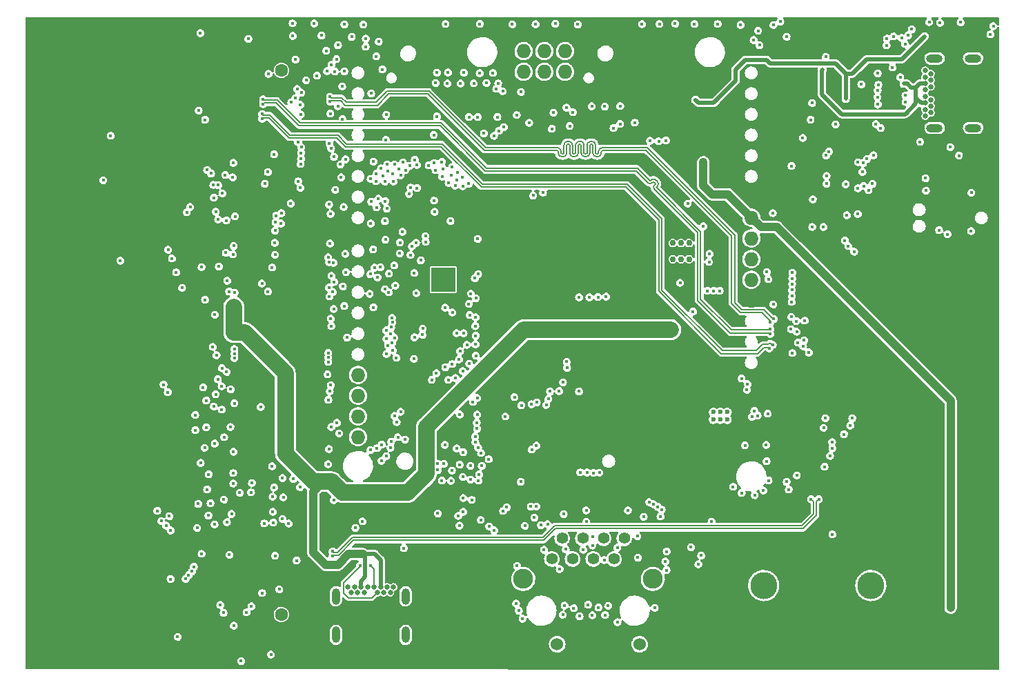
<source format=gbr>
%TF.GenerationSoftware,KiCad,Pcbnew,6.0.4-6f826c9f35~116~ubuntu20.04.1*%
%TF.CreationDate,2022-04-07T12:40:15+02:00*%
%TF.ProjectId,stm32mp1-custom-devboard,73746d33-326d-4703-912d-637573746f6d,V4.0*%
%TF.SameCoordinates,Original*%
%TF.FileFunction,Copper,L2,Inr*%
%TF.FilePolarity,Positive*%
%FSLAX46Y46*%
G04 Gerber Fmt 4.6, Leading zero omitted, Abs format (unit mm)*
G04 Created by KiCad (PCBNEW 6.0.4-6f826c9f35~116~ubuntu20.04.1) date 2022-04-07 12:40:15*
%MOMM*%
%LPD*%
G01*
G04 APERTURE LIST*
%TA.AperFunction,ComponentPad*%
%ADD10C,1.600000*%
%TD*%
%TA.AperFunction,ComponentPad*%
%ADD11C,0.750000*%
%TD*%
%TA.AperFunction,ComponentPad*%
%ADD12C,0.600000*%
%TD*%
%TA.AperFunction,ComponentPad*%
%ADD13R,1.000000X1.000000*%
%TD*%
%TA.AperFunction,ComponentPad*%
%ADD14C,1.397000*%
%TD*%
%TA.AperFunction,ComponentPad*%
%ADD15C,1.529080*%
%TD*%
%TA.AperFunction,ComponentPad*%
%ADD16C,2.443480*%
%TD*%
%TA.AperFunction,ComponentPad*%
%ADD17C,3.316000*%
%TD*%
%TA.AperFunction,ComponentPad*%
%ADD18O,1.727200X1.727200*%
%TD*%
%TA.AperFunction,ComponentPad*%
%ADD19C,0.650000*%
%TD*%
%TA.AperFunction,ComponentPad*%
%ADD20O,1.000000X2.000000*%
%TD*%
%TA.AperFunction,ComponentPad*%
%ADD21O,2.000000X1.000000*%
%TD*%
%TA.AperFunction,ViaPad*%
%ADD22C,0.450000*%
%TD*%
%TA.AperFunction,ViaPad*%
%ADD23C,0.600000*%
%TD*%
%TA.AperFunction,Conductor*%
%ADD24C,1.016000*%
%TD*%
%TA.AperFunction,Conductor*%
%ADD25C,0.508000*%
%TD*%
%TA.AperFunction,Conductor*%
%ADD26C,2.032000*%
%TD*%
%TA.AperFunction,Conductor*%
%ADD27C,0.203200*%
%TD*%
%TA.AperFunction,Conductor*%
%ADD28C,0.200000*%
%TD*%
%TA.AperFunction,Conductor*%
%ADD29C,0.152400*%
%TD*%
G04 APERTURE END LIST*
D10*
%TO.N,*%
%TO.C,SOM1*%
X124800000Y-68900000D03*
X124800000Y-135700000D03*
%TD*%
D11*
%TO.N,GND*%
%TO.C,U3*%
X172820000Y-90090000D03*
X174820000Y-90090000D03*
X172820000Y-92090000D03*
X173820000Y-90090000D03*
X174820000Y-92090000D03*
X173820000Y-92090000D03*
%TD*%
D12*
%TO.N,GND*%
%TO.C,U4*%
X178650000Y-110850000D03*
X177800000Y-110850000D03*
X179500000Y-110850000D03*
X179500000Y-111750000D03*
X177800000Y-111750000D03*
X178650000Y-111750000D03*
%TD*%
D13*
%TO.N,GND*%
%TO.C,U7*%
X145660000Y-93600000D03*
X144660000Y-94600000D03*
X143660000Y-94600000D03*
X143660000Y-95600000D03*
X143660000Y-93600000D03*
X144660000Y-95600000D03*
X145660000Y-95600000D03*
X144660000Y-93600000D03*
X145660000Y-94600000D03*
%TD*%
D14*
%TO.N,/Ethernet Module/ETH_TX_P*%
%TO.C,T2*%
X157980080Y-128880000D03*
%TO.N,/Ethernet Module/ETH_TX_N*%
X159242460Y-126340000D03*
%TO.N,/Ethernet Module/ETH_RX_P*%
X160520080Y-128880000D03*
%TO.N,Net-(C42-Pad2)*%
X161782460Y-126340000D03*
%TO.N,Net-(C43-Pad2)*%
X163057540Y-128880000D03*
%TO.N,/Ethernet Module/ETH_RX_N*%
X164319920Y-126340000D03*
%TO.N,unconnected-(T2-Pad7)*%
X165597540Y-128880000D03*
%TO.N,unconnected-(T2-Pad8)*%
X166859920Y-126340000D03*
D15*
%TO.N,3V3*%
X156095400Y-139339720D03*
%TO.N,Net-(R46-Pad1)*%
X158635400Y-139339720D03*
%TO.N,3V3*%
X166204600Y-139339720D03*
%TO.N,Net-(R47-Pad1)*%
X168744600Y-139339720D03*
D16*
%TO.N,GND*%
X154472340Y-131331100D03*
X170367660Y-131331100D03*
%TD*%
D17*
%TO.N,Net-(C45-Pad2)*%
%TO.C,USB1*%
X183980000Y-132140000D03*
X197120000Y-132140000D03*
%TD*%
D18*
%TO.N,3V3*%
%TO.C,XA1*%
X182452500Y-97145000D03*
%TO.N,5V*%
X182452500Y-94605000D03*
X154512500Y-66538000D03*
%TO.N,VCC-RTC*%
X134192500Y-108829000D03*
%TO.N,GND*%
X134192500Y-106289000D03*
X182452500Y-92065000D03*
X182452500Y-89525000D03*
X159592500Y-66538000D03*
%TO.N,/Arduino Shield Module/SPI-MISO*%
X154512500Y-69078000D03*
%TO.N,/Arduino Shield Module/SPI-MOSI*%
X157052500Y-66538000D03*
%TO.N,/Arduino Shield Module/SPI-RST*%
X159592500Y-69078000D03*
%TO.N,/Arduino Shield Module/SPI-SCK*%
X157052500Y-69078000D03*
%TO.N,/Arduino Shield Module/I2C-SCL*%
X134192500Y-113909000D03*
%TO.N,/Arduino Shield Module/I2C-SDA*%
X134192500Y-111369000D03*
%TO.N,VPP*%
X182452500Y-86985000D03*
%TD*%
D19*
%TO.N,GND*%
%TO.C,CON5*%
X138565000Y-132315000D03*
%TO.N,unconnected-(CON5-PadB2)*%
X138165000Y-133015000D03*
%TO.N,unconnected-(CON5-PadB3)*%
X137365000Y-133015000D03*
%TO.N,5V*%
X136965000Y-132315000D03*
%TO.N,/STM32MP1 module/PA13-GPIO*%
X136565000Y-133015000D03*
%TO.N,Net-(CON5-PadA6)*%
X136165000Y-132315000D03*
%TO.N,Net-(CON5-PadA7)*%
X135365000Y-132315000D03*
%TO.N,unconnected-(CON5-PadB8)*%
X134965000Y-133015000D03*
%TO.N,5V*%
X134565000Y-132315000D03*
%TO.N,unconnected-(CON5-PadB10)*%
X134165000Y-133015000D03*
%TO.N,unconnected-(CON5-PadB11)*%
X133365000Y-133015000D03*
%TO.N,GND*%
X132965000Y-132315000D03*
D20*
%TO.N,Net-(C49-Pad2)*%
X131495000Y-133465000D03*
X140035000Y-133465000D03*
X140035000Y-138195000D03*
X131495000Y-138195000D03*
D19*
%TO.N,GND*%
X133765000Y-132315000D03*
X137765000Y-132315000D03*
%TD*%
%TO.N,GND*%
%TO.C,CON4*%
X203789992Y-68909991D03*
%TO.N,unconnected-(CON4-PadB2)*%
X204489992Y-69309991D03*
%TO.N,unconnected-(CON4-PadB3)*%
X204489992Y-70109991D03*
%TO.N,Net-(CON4-PadA4)*%
X203789992Y-70509991D03*
%TO.N,unconnected-(CON4-PadB5)*%
X204489992Y-70909991D03*
%TO.N,Net-(CON4-PadA6)*%
X203789992Y-71309991D03*
%TO.N,Net-(CON4-PadA7)*%
X203789992Y-72109991D03*
%TO.N,unconnected-(CON4-PadB8)*%
X204489992Y-72509991D03*
%TO.N,Net-(CON4-PadA4)*%
X203789992Y-72909991D03*
%TO.N,unconnected-(CON4-PadB10)*%
X204489992Y-73309991D03*
%TO.N,unconnected-(CON4-PadB11)*%
X204489992Y-74109991D03*
%TO.N,GND*%
X203789992Y-74509991D03*
D21*
%TO.N,Net-(C26-Pad2)*%
X204939992Y-75979991D03*
X204939992Y-67439991D03*
X209669992Y-67439991D03*
X209669992Y-75979991D03*
D19*
%TO.N,GND*%
X203789992Y-73709991D03*
X203789992Y-69709991D03*
%TD*%
D22*
%TO.N,3V3*%
X193360000Y-89430000D03*
%TO.N,GND*%
X114850000Y-64340000D03*
X120750000Y-65040000D03*
X123220000Y-69340000D03*
X126520000Y-67570000D03*
X143600000Y-86270000D03*
X143530000Y-84880000D03*
X143490000Y-76820000D03*
X147810000Y-74630000D03*
X149640000Y-76650000D03*
X136740000Y-65370000D03*
X143880000Y-74550000D03*
X148890000Y-74630000D03*
X151300000Y-74630000D03*
X157980000Y-76070000D03*
X160170000Y-75720000D03*
X168160000Y-75320000D03*
X165550000Y-75990000D03*
X166360000Y-75480000D03*
X164480000Y-73340000D03*
X166370000Y-73290000D03*
X162880000Y-73310000D03*
X160580000Y-74050000D03*
X115000000Y-128240000D03*
X118420000Y-128360000D03*
X124010000Y-128470000D03*
X111200000Y-131350000D03*
X112070000Y-138440000D03*
X118970000Y-137060000D03*
X117290000Y-134520000D03*
X117700000Y-135490000D03*
X120510000Y-135430000D03*
X121110000Y-134700000D03*
X183290000Y-64040000D03*
X181140000Y-63320000D03*
X178330000Y-63210000D03*
X175480000Y-63210000D03*
X173110000Y-63170000D03*
X171180000Y-63210000D03*
X169050000Y-63220000D03*
X161160000Y-63260000D03*
X155980000Y-63230000D03*
X158410000Y-63180000D03*
X153130000Y-63250000D03*
X149150000Y-63190000D03*
X144940000Y-63210000D03*
X126170000Y-63130000D03*
X128830000Y-63150000D03*
X132520000Y-63260000D03*
X134850000Y-63280000D03*
X126200000Y-64680000D03*
X129710000Y-64620000D03*
X133430000Y-64790000D03*
X135130000Y-66000000D03*
X136450000Y-67180000D03*
X137190000Y-68780000D03*
X143720000Y-70450000D03*
X151960000Y-71460000D03*
X151400000Y-70490000D03*
X149960000Y-70450000D03*
X148400000Y-70490000D03*
X146780000Y-70520000D03*
X145160000Y-70510000D03*
X154190000Y-71550000D03*
%TO.N,/LCD+Touchscreen/LCD_BACKLIGHT_PWM*%
X135150000Y-65000000D03*
%TO.N,/Arduino Shield Module/ANALOG_A1*%
X153670000Y-74390000D03*
X151154580Y-71164580D03*
%TO.N,/Arduino Shield Module/ANALOG_A3*%
X131560000Y-67520000D03*
%TO.N,/Arduino Shield Module/ANALOG_A2*%
X130930000Y-68220000D03*
%TO.N,/STLink Module/JTRST*%
X109570000Y-122970000D03*
%TO.N,GND*%
X145610000Y-119290000D03*
X144490000Y-119250000D03*
X148160000Y-121630000D03*
X147120000Y-121410000D03*
X162200000Y-122910000D03*
X139090000Y-113930000D03*
X139970000Y-114230000D03*
%TO.N,5V*%
X194030000Y-72390000D03*
%TO.N,Net-(CON4-PadA4)*%
X201370000Y-72770000D03*
X201160000Y-70550000D03*
%TO.N,GND*%
X141900000Y-92220000D03*
X143970500Y-117956018D03*
X138480000Y-81620000D03*
X140020000Y-81140000D03*
X146150000Y-106660000D03*
X148830000Y-109120000D03*
X148050000Y-96320000D03*
X115870000Y-118480000D03*
X130636100Y-115388942D03*
X115570000Y-112720000D03*
X138950000Y-112080000D03*
X138670000Y-111320000D03*
X147050000Y-118800000D03*
X146590000Y-104370000D03*
X141450000Y-80520000D03*
X192390000Y-125860000D03*
X159540000Y-134590000D03*
X156640000Y-124730000D03*
X144520000Y-81940000D03*
X148800000Y-112870000D03*
X118150000Y-94730000D03*
X177324070Y-91425555D03*
X121070000Y-120700000D03*
X133880000Y-125066100D03*
X148830000Y-111160000D03*
X146300000Y-82340000D03*
X130860000Y-99370000D03*
X191700000Y-81850000D03*
X145750000Y-104950000D03*
X176300000Y-128450000D03*
X137730000Y-85870000D03*
X148980000Y-119260000D03*
X118378375Y-96040512D03*
X188180000Y-102320000D03*
X132630000Y-91430000D03*
X187320000Y-100670000D03*
X124070000Y-87510000D03*
X137633912Y-77430500D03*
X127120000Y-83310000D03*
X203170000Y-77680000D03*
X157550000Y-109230000D03*
X127200000Y-79740000D03*
X205620000Y-63050000D03*
X145230000Y-69150000D03*
X182740000Y-65190000D03*
X129160000Y-69550000D03*
X159346100Y-107195577D03*
X137020000Y-80920000D03*
X199090000Y-65010000D03*
X115190000Y-107810000D03*
X124160000Y-86730000D03*
X199930000Y-64740000D03*
X147120000Y-115776100D03*
X130454044Y-106213120D03*
X154660000Y-124810000D03*
X157290000Y-109970000D03*
X116510000Y-110160000D03*
X198050000Y-70660000D03*
X143710000Y-81160000D03*
X131370000Y-69040000D03*
X138390000Y-102370000D03*
X148760000Y-112150000D03*
X147050000Y-105830000D03*
X115380000Y-115230000D03*
X184290000Y-114889999D03*
X139340000Y-90040000D03*
X118120000Y-124360000D03*
X146730000Y-103370000D03*
X146120000Y-83050000D03*
X132670000Y-79830000D03*
X148620000Y-99210000D03*
X142860000Y-80560000D03*
X145620000Y-81770000D03*
X137850000Y-81260000D03*
X114900000Y-117090000D03*
X187440000Y-95860000D03*
X187470000Y-95140000D03*
X199050000Y-65820000D03*
X187440000Y-96630000D03*
X197960000Y-71350000D03*
X125040000Y-121310000D03*
X123890000Y-120100000D03*
X118910000Y-80260000D03*
X127230000Y-78320000D03*
X154240000Y-110020000D03*
X148660000Y-96880000D03*
X148620000Y-102530000D03*
X185160000Y-63330000D03*
X138550000Y-82540000D03*
X122700000Y-124510000D03*
X201320000Y-65670000D03*
X136700000Y-84660000D03*
X138670000Y-101720000D03*
X166010000Y-127500000D03*
X127230000Y-71650000D03*
X144720000Y-117200000D03*
X138670000Y-80450000D03*
X132730000Y-93670000D03*
X115580000Y-109420000D03*
X117040000Y-87200000D03*
X117470000Y-110540000D03*
X195950000Y-70620000D03*
X154170000Y-119400000D03*
X118550000Y-112670000D03*
X136480000Y-85730000D03*
X145730000Y-118030000D03*
X145320000Y-82710000D03*
X124760000Y-87700000D03*
X130400000Y-68990000D03*
X143880000Y-69180000D03*
X131087684Y-96110107D03*
X139320000Y-91370000D03*
X145750000Y-80780000D03*
X132520000Y-69030000D03*
X137670000Y-116250000D03*
X127160000Y-80400000D03*
X175959538Y-129529538D03*
X136050000Y-90880000D03*
X157760000Y-108310000D03*
X185150000Y-97630000D03*
X143560000Y-80270000D03*
X124800000Y-86430000D03*
X135820000Y-71730000D03*
X122760000Y-82830000D03*
X197990000Y-73070000D03*
X119100000Y-86820000D03*
X191320000Y-112780000D03*
X137550000Y-84950000D03*
X140640000Y-91580000D03*
X181270000Y-120770000D03*
X130800000Y-74210000D03*
X147840000Y-104910000D03*
X156070000Y-122440000D03*
X200740000Y-69740000D03*
X149380000Y-117450000D03*
X142130000Y-100600000D03*
X144900000Y-105350000D03*
X127220000Y-79030000D03*
X164640000Y-96670000D03*
X139430000Y-81790000D03*
X136400000Y-82520000D03*
X172070000Y-127960000D03*
X117910000Y-81740000D03*
X212150000Y-63470000D03*
X118080000Y-105930000D03*
X123800000Y-124410000D03*
X115840000Y-123550000D03*
X137240000Y-81820000D03*
X163040000Y-126120000D03*
X154390000Y-136210000D03*
X137670000Y-101860000D03*
X153600000Y-134340000D03*
X130560000Y-109340000D03*
X138470000Y-103270000D03*
X143240000Y-106890000D03*
X180220000Y-120020000D03*
X116500000Y-84530000D03*
X132260000Y-70870000D03*
X114240000Y-113070000D03*
X146410000Y-81430000D03*
X116620000Y-114720000D03*
X141430000Y-83340000D03*
X182000000Y-107420000D03*
X174646910Y-85264150D03*
X147770000Y-82820000D03*
X161380000Y-135910000D03*
X153710000Y-129730000D03*
X147550000Y-102600000D03*
X117780000Y-113930000D03*
X153930000Y-135230000D03*
X114445208Y-125066101D03*
X115680000Y-120340000D03*
X146650000Y-124780000D03*
X159330000Y-135720000D03*
X170614538Y-134874538D03*
X188820000Y-102770000D03*
X184570000Y-119250000D03*
X147800000Y-97570000D03*
X155830000Y-123800000D03*
X187480000Y-94440000D03*
X119680000Y-120750000D03*
X130830000Y-86520000D03*
X119023133Y-109766100D03*
X124930000Y-123970000D03*
X123650000Y-117490000D03*
X164400000Y-129020000D03*
X137997075Y-93849900D03*
X144490000Y-80130000D03*
X175290000Y-98510000D03*
X148590000Y-100290000D03*
X155400000Y-122450000D03*
X138410000Y-99840000D03*
X130749566Y-90147189D03*
X118890000Y-118330000D03*
X181260000Y-106720000D03*
X206880000Y-78320000D03*
X197930000Y-72190000D03*
X147990000Y-117450000D03*
X137880000Y-102670000D03*
X135630000Y-96330000D03*
X171900000Y-129190000D03*
X139710000Y-80200000D03*
X162970000Y-127210000D03*
X189910000Y-72910000D03*
X161320000Y-96750000D03*
X171990000Y-77500000D03*
X159430405Y-123374310D03*
X208140000Y-63000000D03*
X131191461Y-92528539D03*
X137480000Y-82560000D03*
X118860000Y-91490000D03*
X117500000Y-105450000D03*
X116593900Y-124630000D03*
X135770000Y-87710000D03*
X146680000Y-117300000D03*
X187350000Y-99150000D03*
X150750000Y-69220000D03*
X130922363Y-112681297D03*
X142110000Y-101360000D03*
X177265015Y-92409805D03*
X149060000Y-118490000D03*
X188770000Y-77190000D03*
X121180000Y-119550000D03*
X117980000Y-91290000D03*
X132040000Y-80450000D03*
X140460000Y-84070000D03*
X140640000Y-83280000D03*
X163700000Y-134830000D03*
X143970500Y-117180000D03*
X130663306Y-92444494D03*
X161830000Y-127740000D03*
X171090000Y-77610000D03*
X137080000Y-116820000D03*
X135710000Y-115510000D03*
X164890000Y-134620000D03*
X162590000Y-96750000D03*
X122260000Y-110220000D03*
X146690000Y-111150000D03*
X136450000Y-81570000D03*
X147180000Y-69180000D03*
X149130000Y-69250000D03*
X158940000Y-130110000D03*
X148300000Y-109610000D03*
X159690000Y-127700000D03*
X162950000Y-135790000D03*
X141170000Y-79870000D03*
X143810000Y-106080000D03*
X138260000Y-100440000D03*
X164520000Y-135760000D03*
X135740000Y-82210000D03*
X118680000Y-123350000D03*
X187390000Y-80630000D03*
X170030000Y-77550000D03*
X182870000Y-121050000D03*
X200890000Y-64930000D03*
X139430000Y-110810000D03*
X118890000Y-119610000D03*
X134760000Y-124260000D03*
X114230000Y-111210000D03*
X136520000Y-115280000D03*
X184550000Y-94540000D03*
X146990000Y-82000000D03*
X125690000Y-124530000D03*
X182550000Y-111420000D03*
X138370000Y-99290000D03*
X137660000Y-74346100D03*
X145280000Y-106900000D03*
X117120000Y-92980000D03*
X148010000Y-119150000D03*
X162430000Y-134480000D03*
X137790000Y-80450000D03*
X147040000Y-83120000D03*
X166040000Y-136630000D03*
X140570000Y-80620000D03*
X136220000Y-93130000D03*
X211790000Y-64480000D03*
X147900000Y-98920000D03*
X138200000Y-101230000D03*
X187490000Y-93740000D03*
X157020000Y-127750000D03*
X168460000Y-126080000D03*
X163640000Y-96730000D03*
X137100000Y-114840000D03*
X187400000Y-97330000D03*
X118920000Y-115720000D03*
X135810000Y-85020000D03*
X201680000Y-64610000D03*
X184330000Y-116880000D03*
X183950000Y-120480000D03*
X192800000Y-75540000D03*
X144650000Y-81000000D03*
X139200000Y-81050000D03*
X135700000Y-93920000D03*
X132340000Y-95430000D03*
X127060000Y-120070000D03*
X204280000Y-62980000D03*
X141130000Y-101670000D03*
X148650000Y-103920000D03*
X172040000Y-130260000D03*
X136940000Y-93070000D03*
X114590000Y-122110000D03*
X127180000Y-74310000D03*
X148640000Y-101470000D03*
X181920000Y-108120000D03*
X160660000Y-134920000D03*
X130530000Y-117250000D03*
X137650000Y-100820000D03*
X186010000Y-62920000D03*
%TO.N,/LCD+Touchscreen/Touchscreen Power Supply/VOUT_3.3V_250mA*%
X202140000Y-63860000D03*
X184470000Y-111040000D03*
%TO.N,Net-(C10-Pad1)*%
X173720000Y-94980000D03*
X177060000Y-95970000D03*
X178570000Y-95970000D03*
X177830000Y-95970000D03*
X176580000Y-88040000D03*
%TO.N,3V3*%
X142395240Y-108058549D03*
X173350000Y-114230000D03*
X167330000Y-112750000D03*
X164280000Y-110140000D03*
X194680000Y-73250000D03*
X138090193Y-98200193D03*
X142269860Y-76931327D03*
X127500000Y-138110000D03*
X142160000Y-79770000D03*
X155920000Y-106150000D03*
X165140000Y-110960000D03*
X172120000Y-113790000D03*
X144874807Y-102454807D03*
X167520000Y-113650000D03*
X130040000Y-139240000D03*
X167840000Y-110280000D03*
X122530000Y-139970000D03*
X137180000Y-111970000D03*
X198010000Y-85230000D03*
X164280000Y-113570000D03*
X124980000Y-138820000D03*
X143000000Y-88696100D03*
X165840000Y-109940000D03*
X159890000Y-118210000D03*
X209420000Y-65480000D03*
X142090000Y-85770000D03*
X153380000Y-108110000D03*
X170870000Y-113810000D03*
X193850000Y-66330000D03*
X122520000Y-141410000D03*
X142050000Y-82290000D03*
X132411822Y-122601822D03*
X166180000Y-113720000D03*
X171850000Y-110390000D03*
X132830000Y-103060000D03*
X167910000Y-111230000D03*
X165370000Y-112360000D03*
X94320000Y-63710000D03*
X173040000Y-112530000D03*
X109700000Y-63700000D03*
X174170000Y-114420000D03*
X205809807Y-79806100D03*
X130610000Y-102230000D03*
X109760000Y-141120000D03*
X159110000Y-118210000D03*
X148250000Y-127680000D03*
X192010000Y-120230000D03*
X166110000Y-111830000D03*
X172780000Y-110760000D03*
X199590000Y-69650000D03*
X163170000Y-107320000D03*
X188810000Y-84050000D03*
X189040000Y-78320000D03*
X141110000Y-110170000D03*
X165580000Y-113150000D03*
X94340000Y-141170000D03*
X150650000Y-127729477D03*
X207943346Y-82896654D03*
X192526443Y-87960249D03*
X170680000Y-110330000D03*
X139980000Y-108180000D03*
X201810000Y-77750000D03*
X122560000Y-138580000D03*
X166340000Y-110570000D03*
X166830000Y-111350000D03*
X206890000Y-85280000D03*
X173810000Y-113480000D03*
X140040000Y-74400000D03*
X153420000Y-98330000D03*
X138660000Y-89890000D03*
D23*
X153060000Y-111340000D03*
D22*
X166340000Y-112490000D03*
X167970000Y-112000000D03*
X175020000Y-114650000D03*
X188795833Y-72732322D03*
X151603136Y-92206864D03*
X189810000Y-71798500D03*
X159190000Y-73906100D03*
X145730000Y-103960000D03*
X141859807Y-98570193D03*
X174820000Y-113700000D03*
X191020000Y-77030000D03*
X169210000Y-110430000D03*
X168880000Y-113150000D03*
X148110000Y-139860000D03*
%TO.N,/LCD+Touchscreen/LCD Backlight Controller/BACKLIGHT_HIGH*%
X191590000Y-67250000D03*
X184370000Y-93660000D03*
%TO.N,5V*%
X176910000Y-72890000D03*
X172590000Y-100730000D03*
X118950000Y-97280000D03*
X118950000Y-101725000D03*
X118950000Y-97915000D03*
%TO.N,Net-(CON4-PadA4)*%
X191190000Y-68810000D03*
%TO.N,5V*%
X171955000Y-100730000D03*
X170050000Y-100730000D03*
X118950000Y-98550000D03*
X170685000Y-100730000D03*
X176160000Y-72860000D03*
X118950000Y-101090000D03*
X118950000Y-99185000D03*
X177720000Y-72900000D03*
X203720000Y-64730000D03*
X175550000Y-72516100D03*
X169415000Y-100730000D03*
X168780000Y-100730000D03*
X171320000Y-100730000D03*
X118950000Y-100455000D03*
X118950000Y-99820000D03*
%TO.N,/LCD+Touchscreen/TP_NT_1V8*%
X130630000Y-95570000D03*
X112620000Y-95590000D03*
X113419576Y-130853900D03*
X188040000Y-118620000D03*
%TO.N,/LCD+Touchscreen/TP_SDA_1V8*%
X186793171Y-119406561D03*
X139820000Y-127560000D03*
%TO.N,/LCD+Touchscreen/TP_SCL_1V8*%
X111880000Y-93690000D03*
X187047503Y-120355324D03*
X130950000Y-94120000D03*
X113050000Y-131330000D03*
%TO.N,/LCD+Touchscreen/LCD_MIPI_D1+*%
X122550000Y-72450000D03*
X184800000Y-100650000D03*
X188020000Y-100980000D03*
%TO.N,/LCD+Touchscreen/LCD_MIPI_D0+*%
X122430000Y-74250000D03*
X185092133Y-102597867D03*
X189520000Y-103540000D03*
%TO.N,/LCD+Touchscreen/LCD_MIPI_D0-*%
X187490000Y-103600000D03*
X122430000Y-74850000D03*
X184667867Y-103022133D03*
%TO.N,/LCD+Touchscreen/LCD_MIPI_D1-*%
X122550000Y-73050000D03*
X184800000Y-101250000D03*
X188940000Y-102040000D03*
%TO.N,/LCD+Touchscreen/LCD_MIPI_CLK-*%
X189010000Y-99620000D03*
X130770000Y-72740000D03*
X184793367Y-99842133D03*
%TO.N,/LCD+Touchscreen/LCD_MIPI_CLK+*%
X185217633Y-99417867D03*
X187960000Y-99683900D03*
X130770000Y-72140000D03*
%TO.N,/LCD+Touchscreen/LCD_TE*%
X147100000Y-123100000D03*
X191541189Y-111600000D03*
X170966156Y-122467123D03*
X131233578Y-121640042D03*
%TO.N,/LCD+Touchscreen/LCD_BACKLIGHT_PWM*%
X131740000Y-65810000D03*
X126509488Y-72314099D03*
X186790000Y-64780000D03*
%TO.N,Net-(Q1-Pad1)*%
X197970000Y-69271500D03*
X199770000Y-68540000D03*
%TO.N,Net-(R12-Pad1)*%
X195550804Y-80180845D03*
X197742205Y-75503900D03*
%TO.N,Net-(R15-Pad1)*%
X198330000Y-75980000D03*
X196173900Y-80280567D03*
%TO.N,Net-(R18-Pad1)*%
X191630000Y-79350000D03*
X190010000Y-84740000D03*
%TO.N,Net-(R19-Pad2)*%
X191310000Y-88120000D03*
X191680000Y-82820000D03*
%TO.N,Net-(R20-Pad1)*%
X189930000Y-88110000D03*
X191990000Y-78860000D03*
%TO.N,Net-(C37-Pad1)*%
X167320000Y-122920000D03*
X145550000Y-87383900D03*
%TO.N,Net-(C42-Pad2)*%
X162200000Y-124290000D03*
X169255011Y-123698927D03*
%TO.N,/Ethernet Module/ETH_RX_N*%
X142468401Y-89246223D03*
%TO.N,/Ethernet Module/ETH_RX_P*%
X142500000Y-89945000D03*
%TO.N,/Ethernet Module/ETH_TX_N*%
X141316024Y-90078668D03*
%TO.N,/Ethernet Module/ETH_TX_P*%
X140816713Y-90496261D03*
X157461905Y-124614465D03*
%TO.N,/Ethernet Module/ENET-CRS-DV*%
X130924807Y-100285193D03*
X141060000Y-104310000D03*
%TO.N,/Ethernet Module/ENET-IRQ*%
X136590000Y-94330189D03*
X144888294Y-98029900D03*
%TO.N,/Ethernet Module/ENET-MDIO*%
X124020270Y-91529443D03*
X138640000Y-92840000D03*
X141098671Y-93774301D03*
%TO.N,Net-(R42-Pad2)*%
X148530000Y-94410000D03*
X150290000Y-124890335D03*
%TO.N,Net-(R43-Pad2)*%
X148940000Y-93910000D03*
X150903162Y-125366435D03*
%TO.N,VPP*%
X176550000Y-80860000D03*
X206900000Y-133220000D03*
X176550000Y-80190000D03*
X206900000Y-132410000D03*
X176550000Y-81520000D03*
X206900000Y-134850000D03*
X206900000Y-133990000D03*
%TO.N,/LCD+Touchscreen/TP_RESET_1V8*%
X191440000Y-117560000D03*
X111224538Y-125385462D03*
X111366100Y-92002673D03*
X130530000Y-91860000D03*
%TO.N,Net-(R51-Pad2)*%
X124530000Y-132600000D03*
X119850000Y-141410000D03*
%TO.N,/Arduino Shield Module/SPI-MOSI*%
X155201452Y-75332976D03*
X123138478Y-81387089D03*
%TO.N,/Arduino Shield Module/GPIO-D12*%
X115430000Y-97060000D03*
%TO.N,/Arduino Shield Module/SPI-MISO*%
X130292464Y-66490844D03*
%TO.N,/Arduino Shield Module/GPIO-D11*%
X137570000Y-89680000D03*
X137507173Y-95759889D03*
X118040000Y-87330000D03*
X137694841Y-103713800D03*
X136080000Y-97990000D03*
%TO.N,/Ethernet Module/ENET-TXD1*%
X116370000Y-102840000D03*
X147160000Y-101170000D03*
%TO.N,/Arduino Shield Module/GPIO-D6*%
X125953604Y-85253900D03*
%TO.N,/Ethernet Module/ENET-TXEN*%
X145770000Y-98610000D03*
X119063584Y-96199900D03*
%TO.N,/Arduino Shield Module/GPIO-D9*%
X115000000Y-93050000D03*
%TO.N,/Arduino Shield Module/GPIO-D10*%
X132509118Y-97816921D03*
X122413235Y-95078313D03*
X138910000Y-104189900D03*
%TO.N,/Arduino Shield Module/GPIO-D2*%
X115434954Y-74961670D03*
%TO.N,/Arduino Shield Module/GPIO-D3*%
X130906840Y-78492510D03*
%TO.N,/Arduino Shield Module/UART-RX0*%
X131720000Y-73300000D03*
X132304115Y-74887060D03*
%TO.N,/Arduino Shield Module/SPI-SCK*%
X158180000Y-74090000D03*
X127130000Y-73130000D03*
%TO.N,/Arduino Shield Module/GPIO-D13*%
X131210000Y-98190000D03*
X132850000Y-101710000D03*
%TO.N,/Arduino Shield Module/GPIO-D5*%
X117556100Y-84000000D03*
%TO.N,/Ethernet Module/ENET-TXD0*%
X116630100Y-98890000D03*
X146280000Y-101170000D03*
%TO.N,/STLink Module/STLINK_TX*%
X110335768Y-107470000D03*
X194050000Y-82880000D03*
X130850000Y-107540000D03*
X192400000Y-115270000D03*
X110046100Y-124220000D03*
X194181034Y-86692657D03*
%TO.N,/STLink Module/STLINK_RX*%
X110857081Y-108403773D03*
X195520000Y-86530000D03*
X195530000Y-83370000D03*
X192117934Y-116225375D03*
X110670000Y-124790000D03*
X130738572Y-108287983D03*
%TO.N,/Arduino Shield Module/SPI-RST*%
X126001602Y-72818369D03*
X159770000Y-73470000D03*
%TO.N,/Arduino Shield Module/GPIO-D7*%
X124010000Y-88580000D03*
%TO.N,/Arduino Shield Module/GPIO-D8*%
X123990000Y-90060000D03*
%TO.N,/Arduino Shield Module/GPIO-D4*%
X123903900Y-79203119D03*
%TO.N,/MiniPci Module/SPI_SCK*%
X161468346Y-118241654D03*
X130690305Y-77901960D03*
X159850000Y-105420000D03*
X151494769Y-76321923D03*
%TO.N,/MiniPci Module/SPI_MISO*%
X150880411Y-76936280D03*
X158870000Y-108270000D03*
X162300000Y-118260000D03*
X131250000Y-79520000D03*
%TO.N,/STLink Module/STM-JTMS-~{RESET}*%
X203890000Y-83670000D03*
X205500000Y-88510000D03*
X189730000Y-74960000D03*
X196090000Y-81360000D03*
%TO.N,/STLink Module/STM-JTMS-SWDIO*%
X209420000Y-88620000D03*
X197450000Y-79330000D03*
X207930000Y-79360000D03*
X209450000Y-83910000D03*
%TO.N,/STLink Module/STM-JTCK-SWCLK*%
X203830000Y-82140000D03*
X196650000Y-79770000D03*
X206530000Y-89020000D03*
%TO.N,/MiniPci Module/SPI_MOSI*%
X163090000Y-118310000D03*
X161313346Y-108313346D03*
X116840000Y-103870000D03*
X148570322Y-113834636D03*
%TO.N,/MiniPci Module/SPI_GSN*%
X152100000Y-75860000D03*
X163810000Y-118280000D03*
X118840000Y-82040000D03*
X132136885Y-82038810D03*
X136093321Y-80103371D03*
X159810000Y-104670000D03*
%TO.N,/STLink Module/STLINK-SWDIO*%
X194840000Y-111610000D03*
X146486591Y-123585955D03*
X117740000Y-121590000D03*
X195080000Y-91160000D03*
X197320000Y-82830000D03*
X171457410Y-122810741D03*
%TO.N,/STLink Module/STLINK-SWCLK*%
X196843900Y-83608375D03*
X194591654Y-112501654D03*
X116100000Y-122040000D03*
X143990000Y-123290000D03*
X171312280Y-123668921D03*
X194350000Y-90480000D03*
%TO.N,/STLink Module/STLINK-SWO*%
X196240000Y-83100000D03*
X123755529Y-123078811D03*
X193820049Y-113568810D03*
X193940000Y-89780000D03*
X168540000Y-128710000D03*
X149255639Y-124083322D03*
%TO.N,/STLink Module/JTRST*%
X192370000Y-114530000D03*
%TO.N,/Arduino Shield Module/ANALOG_A3*%
X115676058Y-81126058D03*
X116440000Y-82960000D03*
%TO.N,/Arduino Shield Module/ANALOG_A0*%
X155690000Y-84266100D03*
%TO.N,/Arduino Shield Module/ANALOG_A1*%
X126730000Y-71200000D03*
%TO.N,/Arduino Shield Module/ANALOG_A2*%
X116170000Y-81558479D03*
X117038578Y-82993290D03*
%TO.N,/STM32MP1 module/USB-OTG1-D_N*%
X189790879Y-121538100D03*
X131080000Y-127950000D03*
%TO.N,/STM32MP1 module/USB-OTG1-D_P*%
X131080000Y-128550000D03*
X190733704Y-121538100D03*
%TO.N,/LCD+Touchscreen/LCD_RESET*%
X156900000Y-83910000D03*
X185094419Y-86425757D03*
%TO.N,/MiniPci Module/~{RESET}*%
X152280000Y-111390000D03*
X137500000Y-87400000D03*
%TO.N,/Arduino Shield Module/RESET*%
X169912468Y-121896153D03*
X152440000Y-122520000D03*
X182820000Y-110700000D03*
X116730000Y-108660000D03*
%TO.N,/Arduino Shield Module/IOREF*%
X118940000Y-90440000D03*
X111040000Y-123620000D03*
X110890000Y-90920000D03*
X181681192Y-114931192D03*
%TO.N,/STM32-~{RST}*%
X122430000Y-133060000D03*
X123510000Y-140610000D03*
%TO.N,/MiniPci Module/GPS_PPS{slash}UART_TX*%
X131600000Y-112180000D03*
X149290000Y-115880000D03*
%TO.N,/STM32MP1 module/PA13-GPIO*%
X134460000Y-129688478D03*
X123149148Y-96046100D03*
X126240462Y-119049538D03*
X126659194Y-129065729D03*
X130690000Y-96659900D03*
X123720000Y-121230000D03*
%TO.N,/Ethernet Module/ENET-MDC*%
X138774865Y-95315251D03*
X123667349Y-93095178D03*
%TO.N,/STM32MP1 module/PE14-GPIO*%
X102930000Y-82390000D03*
X126851521Y-82516100D03*
%TO.N,/MiniPci Module/SPDT_SEL-~{WDISABLE}{slash}UART_RX*%
X150226018Y-116634566D03*
X131890000Y-113460000D03*
%TO.N,/MiniPci Module/SCL*%
X146310000Y-115300000D03*
X155500000Y-109890000D03*
X148939100Y-115206100D03*
X155533015Y-115446100D03*
X138190000Y-115220000D03*
X117451499Y-107680244D03*
%TO.N,/MiniPci Module/SDA*%
X138261099Y-114475593D03*
X156123900Y-109650000D03*
X116991932Y-106802131D03*
X153390000Y-109010000D03*
X148603797Y-114541419D03*
X156080000Y-114970000D03*
X144860000Y-114870000D03*
%TO.N,/Ethernet Module/ENET-~{RST}*%
X132440000Y-85680000D03*
X148880000Y-89590000D03*
%TO.N,/Ethernet Module/ENET-CLK*%
X131400000Y-83570000D03*
X139648306Y-88719900D03*
%TO.N,/Arduino Shield Module/I2C-SDA*%
X118572100Y-108043531D03*
%TO.N,/STM32MP1 module/PC2-GPIO*%
X105040000Y-92260000D03*
X131283309Y-94876691D03*
%TO.N,/STM32MP1 module/PE3-GPIO*%
X103845312Y-76926645D03*
X126830000Y-77710000D03*
%TO.N,/STM32MP1 module/PB8-GPIO*%
X114055630Y-129836802D03*
X175050000Y-127430000D03*
X113600000Y-85680000D03*
X130650000Y-85370000D03*
%TO.N,/STM32MP1 module/PB10-GPIO*%
X116740000Y-86240000D03*
X177580000Y-124290000D03*
X113180000Y-86330000D03*
X113834167Y-130393900D03*
%TO.N,/Arduino Shield Module/ANALOG_A4*%
X127830000Y-70120000D03*
%TO.N,/Arduino Shield Module/ANALOG_A5*%
X183460000Y-65810000D03*
X114650000Y-73840000D03*
%TO.N,/Arduino Shield Module/ATN*%
X183230000Y-111290000D03*
X124926100Y-118950000D03*
X170448056Y-122165501D03*
X151994148Y-122988826D03*
%TO.N,Net-(F1-Pad2)*%
X119030000Y-104230000D03*
X119030000Y-103100000D03*
X130530000Y-104690000D03*
X119030000Y-103680000D03*
X130540000Y-103580000D03*
X130530000Y-104130000D03*
%TO.N,Net-(R67-Pad1)*%
X141360000Y-96240000D03*
X137970457Y-96140376D03*
%TO.N,Net-(CON4-PadA6)*%
X201370000Y-71980000D03*
%TO.N,Net-(CON5-PadA6)*%
X135751453Y-129688478D03*
%TD*%
D24*
%TO.N,5V*%
X130955000Y-119395000D02*
X129925000Y-119395000D01*
X129925000Y-119395000D02*
X128710000Y-120610000D01*
X128710000Y-120610000D02*
X128710000Y-128080000D01*
X128710000Y-128080000D02*
X130220000Y-129590000D01*
X130220000Y-129590000D02*
X131731598Y-129590000D01*
X131731598Y-129590000D02*
X133041598Y-128280000D01*
X133041598Y-128280000D02*
X134790000Y-128280000D01*
D25*
X196590000Y-67560000D02*
X195445000Y-68705000D01*
X194030000Y-69290000D02*
X194860000Y-69290000D01*
X194860000Y-69290000D02*
X195445000Y-68705000D01*
X194030000Y-70120000D02*
X194030000Y-69290000D01*
X194030000Y-69290000D02*
X192810000Y-68070000D01*
X192810000Y-68070000D02*
X184800000Y-68070000D01*
X181720000Y-67600000D02*
X180520000Y-68800000D01*
X180520000Y-68800000D02*
X180520000Y-70210000D01*
X184800000Y-68070000D02*
X184330000Y-67600000D01*
X184330000Y-67600000D02*
X181720000Y-67600000D01*
X180520000Y-70210000D02*
X177830000Y-72900000D01*
X177830000Y-72900000D02*
X177720000Y-72900000D01*
D26*
X130955000Y-119395000D02*
X132270000Y-120710000D01*
X132270000Y-120710000D02*
X140330000Y-120710000D01*
X140330000Y-120710000D02*
X142580000Y-118460000D01*
X142580000Y-118460000D02*
X142580000Y-112670000D01*
X142580000Y-112670000D02*
X154520000Y-100730000D01*
X154520000Y-100730000D02*
X168780000Y-100730000D01*
D25*
X203720000Y-64730000D02*
X200890000Y-67560000D01*
X200890000Y-67560000D02*
X197630000Y-67560000D01*
X197630000Y-67560000D02*
X196590000Y-67560000D01*
X194030000Y-70120000D02*
X194030000Y-72390000D01*
%TO.N,Net-(CON4-PadA4)*%
X202620000Y-72250000D02*
X202620000Y-72990000D01*
X202620000Y-72990000D02*
X201330000Y-74280000D01*
X201330000Y-74280000D02*
X193550000Y-74280000D01*
X193550000Y-74280000D02*
X191130000Y-71860000D01*
X191130000Y-71860000D02*
X191130000Y-68870000D01*
X191130000Y-68870000D02*
X191190000Y-68810000D01*
X202620000Y-71030000D02*
X202060000Y-71030000D01*
X202060000Y-71030000D02*
X201580000Y-70550000D01*
X201580000Y-70550000D02*
X201160000Y-70550000D01*
X203789992Y-72909991D02*
X203279991Y-72909991D01*
X202620000Y-72250000D02*
X202620000Y-71030000D01*
X203279991Y-72909991D02*
X202620000Y-72250000D01*
X202620000Y-71030000D02*
X203140009Y-70509991D01*
X203140009Y-70509991D02*
X203789992Y-70509991D01*
%TO.N,5V*%
X136965000Y-128975000D02*
X136270000Y-128280000D01*
X134790000Y-128280000D02*
X135720000Y-128280000D01*
X134565000Y-131615000D02*
X135090000Y-131090000D01*
X135090000Y-131090000D02*
X135090000Y-128580000D01*
X136270000Y-128280000D02*
X135720000Y-128280000D01*
D26*
X172590000Y-100730000D02*
X168780000Y-100730000D01*
X128725000Y-119395000D02*
X125280000Y-115950000D01*
X118950000Y-101090000D02*
X118950000Y-97915000D01*
D25*
X135090000Y-128580000D02*
X134790000Y-128280000D01*
X134565000Y-132315000D02*
X134565000Y-131615000D01*
X175940000Y-72860000D02*
X175590000Y-72510000D01*
D26*
X130955000Y-119395000D02*
X128725000Y-119395000D01*
X125280000Y-106040000D02*
X120330000Y-101090000D01*
D25*
X136965000Y-132315000D02*
X136965000Y-128975000D01*
X176160000Y-72860000D02*
X175940000Y-72860000D01*
D26*
X125280000Y-115950000D02*
X125280000Y-106040000D01*
D25*
X177720000Y-72900000D02*
X176040000Y-72900000D01*
D26*
X120330000Y-101090000D02*
X118950000Y-101090000D01*
D27*
%TO.N,/LCD+Touchscreen/LCD_MIPI_D1+*%
X176240830Y-97021683D02*
X179992546Y-100773399D01*
X171091958Y-83526371D02*
X176240830Y-88675243D01*
X170810044Y-83244458D02*
X171091958Y-83526371D01*
X149936647Y-80894645D02*
X168460232Y-80894645D01*
X170934920Y-83086491D02*
X170934920Y-83086492D01*
X170060793Y-82462115D02*
X170060791Y-82462114D01*
X176240830Y-88675243D02*
X176240830Y-97021683D01*
X122550000Y-72450000D02*
X122667890Y-72567890D01*
X170060791Y-82462114D02*
X170185667Y-82337239D01*
X170718261Y-82337238D02*
X170934919Y-82553896D01*
X184676601Y-100773399D02*
X184800000Y-100650000D01*
X170718261Y-82337239D02*
X170718261Y-82337238D01*
X179992546Y-100773399D02*
X184676601Y-100773399D01*
X127082362Y-75363160D02*
X144405162Y-75363160D01*
X168460232Y-80894645D02*
X170027699Y-82462113D01*
X170934920Y-83086492D02*
X170810043Y-83211366D01*
X170810042Y-83244457D02*
X170810044Y-83244458D01*
X144405162Y-75363160D02*
X149936647Y-80894645D01*
X122667890Y-72567890D02*
X124287092Y-72567890D01*
X124287092Y-72567890D02*
X127082362Y-75363160D01*
X170718261Y-82337239D02*
G75*
G03*
X170185667Y-82337239I-266297J-266293D01*
G01*
X170810055Y-83244444D02*
G75*
G02*
X170810044Y-83211367I16545J16544D01*
G01*
X170934926Y-83086497D02*
G75*
G03*
X170934919Y-82553896I-266326J266297D01*
G01*
X170060746Y-82462068D02*
G75*
G02*
X170027699Y-82462113I-16546J16468D01*
G01*
D28*
%TO.N,/LCD+Touchscreen/LCD_MIPI_D0+*%
X184884366Y-102390100D02*
X185092133Y-102597867D01*
X123395093Y-74375000D02*
X125861228Y-76841135D01*
X144522608Y-77923810D02*
X149483228Y-82884430D01*
X183826372Y-102549745D02*
X184467560Y-102549745D01*
X122555000Y-74375000D02*
X123395093Y-74375000D01*
X149483228Y-82884430D02*
X167219413Y-82884430D01*
X132810033Y-77923810D02*
X144522608Y-77923810D01*
X178912303Y-103317460D02*
X183058657Y-103317460D01*
X171475460Y-95880617D02*
X178912303Y-103317460D01*
X184467560Y-102549745D02*
X184627205Y-102390100D01*
X122430000Y-74250000D02*
X122555000Y-74375000D01*
X171475460Y-87140477D02*
X171475460Y-95880617D01*
X125861228Y-76841135D02*
X131727358Y-76841135D01*
X131727358Y-76841135D02*
X132810033Y-77923810D01*
X183058657Y-103317460D02*
X183826372Y-102549745D01*
X184627205Y-102390100D02*
X184884366Y-102390100D01*
X167219413Y-82884430D02*
X171475460Y-87140477D01*
%TO.N,/LCD+Touchscreen/LCD_MIPI_D0-*%
X183203633Y-103667460D02*
X183971348Y-102899745D01*
X144377632Y-78273810D02*
X149338252Y-83234430D01*
X184545479Y-102899745D02*
X184667867Y-103022133D01*
X132665057Y-78273810D02*
X144377632Y-78273810D01*
X178767327Y-103667460D02*
X183203633Y-103667460D01*
X122555000Y-74725000D02*
X123250117Y-74725000D01*
X149338252Y-83234430D02*
X167074437Y-83234430D01*
X171125460Y-87285453D02*
X171125460Y-96025593D01*
X183971348Y-102899745D02*
X184545479Y-102899745D01*
X123250117Y-74725000D02*
X125716252Y-77191135D01*
X167074437Y-83234430D02*
X171125460Y-87285453D01*
X125716252Y-77191135D02*
X131582382Y-77191135D01*
X131582382Y-77191135D02*
X132665057Y-78273810D01*
X122430000Y-74850000D02*
X122555000Y-74725000D01*
X171125460Y-96025593D02*
X178767327Y-103667460D01*
D27*
%TO.N,/LCD+Touchscreen/LCD_MIPI_D1-*%
X170468510Y-82586990D02*
X170685168Y-82803648D01*
X170560291Y-83494208D02*
X170560292Y-83494210D01*
X149790343Y-81247845D02*
X168313928Y-81247845D01*
X170468509Y-82586988D02*
X170468510Y-82586990D01*
X168313928Y-81247845D02*
X169777948Y-82711864D01*
X170310544Y-82711866D02*
X170435418Y-82586989D01*
X124140788Y-72921090D02*
X126936058Y-75716360D01*
X175887630Y-88821547D02*
X175887630Y-97167987D01*
X170685169Y-82836739D02*
X170685168Y-82836740D01*
X175887630Y-97167987D02*
X179846244Y-101126601D01*
X122678910Y-72921090D02*
X124140788Y-72921090D01*
X144258858Y-75716360D02*
X149790343Y-81247845D01*
X179846244Y-101126601D02*
X184676601Y-101126601D01*
X184676601Y-101126601D02*
X184800000Y-101250000D01*
X170560292Y-83494210D02*
X170842206Y-83776123D01*
X170842206Y-83776123D02*
X175887630Y-88821547D01*
X170685168Y-82836740D02*
X170560291Y-82961614D01*
X122550000Y-73050000D02*
X122678910Y-72921090D01*
X126936058Y-75716360D02*
X144258858Y-75716360D01*
X170560302Y-83494197D02*
G75*
G02*
X170560291Y-82961614I266298J266297D01*
G01*
X170685175Y-82836745D02*
G75*
G03*
X170685168Y-82803648I-16575J16545D01*
G01*
X170310497Y-82711819D02*
G75*
G02*
X169777948Y-82711864I-266297J266219D01*
G01*
X170468545Y-82586952D02*
G75*
G03*
X170435418Y-82586989I-16545J-16548D01*
G01*
%TO.N,/LCD+Touchscreen/LCD_MIPI_CLK-*%
X158757405Y-78860000D02*
X158757405Y-79036600D01*
X162059605Y-79513200D02*
X162166005Y-79513200D01*
X159817005Y-79036600D02*
X159817005Y-78860000D01*
X162766005Y-77960000D02*
X162872405Y-77960000D01*
X132066849Y-72616601D02*
X132636848Y-73186600D01*
X183755749Y-98630000D02*
X184793367Y-99667618D01*
X142766848Y-71806600D02*
X149696848Y-78736600D01*
X161353205Y-77960000D02*
X161459605Y-77960000D01*
X162642605Y-78736600D02*
X162642605Y-78083400D01*
X159234005Y-79513200D02*
X159340405Y-79513200D01*
X161583005Y-78383400D02*
X161583005Y-79036600D01*
X184793367Y-99667618D02*
X184793367Y-99842133D01*
X160170205Y-78083400D02*
X160170205Y-78383400D01*
X164055405Y-79036600D02*
X164055405Y-78860000D01*
X169546848Y-78736600D02*
X180053400Y-89243152D01*
X165202880Y-78736600D02*
X169546848Y-78736600D01*
X130770000Y-72740000D02*
X130893399Y-72616601D01*
X162642605Y-79036600D02*
X162642605Y-78736600D01*
X163472405Y-79513200D02*
X163578805Y-79513200D01*
X162995805Y-78383400D02*
X162995805Y-79036600D01*
X180053400Y-97543152D02*
X181140248Y-98630000D01*
X180053400Y-89243152D02*
X180053400Y-97543152D01*
X160170205Y-78383400D02*
X160170205Y-79036600D01*
X161229805Y-78736600D02*
X161229805Y-78083400D01*
X149696848Y-78736600D02*
X158634005Y-78736600D01*
X136563152Y-73186600D02*
X137943152Y-71806600D01*
X160646805Y-79513200D02*
X160753205Y-79513200D01*
X130893399Y-72616601D02*
X132066849Y-72616601D01*
X159817005Y-78860000D02*
X159817005Y-78083400D01*
X181140248Y-98630000D02*
X183755749Y-98630000D01*
X164178805Y-78736600D02*
X165202880Y-78736600D01*
X137943152Y-71806600D02*
X142766848Y-71806600D01*
X159940405Y-77960000D02*
X160046805Y-77960000D01*
X161229805Y-79036600D02*
X161229805Y-78736600D01*
X161583005Y-78083400D02*
X161583005Y-78383400D01*
X132636848Y-73186600D02*
X136563152Y-73186600D01*
X162995805Y-78083400D02*
X162995805Y-78383400D01*
X164178805Y-78736605D02*
G75*
G03*
X164055405Y-78860000I-5J-123395D01*
G01*
X159817000Y-79036600D02*
G75*
G02*
X159340405Y-79513200I-476600J0D01*
G01*
X161353205Y-77960005D02*
G75*
G03*
X161229805Y-78083400I-5J-123395D01*
G01*
X161229800Y-79036600D02*
G75*
G02*
X160753205Y-79513200I-476600J0D01*
G01*
X159234005Y-79513195D02*
G75*
G02*
X158757405Y-79036600I-5J476595D01*
G01*
X162642600Y-79036600D02*
G75*
G02*
X162166005Y-79513200I-476600J0D01*
G01*
X162059605Y-79513195D02*
G75*
G02*
X161583005Y-79036600I-5J476595D01*
G01*
X159940405Y-77960005D02*
G75*
G03*
X159817005Y-78083400I-5J-123395D01*
G01*
X161583000Y-78083400D02*
G75*
G03*
X161459605Y-77960000I-123400J0D01*
G01*
X162766005Y-77960005D02*
G75*
G03*
X162642605Y-78083400I-5J-123395D01*
G01*
X162995800Y-78083400D02*
G75*
G03*
X162872405Y-77960000I-123400J0D01*
G01*
X164055400Y-79036600D02*
G75*
G02*
X163578805Y-79513200I-476600J0D01*
G01*
X158757400Y-78860000D02*
G75*
G03*
X158634005Y-78736600I-123400J0D01*
G01*
X160170200Y-78083400D02*
G75*
G03*
X160046805Y-77960000I-123400J0D01*
G01*
X160646805Y-79513195D02*
G75*
G02*
X160170205Y-79036600I-5J476595D01*
G01*
X163472405Y-79513195D02*
G75*
G02*
X162995805Y-79036600I-5J476595D01*
G01*
%TO.N,/LCD+Touchscreen/LCD_MIPI_CLK+*%
X132783152Y-72833400D02*
X136416848Y-72833400D01*
X159940405Y-77606800D02*
X160046805Y-77606800D01*
X169693152Y-78383400D02*
X180406600Y-89096848D01*
X132213151Y-72263399D02*
X132783152Y-72833400D01*
X163349005Y-78383400D02*
X163349005Y-79036600D01*
X165202880Y-78383400D02*
X169693152Y-78383400D01*
X161936205Y-78383400D02*
X161936205Y-79036600D01*
X163472405Y-79160000D02*
X163578805Y-79160000D01*
X159463805Y-79036600D02*
X159463805Y-78860000D01*
X159110605Y-78860000D02*
X159110605Y-79036600D01*
X162289405Y-79036600D02*
X162289405Y-78736600D01*
X163349005Y-78083400D02*
X163349005Y-78383400D01*
X160646805Y-79160000D02*
X160753205Y-79160000D01*
X185117867Y-99417867D02*
X185217633Y-99417867D01*
X136416848Y-72833400D02*
X137796848Y-71453400D01*
X162059605Y-79160000D02*
X162166005Y-79160000D01*
X163702205Y-79036600D02*
X163702205Y-78860000D01*
X149843152Y-78383400D02*
X158634005Y-78383400D01*
X164178805Y-78383400D02*
X165202880Y-78383400D01*
X160876605Y-78736600D02*
X160876605Y-78083400D01*
X160876605Y-79036600D02*
X160876605Y-78736600D01*
X137796848Y-71453400D02*
X142913152Y-71453400D01*
X159463805Y-78860000D02*
X159463805Y-78083400D01*
X160523405Y-78383400D02*
X160523405Y-79036600D01*
X161353205Y-77606800D02*
X161459605Y-77606800D01*
X160523405Y-78083400D02*
X160523405Y-78383400D01*
X180406600Y-97396848D02*
X181269463Y-98259711D01*
X181269463Y-98259711D02*
X183959711Y-98259711D01*
X142913152Y-71453400D02*
X149843152Y-78383400D01*
X183959711Y-98259711D02*
X185117867Y-99417867D01*
X162289405Y-78736600D02*
X162289405Y-78083400D01*
X130770000Y-72140000D02*
X130893399Y-72263399D01*
X161936205Y-78083400D02*
X161936205Y-78383400D01*
X130893399Y-72263399D02*
X132213151Y-72263399D01*
X162766005Y-77606800D02*
X162872405Y-77606800D01*
X159234005Y-79160000D02*
X159340405Y-79160000D01*
X180406600Y-89096848D02*
X180406600Y-97396848D01*
X160876600Y-79036600D02*
G75*
G02*
X160753205Y-79160000I-123400J0D01*
G01*
X159234005Y-79159995D02*
G75*
G02*
X159110605Y-79036600I-5J123395D01*
G01*
X162059605Y-79159995D02*
G75*
G02*
X161936205Y-79036600I-5J123395D01*
G01*
X162289400Y-79036600D02*
G75*
G02*
X162166005Y-79160000I-123400J0D01*
G01*
X161936200Y-78083400D02*
G75*
G03*
X161459605Y-77606800I-476600J0D01*
G01*
X159110600Y-78860000D02*
G75*
G03*
X158634005Y-78383400I-476600J0D01*
G01*
X164178805Y-78383405D02*
G75*
G03*
X163702205Y-78860000I-5J-476595D01*
G01*
X162766005Y-77606805D02*
G75*
G03*
X162289405Y-78083400I-5J-476595D01*
G01*
X159463800Y-79036600D02*
G75*
G02*
X159340405Y-79160000I-123400J0D01*
G01*
X163702200Y-79036600D02*
G75*
G02*
X163578805Y-79160000I-123400J0D01*
G01*
X161353205Y-77606805D02*
G75*
G03*
X160876605Y-78083400I-5J-476595D01*
G01*
X160646805Y-79159995D02*
G75*
G02*
X160523405Y-79036600I-5J123395D01*
G01*
X163472405Y-79159995D02*
G75*
G02*
X163349005Y-79036600I-5J123395D01*
G01*
X160523400Y-78083400D02*
G75*
G03*
X160046805Y-77606800I-476600J0D01*
G01*
X159940405Y-77606805D02*
G75*
G03*
X159463805Y-78083400I-5J-476595D01*
G01*
X163349000Y-78083400D02*
G75*
G03*
X162872405Y-77606800I-476600J0D01*
G01*
D24*
%TO.N,VPP*%
X206900000Y-109440000D02*
X185610000Y-88150000D01*
X185610000Y-88150000D02*
X183617500Y-88150000D01*
X177612500Y-84102500D02*
X176550000Y-83040000D01*
X183617500Y-88150000D02*
X182452500Y-86985000D01*
X206900000Y-134850000D02*
X206900000Y-109440000D01*
X176550000Y-80860000D02*
X176550000Y-80190000D01*
X182452500Y-86985000D02*
X179570000Y-84102500D01*
X176550000Y-81520000D02*
X176550000Y-80860000D01*
X176550000Y-83040000D02*
X176550000Y-81520000D01*
X179570000Y-84102500D02*
X177612500Y-84102500D01*
D28*
%TO.N,/STM32MP1 module/USB-OTG1-D_N*%
X131677512Y-128075000D02*
X133507512Y-126245000D01*
X190105000Y-123377512D02*
X190105000Y-121852221D01*
X156867512Y-126245000D02*
X158307512Y-124805000D01*
X131080000Y-127950000D02*
X131205000Y-128075000D01*
X131205000Y-128075000D02*
X131677512Y-128075000D01*
X158307512Y-124805000D02*
X188677512Y-124805000D01*
X188677512Y-124805000D02*
X190105000Y-123377512D01*
X133507512Y-126245000D02*
X156867512Y-126245000D01*
X190105000Y-121852221D02*
X189790879Y-121538100D01*
%TO.N,/STM32MP1 module/USB-OTG1-D_P*%
X158452488Y-125155000D02*
X188822488Y-125155000D01*
X188822488Y-125155000D02*
X190455000Y-123522488D01*
X131080000Y-128550000D02*
X131205000Y-128425000D01*
X190455000Y-123522488D02*
X190455000Y-121816804D01*
X131205000Y-128425000D02*
X131822488Y-128425000D01*
X131822488Y-128425000D02*
X133652488Y-126595000D01*
X190455000Y-121816804D02*
X190733704Y-121538100D01*
X133652488Y-126595000D02*
X157012488Y-126595000D01*
X157012488Y-126595000D02*
X158452488Y-125155000D01*
D29*
%TO.N,/STM32MP1 module/PA13-GPIO*%
X132414289Y-133074289D02*
X132414289Y-131825711D01*
X133040000Y-133700000D02*
X132414289Y-133074289D01*
X136565000Y-133015000D02*
X135880000Y-133700000D01*
X135880000Y-133700000D02*
X133040000Y-133700000D01*
X132414289Y-131825711D02*
X134460000Y-129780000D01*
X134460000Y-129780000D02*
X134460000Y-129688478D01*
D27*
%TO.N,Net-(CON5-PadA6)*%
X136165000Y-132315000D02*
X136165000Y-130102025D01*
X136165000Y-130102025D02*
X135751453Y-129688478D01*
%TD*%
%TA.AperFunction,Conductor*%
%TO.N,3V3*%
G36*
X185631893Y-62404502D02*
G01*
X185678386Y-62458158D01*
X185688490Y-62528432D01*
X185658213Y-62593907D01*
X185605109Y-62654036D01*
X185601295Y-62662159D01*
X185601294Y-62662161D01*
X185590594Y-62684951D01*
X185546736Y-62778366D01*
X185545356Y-62787230D01*
X185545355Y-62787233D01*
X185543665Y-62798090D01*
X185513422Y-62862323D01*
X185453253Y-62900008D01*
X185382261Y-62899182D01*
X185369406Y-62894269D01*
X185363196Y-62890244D01*
X185231603Y-62850890D01*
X185222627Y-62850835D01*
X185222626Y-62850835D01*
X185165080Y-62850484D01*
X185094255Y-62850051D01*
X184962192Y-62887795D01*
X184954605Y-62892582D01*
X184954603Y-62892583D01*
X184899775Y-62927177D01*
X184846031Y-62961087D01*
X184840088Y-62967816D01*
X184772732Y-63044082D01*
X184755109Y-63064036D01*
X184751295Y-63072159D01*
X184751294Y-63072161D01*
X184724139Y-63130000D01*
X184696736Y-63188366D01*
X184687140Y-63250000D01*
X184676986Y-63315209D01*
X184676986Y-63315213D01*
X184675605Y-63324082D01*
X184676769Y-63332984D01*
X184676769Y-63332987D01*
X184682493Y-63376757D01*
X184693414Y-63460273D01*
X184714314Y-63507772D01*
X184743715Y-63574589D01*
X184748732Y-63585992D01*
X184754510Y-63592865D01*
X184754510Y-63592866D01*
X184831331Y-63684256D01*
X184837111Y-63691132D01*
X184951447Y-63767240D01*
X185082549Y-63808199D01*
X185219876Y-63810716D01*
X185229109Y-63808199D01*
X185343727Y-63776951D01*
X185352391Y-63774589D01*
X185469439Y-63702721D01*
X185478491Y-63692721D01*
X185555584Y-63607550D01*
X185555585Y-63607549D01*
X185561612Y-63600890D01*
X185565823Y-63592200D01*
X185617585Y-63485362D01*
X185617585Y-63485361D01*
X185621499Y-63477283D01*
X185626066Y-63450137D01*
X185657093Y-63386279D01*
X185717719Y-63349333D01*
X185788695Y-63351028D01*
X185797145Y-63354377D01*
X185801447Y-63357240D01*
X185810017Y-63359917D01*
X185810018Y-63359918D01*
X185907179Y-63390273D01*
X185932549Y-63398199D01*
X186069876Y-63400716D01*
X186079109Y-63398199D01*
X186162875Y-63375362D01*
X186202391Y-63364589D01*
X186305356Y-63301368D01*
X186311791Y-63297417D01*
X186319439Y-63292721D01*
X186326100Y-63285362D01*
X186405584Y-63197550D01*
X186405585Y-63197549D01*
X186411612Y-63190890D01*
X186416771Y-63180243D01*
X186467585Y-63075362D01*
X186467585Y-63075361D01*
X186471499Y-63067283D01*
X186494286Y-62931836D01*
X186494431Y-62920000D01*
X186493584Y-62914082D01*
X186476232Y-62792923D01*
X186476232Y-62792921D01*
X186474959Y-62784036D01*
X186470908Y-62775125D01*
X186454484Y-62739003D01*
X186418110Y-62659003D01*
X186361021Y-62592748D01*
X186331707Y-62528085D01*
X186342006Y-62457840D01*
X186388648Y-62404313D01*
X186456474Y-62384500D01*
X203891775Y-62384500D01*
X203959896Y-62404502D01*
X204006389Y-62458158D01*
X204016493Y-62528432D01*
X203986999Y-62593012D01*
X203973550Y-62606343D01*
X203966031Y-62611087D01*
X203875109Y-62714036D01*
X203871295Y-62722159D01*
X203871294Y-62722161D01*
X203851204Y-62764951D01*
X203816736Y-62838366D01*
X203809625Y-62884036D01*
X203796986Y-62965209D01*
X203796986Y-62965213D01*
X203795605Y-62974082D01*
X203796769Y-62982984D01*
X203796769Y-62982987D01*
X203801479Y-63019003D01*
X203813414Y-63110273D01*
X203824675Y-63135865D01*
X203864764Y-63226973D01*
X203868732Y-63235992D01*
X203874510Y-63242865D01*
X203874510Y-63242866D01*
X203949297Y-63331836D01*
X203957111Y-63341132D01*
X203981427Y-63357318D01*
X204060981Y-63410273D01*
X204071447Y-63417240D01*
X204148676Y-63441368D01*
X204192979Y-63455209D01*
X204202549Y-63458199D01*
X204339876Y-63460716D01*
X204349109Y-63458199D01*
X204463727Y-63426951D01*
X204472391Y-63424589D01*
X204570110Y-63364589D01*
X204581791Y-63357417D01*
X204589439Y-63352721D01*
X204599929Y-63341132D01*
X204675584Y-63257550D01*
X204675585Y-63257549D01*
X204681612Y-63250890D01*
X204688520Y-63236633D01*
X204737585Y-63135362D01*
X204737585Y-63135361D01*
X204741499Y-63127283D01*
X204759716Y-63019003D01*
X204763479Y-62996633D01*
X204764286Y-62991836D01*
X204764431Y-62980000D01*
X204763584Y-62974082D01*
X204746232Y-62852923D01*
X204746232Y-62852921D01*
X204744959Y-62844036D01*
X204732973Y-62817673D01*
X204724985Y-62800106D01*
X204688110Y-62719003D01*
X204658769Y-62684951D01*
X204604312Y-62621750D01*
X204604310Y-62621748D01*
X204598453Y-62614951D01*
X204590922Y-62610069D01*
X204585625Y-62605449D01*
X204547440Y-62545596D01*
X204547677Y-62474600D01*
X204586259Y-62415002D01*
X204650937Y-62385724D01*
X204668454Y-62384500D01*
X205340270Y-62384500D01*
X205408391Y-62404502D01*
X205454884Y-62458158D01*
X205464988Y-62528432D01*
X205435494Y-62593012D01*
X205407506Y-62617061D01*
X205306031Y-62681087D01*
X205300088Y-62687816D01*
X205242110Y-62753463D01*
X205215109Y-62784036D01*
X205211295Y-62792159D01*
X205211294Y-62792161D01*
X205187652Y-62842518D01*
X205156736Y-62908366D01*
X205153839Y-62926973D01*
X205136986Y-63035209D01*
X205136986Y-63035213D01*
X205135605Y-63044082D01*
X205136769Y-63052984D01*
X205136769Y-63052987D01*
X205143684Y-63105865D01*
X205153414Y-63180273D01*
X205169652Y-63217177D01*
X205199655Y-63285362D01*
X205208732Y-63305992D01*
X205214510Y-63312865D01*
X205214510Y-63312866D01*
X205291331Y-63404256D01*
X205297111Y-63411132D01*
X205411447Y-63487240D01*
X205542549Y-63528199D01*
X205679876Y-63530716D01*
X205689109Y-63528199D01*
X205776932Y-63504256D01*
X205812391Y-63494589D01*
X205929439Y-63422721D01*
X205936130Y-63415329D01*
X206015584Y-63327550D01*
X206015585Y-63327549D01*
X206021612Y-63320890D01*
X206026226Y-63311368D01*
X206077585Y-63205362D01*
X206077585Y-63205361D01*
X206081499Y-63197283D01*
X206099823Y-63088366D01*
X206103479Y-63066633D01*
X206104286Y-63061836D01*
X206104431Y-63050000D01*
X206103584Y-63044082D01*
X206086232Y-62922923D01*
X206086232Y-62922921D01*
X206084959Y-62914036D01*
X206028110Y-62789003D01*
X205938453Y-62684951D01*
X205832433Y-62616231D01*
X205786150Y-62562396D01*
X205776320Y-62492083D01*
X205806065Y-62427617D01*
X205865940Y-62389467D01*
X205900967Y-62384500D01*
X207781024Y-62384500D01*
X207849145Y-62404502D01*
X207895638Y-62458158D01*
X207905742Y-62528432D01*
X207876248Y-62593012D01*
X207848260Y-62617061D01*
X207833625Y-62626295D01*
X207833622Y-62626297D01*
X207826031Y-62631087D01*
X207820088Y-62637816D01*
X207751811Y-62715125D01*
X207735109Y-62734036D01*
X207731295Y-62742159D01*
X207731294Y-62742161D01*
X207706428Y-62795125D01*
X207676736Y-62858366D01*
X207669273Y-62906297D01*
X207656986Y-62985209D01*
X207656986Y-62985213D01*
X207655605Y-62994082D01*
X207656769Y-63002984D01*
X207656769Y-63002987D01*
X207661396Y-63038366D01*
X207673414Y-63130273D01*
X207728732Y-63255992D01*
X207734510Y-63262865D01*
X207734510Y-63262866D01*
X207810041Y-63352721D01*
X207817111Y-63361132D01*
X207841576Y-63377417D01*
X207912442Y-63424589D01*
X207931447Y-63437240D01*
X208017363Y-63464082D01*
X208036306Y-63470000D01*
X208062549Y-63478199D01*
X208199876Y-63480716D01*
X208209109Y-63478199D01*
X208281614Y-63458432D01*
X208332391Y-63444589D01*
X208436224Y-63380835D01*
X208441791Y-63377417D01*
X208449439Y-63372721D01*
X208459929Y-63361132D01*
X208535584Y-63277550D01*
X208535585Y-63277549D01*
X208541612Y-63270890D01*
X208548076Y-63257550D01*
X208597585Y-63155362D01*
X208597585Y-63155361D01*
X208601499Y-63147283D01*
X208619823Y-63038366D01*
X208623479Y-63016633D01*
X208624286Y-63011836D01*
X208624431Y-63000000D01*
X208623584Y-62994082D01*
X208606232Y-62872923D01*
X208606232Y-62872921D01*
X208604959Y-62864036D01*
X208599072Y-62851087D01*
X208585048Y-62820244D01*
X208548110Y-62739003D01*
X208458453Y-62634951D01*
X208438087Y-62621750D01*
X208429573Y-62616231D01*
X208383290Y-62562395D01*
X208373460Y-62492082D01*
X208403205Y-62427617D01*
X208463081Y-62389466D01*
X208498107Y-62384500D01*
X212729500Y-62384500D01*
X212797621Y-62404502D01*
X212844114Y-62458158D01*
X212855500Y-62510500D01*
X212855500Y-63281533D01*
X212835498Y-63349654D01*
X212781842Y-63396147D01*
X212711568Y-63406251D01*
X212646988Y-63376757D01*
X212614799Y-63333684D01*
X212588195Y-63275172D01*
X212558110Y-63209003D01*
X212468453Y-63104951D01*
X212353196Y-63030244D01*
X212221603Y-62990890D01*
X212212627Y-62990835D01*
X212212626Y-62990835D01*
X212155080Y-62990484D01*
X212084255Y-62990051D01*
X211952192Y-63027795D01*
X211944605Y-63032582D01*
X211944603Y-63032583D01*
X211903635Y-63058432D01*
X211836031Y-63101087D01*
X211830088Y-63107816D01*
X211762732Y-63184082D01*
X211745109Y-63204036D01*
X211741295Y-63212159D01*
X211741294Y-63212161D01*
X211722126Y-63252987D01*
X211686736Y-63328366D01*
X211678689Y-63380051D01*
X211666986Y-63455209D01*
X211666986Y-63455213D01*
X211665605Y-63464082D01*
X211666769Y-63472984D01*
X211666769Y-63472987D01*
X211674011Y-63528363D01*
X211683414Y-63600273D01*
X211701891Y-63642265D01*
X211722859Y-63689917D01*
X211738732Y-63725992D01*
X211744511Y-63732867D01*
X211797769Y-63796226D01*
X211826290Y-63861242D01*
X211815134Y-63931357D01*
X211767841Y-63984309D01*
X211724249Y-64000032D01*
X211724255Y-64000051D01*
X211723971Y-64000132D01*
X211723969Y-64000133D01*
X211592192Y-64037795D01*
X211584605Y-64042582D01*
X211584603Y-64042583D01*
X211537663Y-64072200D01*
X211476031Y-64111087D01*
X211470088Y-64117816D01*
X211410642Y-64185125D01*
X211385109Y-64214036D01*
X211381295Y-64222159D01*
X211381294Y-64222161D01*
X211365899Y-64254951D01*
X211326736Y-64338366D01*
X211321040Y-64374951D01*
X211306986Y-64465209D01*
X211306986Y-64465213D01*
X211305605Y-64474082D01*
X211306769Y-64482984D01*
X211306769Y-64482987D01*
X211311726Y-64520890D01*
X211323414Y-64610273D01*
X211334675Y-64635865D01*
X211364660Y-64704010D01*
X211378732Y-64735992D01*
X211384510Y-64742865D01*
X211384510Y-64742866D01*
X211453563Y-64825015D01*
X211467111Y-64841132D01*
X211474588Y-64846109D01*
X211572626Y-64911368D01*
X211581447Y-64917240D01*
X211712549Y-64958199D01*
X211849876Y-64960716D01*
X211859109Y-64958199D01*
X211973727Y-64926951D01*
X211982391Y-64924589D01*
X212081011Y-64864036D01*
X212091791Y-64857417D01*
X212099439Y-64852721D01*
X212109929Y-64841132D01*
X212185584Y-64757550D01*
X212185585Y-64757549D01*
X212191612Y-64750890D01*
X212196226Y-64741368D01*
X212247585Y-64635362D01*
X212247585Y-64635361D01*
X212251499Y-64627283D01*
X212274286Y-64491836D01*
X212274431Y-64480000D01*
X212273692Y-64474834D01*
X212256232Y-64352923D01*
X212256232Y-64352921D01*
X212254959Y-64344036D01*
X212198110Y-64219003D01*
X212153986Y-64167795D01*
X212143040Y-64155091D01*
X212113726Y-64090428D01*
X212124025Y-64020183D01*
X212170667Y-63966656D01*
X212210322Y-63952350D01*
X212209876Y-63950716D01*
X212342391Y-63914589D01*
X212459439Y-63842721D01*
X212488558Y-63810551D01*
X212545584Y-63747550D01*
X212545585Y-63747549D01*
X212551612Y-63740890D01*
X212556542Y-63730716D01*
X212607584Y-63625364D01*
X212607584Y-63625363D01*
X212611499Y-63617283D01*
X212611683Y-63616190D01*
X212649233Y-63560656D01*
X212714484Y-63532678D01*
X212784503Y-63544419D01*
X212837059Y-63592152D01*
X212855500Y-63657780D01*
X212855500Y-142359340D01*
X212835498Y-142427461D01*
X212781842Y-142473954D01*
X212729448Y-142485340D01*
X93490448Y-142435658D01*
X93422335Y-142415628D01*
X93375865Y-142361953D01*
X93364500Y-142309658D01*
X93364500Y-141404082D01*
X119365605Y-141404082D01*
X119366769Y-141412984D01*
X119366769Y-141412987D01*
X119368554Y-141426633D01*
X119383414Y-141540273D01*
X119438732Y-141665992D01*
X119527111Y-141771132D01*
X119641447Y-141847240D01*
X119772549Y-141888199D01*
X119909876Y-141890716D01*
X119919109Y-141888199D01*
X120033727Y-141856951D01*
X120042391Y-141854589D01*
X120159439Y-141782721D01*
X120251612Y-141680890D01*
X120311499Y-141557283D01*
X120334286Y-141421836D01*
X120334431Y-141410000D01*
X120333584Y-141404082D01*
X120316232Y-141282923D01*
X120316232Y-141282921D01*
X120314959Y-141274036D01*
X120258110Y-141149003D01*
X120168453Y-141044951D01*
X120053196Y-140970244D01*
X119921603Y-140930890D01*
X119912627Y-140930835D01*
X119912626Y-140930835D01*
X119855080Y-140930484D01*
X119784255Y-140930051D01*
X119652192Y-140967795D01*
X119644605Y-140972582D01*
X119644603Y-140972583D01*
X119621093Y-140987417D01*
X119536031Y-141041087D01*
X119530088Y-141047816D01*
X119526611Y-141051753D01*
X119445109Y-141144036D01*
X119386736Y-141268366D01*
X119377027Y-141330724D01*
X119366986Y-141395209D01*
X119366986Y-141395213D01*
X119365605Y-141404082D01*
X93364500Y-141404082D01*
X93364500Y-140604082D01*
X123025605Y-140604082D01*
X123026769Y-140612984D01*
X123026769Y-140612987D01*
X123028554Y-140626633D01*
X123043414Y-140740273D01*
X123098732Y-140865992D01*
X123187111Y-140971132D01*
X123301447Y-141047240D01*
X123432549Y-141088199D01*
X123569876Y-141090716D01*
X123579109Y-141088199D01*
X123693727Y-141056951D01*
X123702391Y-141054589D01*
X123819439Y-140982721D01*
X123826315Y-140975125D01*
X123905584Y-140887550D01*
X123905585Y-140887549D01*
X123911612Y-140880890D01*
X123971499Y-140757283D01*
X123994286Y-140621836D01*
X123994431Y-140610000D01*
X123993584Y-140604082D01*
X123976232Y-140482923D01*
X123976232Y-140482921D01*
X123974959Y-140474036D01*
X123918110Y-140349003D01*
X123828453Y-140244951D01*
X123713196Y-140170244D01*
X123581603Y-140130890D01*
X123572627Y-140130835D01*
X123572626Y-140130835D01*
X123515080Y-140130484D01*
X123444255Y-140130051D01*
X123312192Y-140167795D01*
X123304605Y-140172582D01*
X123304603Y-140172583D01*
X123249953Y-140207065D01*
X123196031Y-140241087D01*
X123190088Y-140247816D01*
X123151405Y-140291616D01*
X123105109Y-140344036D01*
X123101295Y-140352159D01*
X123101294Y-140352161D01*
X123073136Y-140412136D01*
X123046736Y-140468366D01*
X123037027Y-140530724D01*
X123026986Y-140595209D01*
X123026986Y-140595213D01*
X123025605Y-140604082D01*
X93364500Y-140604082D01*
X93364500Y-138434082D01*
X111585605Y-138434082D01*
X111586769Y-138442984D01*
X111586769Y-138442987D01*
X111588554Y-138456633D01*
X111603414Y-138570273D01*
X111658732Y-138695992D01*
X111664510Y-138702865D01*
X111664510Y-138702866D01*
X111732111Y-138783287D01*
X111747111Y-138801132D01*
X111861447Y-138877240D01*
X111992549Y-138918199D01*
X112129876Y-138920716D01*
X112139109Y-138918199D01*
X112253727Y-138886951D01*
X112262391Y-138884589D01*
X112379439Y-138812721D01*
X112401008Y-138788892D01*
X112446120Y-138739053D01*
X130740500Y-138739053D01*
X130755738Y-138869754D01*
X130758234Y-138876631D01*
X130758235Y-138876634D01*
X130773379Y-138918354D01*
X130815768Y-139035134D01*
X130912234Y-139182268D01*
X131039960Y-139303264D01*
X131192096Y-139391632D01*
X131360480Y-139442630D01*
X131536080Y-139453524D01*
X131543296Y-139452284D01*
X131543298Y-139452284D01*
X131702262Y-139424969D01*
X131702264Y-139424968D01*
X131709477Y-139423729D01*
X131871368Y-139354844D01*
X132013071Y-139250563D01*
X132126982Y-139116480D01*
X132149201Y-139072966D01*
X132203666Y-138966305D01*
X132203668Y-138966300D01*
X132206993Y-138959788D01*
X132210839Y-138944073D01*
X132244598Y-138806109D01*
X132248811Y-138788892D01*
X132249500Y-138777786D01*
X132249500Y-138739053D01*
X139280500Y-138739053D01*
X139295738Y-138869754D01*
X139298234Y-138876631D01*
X139298235Y-138876634D01*
X139313379Y-138918354D01*
X139355768Y-139035134D01*
X139452234Y-139182268D01*
X139579960Y-139303264D01*
X139732096Y-139391632D01*
X139900480Y-139442630D01*
X140076080Y-139453524D01*
X140083296Y-139452284D01*
X140083298Y-139452284D01*
X140242262Y-139424969D01*
X140242264Y-139424968D01*
X140249477Y-139423729D01*
X140411368Y-139354844D01*
X140451347Y-139325423D01*
X157611529Y-139325423D01*
X157628251Y-139524566D01*
X157683336Y-139716669D01*
X157686154Y-139722152D01*
X157771864Y-139888927D01*
X157771867Y-139888931D01*
X157774684Y-139894413D01*
X157898817Y-140051030D01*
X157903510Y-140055024D01*
X157903511Y-140055025D01*
X157992588Y-140130835D01*
X158051006Y-140180553D01*
X158056384Y-140183559D01*
X158056386Y-140183560D01*
X158171359Y-140247816D01*
X158225454Y-140278049D01*
X158415517Y-140339804D01*
X158613956Y-140363466D01*
X158620091Y-140362994D01*
X158620093Y-140362994D01*
X158807070Y-140348608D01*
X158807075Y-140348607D01*
X158813211Y-140348135D01*
X158819143Y-140346479D01*
X158819147Y-140346478D01*
X158909452Y-140321264D01*
X159005693Y-140294393D01*
X159184071Y-140204287D01*
X159210601Y-140183560D01*
X159336694Y-140085045D01*
X159341550Y-140081251D01*
X159472133Y-139929970D01*
X159570844Y-139756207D01*
X159633925Y-139566579D01*
X159648207Y-139453524D01*
X159658530Y-139371814D01*
X159658531Y-139371805D01*
X159658972Y-139368311D01*
X159659371Y-139339720D01*
X159657969Y-139325423D01*
X167720729Y-139325423D01*
X167737451Y-139524566D01*
X167792536Y-139716669D01*
X167795354Y-139722152D01*
X167881064Y-139888927D01*
X167881067Y-139888931D01*
X167883884Y-139894413D01*
X168008017Y-140051030D01*
X168012710Y-140055024D01*
X168012711Y-140055025D01*
X168101788Y-140130835D01*
X168160206Y-140180553D01*
X168165584Y-140183559D01*
X168165586Y-140183560D01*
X168280559Y-140247816D01*
X168334654Y-140278049D01*
X168524717Y-140339804D01*
X168723156Y-140363466D01*
X168729291Y-140362994D01*
X168729293Y-140362994D01*
X168916270Y-140348608D01*
X168916275Y-140348607D01*
X168922411Y-140348135D01*
X168928343Y-140346479D01*
X168928347Y-140346478D01*
X169018652Y-140321264D01*
X169114893Y-140294393D01*
X169293271Y-140204287D01*
X169319801Y-140183560D01*
X169445894Y-140085045D01*
X169450750Y-140081251D01*
X169581333Y-139929970D01*
X169680044Y-139756207D01*
X169743125Y-139566579D01*
X169757407Y-139453524D01*
X169767730Y-139371814D01*
X169767731Y-139371805D01*
X169768172Y-139368311D01*
X169768571Y-139339720D01*
X169749070Y-139140830D01*
X169691308Y-138949515D01*
X169644398Y-138861289D01*
X169600381Y-138778505D01*
X169600379Y-138778502D01*
X169597487Y-138773063D01*
X169593597Y-138768293D01*
X169593594Y-138768289D01*
X169475075Y-138622970D01*
X169475072Y-138622967D01*
X169471180Y-138618195D01*
X169443580Y-138595362D01*
X169409903Y-138567502D01*
X169317197Y-138490810D01*
X169141405Y-138395759D01*
X168950498Y-138336663D01*
X168944373Y-138336019D01*
X168944372Y-138336019D01*
X168757878Y-138316418D01*
X168757876Y-138316418D01*
X168751749Y-138315774D01*
X168629112Y-138326935D01*
X168558868Y-138333327D01*
X168558867Y-138333327D01*
X168552727Y-138333886D01*
X168361014Y-138390311D01*
X168183911Y-138482898D01*
X168179111Y-138486758D01*
X168179110Y-138486758D01*
X168141639Y-138516886D01*
X168028165Y-138608121D01*
X168024207Y-138612838D01*
X168024205Y-138612840D01*
X168019712Y-138618195D01*
X167899708Y-138761210D01*
X167896744Y-138766602D01*
X167896741Y-138766606D01*
X167868808Y-138817417D01*
X167803432Y-138936335D01*
X167743005Y-139126824D01*
X167720729Y-139325423D01*
X159657969Y-139325423D01*
X159639870Y-139140830D01*
X159582108Y-138949515D01*
X159535198Y-138861289D01*
X159491181Y-138778505D01*
X159491179Y-138778502D01*
X159488287Y-138773063D01*
X159484397Y-138768293D01*
X159484394Y-138768289D01*
X159365875Y-138622970D01*
X159365872Y-138622967D01*
X159361980Y-138618195D01*
X159334380Y-138595362D01*
X159300703Y-138567502D01*
X159207997Y-138490810D01*
X159032205Y-138395759D01*
X158841298Y-138336663D01*
X158835173Y-138336019D01*
X158835172Y-138336019D01*
X158648678Y-138316418D01*
X158648676Y-138316418D01*
X158642549Y-138315774D01*
X158519912Y-138326935D01*
X158449668Y-138333327D01*
X158449667Y-138333327D01*
X158443527Y-138333886D01*
X158251814Y-138390311D01*
X158074711Y-138482898D01*
X158069911Y-138486758D01*
X158069910Y-138486758D01*
X158032439Y-138516886D01*
X157918965Y-138608121D01*
X157915007Y-138612838D01*
X157915005Y-138612840D01*
X157910512Y-138618195D01*
X157790508Y-138761210D01*
X157787544Y-138766602D01*
X157787541Y-138766606D01*
X157759608Y-138817417D01*
X157694232Y-138936335D01*
X157633805Y-139126824D01*
X157611529Y-139325423D01*
X140451347Y-139325423D01*
X140553071Y-139250563D01*
X140666982Y-139116480D01*
X140689201Y-139072966D01*
X140743666Y-138966305D01*
X140743668Y-138966300D01*
X140746993Y-138959788D01*
X140750839Y-138944073D01*
X140784598Y-138806109D01*
X140788811Y-138788892D01*
X140789500Y-138777786D01*
X140789500Y-137650947D01*
X140774262Y-137520246D01*
X140766874Y-137499891D01*
X140716729Y-137361745D01*
X140714232Y-137354866D01*
X140693213Y-137322806D01*
X140621778Y-137213852D01*
X140617766Y-137207732D01*
X140490040Y-137086736D01*
X140337904Y-136998368D01*
X140169520Y-136947370D01*
X139993920Y-136936476D01*
X139986704Y-136937716D01*
X139986702Y-136937716D01*
X139827738Y-136965031D01*
X139827736Y-136965032D01*
X139820523Y-136966271D01*
X139658632Y-137035156D01*
X139516929Y-137139437D01*
X139403018Y-137273520D01*
X139399690Y-137280038D01*
X139326334Y-137423695D01*
X139326332Y-137423700D01*
X139323007Y-137430212D01*
X139281189Y-137601108D01*
X139280500Y-137612214D01*
X139280500Y-138739053D01*
X132249500Y-138739053D01*
X132249500Y-137650947D01*
X132234262Y-137520246D01*
X132226874Y-137499891D01*
X132176729Y-137361745D01*
X132174232Y-137354866D01*
X132153213Y-137322806D01*
X132081778Y-137213852D01*
X132077766Y-137207732D01*
X131950040Y-137086736D01*
X131797904Y-136998368D01*
X131629520Y-136947370D01*
X131453920Y-136936476D01*
X131446704Y-136937716D01*
X131446702Y-136937716D01*
X131287738Y-136965031D01*
X131287736Y-136965032D01*
X131280523Y-136966271D01*
X131118632Y-137035156D01*
X130976929Y-137139437D01*
X130863018Y-137273520D01*
X130859690Y-137280038D01*
X130786334Y-137423695D01*
X130786332Y-137423700D01*
X130783007Y-137430212D01*
X130741189Y-137601108D01*
X130740500Y-137612214D01*
X130740500Y-138739053D01*
X112446120Y-138739053D01*
X112465584Y-138717550D01*
X112465585Y-138717549D01*
X112471612Y-138710890D01*
X112516523Y-138618195D01*
X112527585Y-138595362D01*
X112527585Y-138595361D01*
X112531499Y-138587283D01*
X112554286Y-138451836D01*
X112554431Y-138440000D01*
X112553584Y-138434082D01*
X112536232Y-138312923D01*
X112536232Y-138312921D01*
X112534959Y-138304036D01*
X112478110Y-138179003D01*
X112388453Y-138074951D01*
X112273196Y-138000244D01*
X112141603Y-137960890D01*
X112132627Y-137960835D01*
X112132626Y-137960835D01*
X112075080Y-137960484D01*
X112004255Y-137960051D01*
X111872192Y-137997795D01*
X111864605Y-138002582D01*
X111864603Y-138002583D01*
X111802850Y-138041546D01*
X111756031Y-138071087D01*
X111665109Y-138174036D01*
X111606736Y-138298366D01*
X111597027Y-138360724D01*
X111586986Y-138425209D01*
X111586986Y-138425213D01*
X111585605Y-138434082D01*
X93364500Y-138434082D01*
X93364500Y-137054082D01*
X118485605Y-137054082D01*
X118486769Y-137062984D01*
X118486769Y-137062987D01*
X118492702Y-137108354D01*
X118503414Y-137190273D01*
X118558732Y-137315992D01*
X118647111Y-137421132D01*
X118761447Y-137497240D01*
X118892549Y-137538199D01*
X119029876Y-137540716D01*
X119039109Y-137538199D01*
X119153727Y-137506951D01*
X119162391Y-137504589D01*
X119279439Y-137432721D01*
X119296153Y-137414256D01*
X119365584Y-137337550D01*
X119365585Y-137337549D01*
X119371612Y-137330890D01*
X119399408Y-137273520D01*
X119427585Y-137215362D01*
X119427585Y-137215361D01*
X119431499Y-137207283D01*
X119453158Y-137078543D01*
X119453479Y-137076633D01*
X119454286Y-137071836D01*
X119454431Y-137060000D01*
X119453584Y-137054082D01*
X119436232Y-136932923D01*
X119436232Y-136932921D01*
X119434959Y-136924036D01*
X119430135Y-136913425D01*
X119381826Y-136807177D01*
X119378110Y-136799003D01*
X119288453Y-136694951D01*
X119173196Y-136620244D01*
X119041603Y-136580890D01*
X119032627Y-136580835D01*
X119032626Y-136580835D01*
X118975080Y-136580484D01*
X118904255Y-136580051D01*
X118772192Y-136617795D01*
X118764605Y-136622582D01*
X118764603Y-136622583D01*
X118714555Y-136654161D01*
X118656031Y-136691087D01*
X118565109Y-136794036D01*
X118506736Y-136918366D01*
X118502291Y-136946917D01*
X118486986Y-137045209D01*
X118486986Y-137045213D01*
X118485605Y-137054082D01*
X93364500Y-137054082D01*
X93364500Y-134514082D01*
X116805605Y-134514082D01*
X116806769Y-134522984D01*
X116806769Y-134522987D01*
X116810444Y-134551087D01*
X116823414Y-134650273D01*
X116836601Y-134680243D01*
X116861700Y-134737283D01*
X116878732Y-134775992D01*
X116884510Y-134782865D01*
X116884510Y-134782866D01*
X116957510Y-134869710D01*
X116967111Y-134881132D01*
X117002467Y-134904667D01*
X117072626Y-134951368D01*
X117081447Y-134957240D01*
X117154922Y-134980195D01*
X117187087Y-134990244D01*
X117212549Y-134998199D01*
X117221523Y-134998363D01*
X117230386Y-134999799D01*
X117229992Y-135002231D01*
X117285160Y-135019530D01*
X117330667Y-135074025D01*
X117339487Y-135144471D01*
X117309560Y-135207673D01*
X117295109Y-135224036D01*
X117291295Y-135232159D01*
X117291294Y-135232161D01*
X117284330Y-135246994D01*
X117236736Y-135348366D01*
X117227027Y-135410724D01*
X117216986Y-135475209D01*
X117216986Y-135475213D01*
X117215605Y-135484082D01*
X117216769Y-135492984D01*
X117216769Y-135492987D01*
X117223939Y-135547816D01*
X117233414Y-135620273D01*
X117244675Y-135645865D01*
X117281764Y-135730155D01*
X117288732Y-135745992D01*
X117294510Y-135752865D01*
X117294510Y-135752866D01*
X117371331Y-135844256D01*
X117377111Y-135851132D01*
X117409083Y-135872414D01*
X117480981Y-135920273D01*
X117491447Y-135927240D01*
X117622549Y-135968199D01*
X117759876Y-135970716D01*
X117769109Y-135968199D01*
X117883727Y-135936951D01*
X117892391Y-135934589D01*
X117979070Y-135881368D01*
X118001791Y-135867417D01*
X118009439Y-135862721D01*
X118019929Y-135851132D01*
X118095584Y-135767550D01*
X118095585Y-135767549D01*
X118101612Y-135760890D01*
X118109210Y-135745209D01*
X118157585Y-135645362D01*
X118157585Y-135645361D01*
X118161499Y-135637283D01*
X118184286Y-135501836D01*
X118184431Y-135490000D01*
X118183584Y-135484082D01*
X118174991Y-135424082D01*
X120025605Y-135424082D01*
X120026769Y-135432984D01*
X120026769Y-135432987D01*
X120032626Y-135477772D01*
X120043414Y-135560273D01*
X120054674Y-135585864D01*
X120093715Y-135674589D01*
X120098732Y-135685992D01*
X120104510Y-135692865D01*
X120104510Y-135692866D01*
X120160942Y-135760000D01*
X120187111Y-135791132D01*
X120204521Y-135802721D01*
X120288307Y-135858493D01*
X120301447Y-135867240D01*
X120432549Y-135908199D01*
X120569876Y-135910716D01*
X120579109Y-135908199D01*
X120693727Y-135876951D01*
X120702391Y-135874589D01*
X120819439Y-135802721D01*
X120825463Y-135796066D01*
X120905584Y-135707550D01*
X120905585Y-135707549D01*
X120911612Y-135700890D01*
X120918504Y-135686665D01*
X123844994Y-135686665D01*
X123848353Y-135726668D01*
X123858750Y-135850473D01*
X123860592Y-135872414D01*
X123862291Y-135878339D01*
X123907944Y-136037550D01*
X123911971Y-136051595D01*
X123916748Y-136060890D01*
X123993381Y-136210000D01*
X123997176Y-136217385D01*
X124112959Y-136363468D01*
X124254912Y-136484279D01*
X124260290Y-136487285D01*
X124260292Y-136487286D01*
X124287731Y-136502621D01*
X124417627Y-136575217D01*
X124594907Y-136632819D01*
X124779998Y-136654890D01*
X124786133Y-136654418D01*
X124786135Y-136654418D01*
X124959710Y-136641062D01*
X124959715Y-136641061D01*
X124965851Y-136640589D01*
X124971781Y-136638933D01*
X124971783Y-136638933D01*
X125139459Y-136592117D01*
X125139458Y-136592117D01*
X125145387Y-136590462D01*
X125311768Y-136506417D01*
X125323525Y-136497232D01*
X125453794Y-136395454D01*
X125453795Y-136395453D01*
X125458655Y-136391656D01*
X125580454Y-136250550D01*
X125586041Y-136240716D01*
X125640837Y-136144256D01*
X125672526Y-136088474D01*
X125731364Y-135911601D01*
X125754727Y-135726668D01*
X125755099Y-135700000D01*
X125736909Y-135514487D01*
X125735128Y-135508588D01*
X125735127Y-135508583D01*
X125684814Y-135341939D01*
X125683033Y-135336040D01*
X125629665Y-135235670D01*
X125598416Y-135176898D01*
X125598414Y-135176895D01*
X125595522Y-135171456D01*
X125591632Y-135166686D01*
X125591629Y-135166682D01*
X125481605Y-135031780D01*
X125481602Y-135031777D01*
X125477710Y-135027005D01*
X125472056Y-135022327D01*
X125378448Y-134944888D01*
X125334085Y-134908187D01*
X125170116Y-134819529D01*
X125055455Y-134784036D01*
X124997936Y-134766231D01*
X124997933Y-134766230D01*
X124992049Y-134764409D01*
X124985924Y-134763765D01*
X124985923Y-134763765D01*
X124812796Y-134745568D01*
X124812795Y-134745568D01*
X124806668Y-134744924D01*
X124747892Y-134750273D01*
X124627171Y-134761259D01*
X124627168Y-134761260D01*
X124621032Y-134761818D01*
X124615122Y-134763557D01*
X124615119Y-134763558D01*
X124477685Y-134804008D01*
X124442214Y-134814448D01*
X124277023Y-134900807D01*
X124272223Y-134904667D01*
X124272222Y-134904667D01*
X124258576Y-134915639D01*
X124131752Y-135017608D01*
X124011935Y-135160401D01*
X124008971Y-135165793D01*
X124008968Y-135165797D01*
X123945801Y-135280697D01*
X123922135Y-135323746D01*
X123920274Y-135329613D01*
X123920273Y-135329615D01*
X123874088Y-135475209D01*
X123865772Y-135501424D01*
X123851526Y-135628432D01*
X123845992Y-135677772D01*
X123844994Y-135686665D01*
X120918504Y-135686665D01*
X120921472Y-135680540D01*
X120967585Y-135585362D01*
X120967585Y-135585361D01*
X120971499Y-135577283D01*
X120994286Y-135441836D01*
X120994431Y-135430000D01*
X120993584Y-135424082D01*
X120979163Y-135323391D01*
X120989305Y-135253122D01*
X121035828Y-135199492D01*
X121106199Y-135179549D01*
X121116266Y-135179733D01*
X121169876Y-135180716D01*
X121179109Y-135178199D01*
X121293727Y-135146951D01*
X121302391Y-135144589D01*
X121419439Y-135072721D01*
X121442001Y-135047795D01*
X121505584Y-134977550D01*
X121505585Y-134977549D01*
X121511612Y-134970890D01*
X121515823Y-134962200D01*
X121567585Y-134855362D01*
X121567585Y-134855361D01*
X121571499Y-134847283D01*
X121594286Y-134711836D01*
X121594431Y-134700000D01*
X121593711Y-134694969D01*
X121576232Y-134572923D01*
X121576232Y-134572921D01*
X121574959Y-134564036D01*
X121569072Y-134551087D01*
X121542626Y-134492923D01*
X121518110Y-134439003D01*
X121428453Y-134334951D01*
X121313196Y-134260244D01*
X121181603Y-134220890D01*
X121172627Y-134220835D01*
X121172626Y-134220835D01*
X121115080Y-134220484D01*
X121044255Y-134220051D01*
X120912192Y-134257795D01*
X120904605Y-134262582D01*
X120904603Y-134262583D01*
X120897322Y-134267177D01*
X120796031Y-134331087D01*
X120790088Y-134337816D01*
X120777104Y-134352518D01*
X120705109Y-134434036D01*
X120701295Y-134442159D01*
X120701294Y-134442161D01*
X120676316Y-134495362D01*
X120646736Y-134558366D01*
X120638919Y-134608574D01*
X120626986Y-134685209D01*
X120626986Y-134685213D01*
X120625605Y-134694082D01*
X120626769Y-134702984D01*
X120626769Y-134702986D01*
X120630999Y-134735329D01*
X120639980Y-134804008D01*
X120640521Y-134808146D01*
X120629521Y-134878286D01*
X120582347Y-134931343D01*
X120514815Y-134950482D01*
X120508302Y-134950442D01*
X120444255Y-134950051D01*
X120312192Y-134987795D01*
X120304605Y-134992582D01*
X120304603Y-134992583D01*
X120271057Y-135013749D01*
X120196031Y-135061087D01*
X120190088Y-135067816D01*
X120166931Y-135094036D01*
X120105109Y-135164036D01*
X120101295Y-135172159D01*
X120101294Y-135172161D01*
X120084621Y-135207673D01*
X120046736Y-135288366D01*
X120037867Y-135345329D01*
X120026986Y-135415209D01*
X120026986Y-135415213D01*
X120025605Y-135424082D01*
X118174991Y-135424082D01*
X118166232Y-135362923D01*
X118166232Y-135362921D01*
X118164959Y-135354036D01*
X118108110Y-135229003D01*
X118029232Y-135137461D01*
X118024314Y-135131753D01*
X118018453Y-135124951D01*
X117903196Y-135050244D01*
X117771603Y-135010890D01*
X117762626Y-135010835D01*
X117757360Y-135010048D01*
X117692945Y-134980195D01*
X117654895Y-134920256D01*
X117655291Y-134849260D01*
X117682573Y-134800876D01*
X117685584Y-134797550D01*
X117685585Y-134797549D01*
X117691612Y-134790890D01*
X117696929Y-134779917D01*
X117747585Y-134675362D01*
X117747585Y-134675361D01*
X117751499Y-134667283D01*
X117774286Y-134531836D01*
X117774431Y-134520000D01*
X117773713Y-134514980D01*
X117756232Y-134392923D01*
X117756232Y-134392921D01*
X117754959Y-134384036D01*
X117698110Y-134259003D01*
X117608453Y-134154951D01*
X117493196Y-134080244D01*
X117361603Y-134040890D01*
X117352627Y-134040835D01*
X117352626Y-134040835D01*
X117295080Y-134040484D01*
X117224255Y-134040051D01*
X117092192Y-134077795D01*
X117084605Y-134082582D01*
X117084603Y-134082583D01*
X117033303Y-134114951D01*
X116976031Y-134151087D01*
X116970088Y-134157816D01*
X116921419Y-134212923D01*
X116885109Y-134254036D01*
X116881295Y-134262159D01*
X116881294Y-134262161D01*
X116878939Y-134267177D01*
X116826736Y-134378366D01*
X116823826Y-134397056D01*
X116806986Y-134505209D01*
X116806986Y-134505213D01*
X116805605Y-134514082D01*
X93364500Y-134514082D01*
X93364500Y-133054082D01*
X121945605Y-133054082D01*
X121946769Y-133062984D01*
X121946769Y-133062987D01*
X121949932Y-133087171D01*
X121963414Y-133190273D01*
X122018732Y-133315992D01*
X122024510Y-133322865D01*
X122024510Y-133322866D01*
X122070817Y-133377955D01*
X122107111Y-133421132D01*
X122221447Y-133497240D01*
X122352549Y-133538199D01*
X122489876Y-133540716D01*
X122499109Y-133538199D01*
X122613727Y-133506951D01*
X122622391Y-133504589D01*
X122739439Y-133432721D01*
X122776243Y-133392061D01*
X122825584Y-133337550D01*
X122825585Y-133337549D01*
X122831612Y-133330890D01*
X122848690Y-133295642D01*
X122887585Y-133215362D01*
X122887585Y-133215361D01*
X122891499Y-133207283D01*
X122914286Y-133071836D01*
X122914431Y-133060000D01*
X122913672Y-133054694D01*
X122896232Y-132932923D01*
X122896232Y-132932921D01*
X122894959Y-132924036D01*
X122838110Y-132799003D01*
X122748453Y-132694951D01*
X122633196Y-132620244D01*
X122545715Y-132594082D01*
X124045605Y-132594082D01*
X124046769Y-132602984D01*
X124046769Y-132602987D01*
X124048830Y-132618746D01*
X124063414Y-132730273D01*
X124118732Y-132855992D01*
X124124510Y-132862865D01*
X124124510Y-132862866D01*
X124173332Y-132920947D01*
X124207111Y-132961132D01*
X124321447Y-133037240D01*
X124452549Y-133078199D01*
X124589876Y-133080716D01*
X124599109Y-133078199D01*
X124683572Y-133055172D01*
X124722391Y-133044589D01*
X124839439Y-132972721D01*
X124856153Y-132954256D01*
X124925584Y-132877550D01*
X124925585Y-132877549D01*
X124931612Y-132870890D01*
X124949258Y-132834470D01*
X124987585Y-132755362D01*
X124987585Y-132755361D01*
X124991499Y-132747283D01*
X125012871Y-132620244D01*
X125013479Y-132616633D01*
X125014286Y-132611836D01*
X125014431Y-132600000D01*
X125013584Y-132594082D01*
X124996232Y-132472923D01*
X124996232Y-132472921D01*
X124994959Y-132464036D01*
X124938110Y-132339003D01*
X124848453Y-132234951D01*
X124733196Y-132160244D01*
X124601603Y-132120890D01*
X124592627Y-132120835D01*
X124592626Y-132120835D01*
X124535080Y-132120484D01*
X124464255Y-132120051D01*
X124332192Y-132157795D01*
X124324605Y-132162582D01*
X124324603Y-132162583D01*
X124262850Y-132201546D01*
X124216031Y-132231087D01*
X124210088Y-132237816D01*
X124150615Y-132305156D01*
X124125109Y-132334036D01*
X124121295Y-132342159D01*
X124121294Y-132342161D01*
X124115368Y-132354783D01*
X124066736Y-132458366D01*
X124063721Y-132477732D01*
X124046986Y-132585209D01*
X124046986Y-132585213D01*
X124045605Y-132594082D01*
X122545715Y-132594082D01*
X122501603Y-132580890D01*
X122492627Y-132580835D01*
X122492626Y-132580835D01*
X122435080Y-132580484D01*
X122364255Y-132580051D01*
X122232192Y-132617795D01*
X122224605Y-132622582D01*
X122224603Y-132622583D01*
X122190384Y-132644174D01*
X122116031Y-132691087D01*
X122110088Y-132697816D01*
X122059265Y-132755362D01*
X122025109Y-132794036D01*
X122021295Y-132802159D01*
X122021294Y-132802161D01*
X122006125Y-132834470D01*
X121966736Y-132918366D01*
X121958273Y-132972721D01*
X121946986Y-133045209D01*
X121946986Y-133045213D01*
X121945605Y-133054082D01*
X93364500Y-133054082D01*
X93364500Y-131344082D01*
X110715605Y-131344082D01*
X110716769Y-131352984D01*
X110716769Y-131352987D01*
X110722574Y-131397379D01*
X110733414Y-131480273D01*
X110788732Y-131605992D01*
X110794510Y-131612865D01*
X110794510Y-131612866D01*
X110816485Y-131639008D01*
X110877111Y-131711132D01*
X110884588Y-131716109D01*
X110972442Y-131774589D01*
X110991447Y-131787240D01*
X111079585Y-131814776D01*
X111093182Y-131819024D01*
X111122549Y-131828199D01*
X111259876Y-131830716D01*
X111269109Y-131828199D01*
X111334594Y-131810346D01*
X111392391Y-131794589D01*
X111509439Y-131722721D01*
X111531757Y-131698065D01*
X111595584Y-131627550D01*
X111595585Y-131627549D01*
X111601612Y-131620890D01*
X111608076Y-131607550D01*
X111657585Y-131505362D01*
X111657585Y-131505361D01*
X111661499Y-131497283D01*
X111684286Y-131361836D01*
X111684431Y-131350000D01*
X111683584Y-131344082D01*
X111680720Y-131324082D01*
X112565605Y-131324082D01*
X112566769Y-131332984D01*
X112566769Y-131332987D01*
X112571877Y-131372049D01*
X112583414Y-131460273D01*
X112599699Y-131497283D01*
X112625951Y-131556944D01*
X112638732Y-131585992D01*
X112644510Y-131592865D01*
X112644510Y-131592866D01*
X112721331Y-131684256D01*
X112727111Y-131691132D01*
X112734588Y-131696109D01*
X112813526Y-131748654D01*
X112841447Y-131767240D01*
X112972549Y-131808199D01*
X113109876Y-131810716D01*
X113119109Y-131808199D01*
X113233727Y-131776951D01*
X113242391Y-131774589D01*
X113337705Y-131716066D01*
X113351791Y-131707417D01*
X113359439Y-131702721D01*
X113405027Y-131652356D01*
X113445584Y-131607550D01*
X113445585Y-131607549D01*
X113451612Y-131600890D01*
X113456450Y-131590906D01*
X113507585Y-131485362D01*
X113507585Y-131485361D01*
X113511499Y-131477283D01*
X113523234Y-131407532D01*
X113524942Y-131397379D01*
X113555969Y-131333520D01*
X113599157Y-131302645D01*
X113603302Y-131300851D01*
X113611967Y-131298489D01*
X113729015Y-131226621D01*
X113739568Y-131214962D01*
X113815160Y-131131450D01*
X113815161Y-131131449D01*
X113821188Y-131124790D01*
X113827088Y-131112614D01*
X113877161Y-131009262D01*
X113877161Y-131009261D01*
X113881075Y-131001183D01*
X113885262Y-130976297D01*
X113889400Y-130951700D01*
X113920427Y-130887842D01*
X113980513Y-130851042D01*
X114017894Y-130840851D01*
X114026558Y-130838489D01*
X114108381Y-130788249D01*
X114135958Y-130771317D01*
X114143606Y-130766621D01*
X114167054Y-130740716D01*
X114229751Y-130671450D01*
X114229752Y-130671449D01*
X114235779Y-130664790D01*
X114249796Y-130635860D01*
X114291752Y-130549262D01*
X114291752Y-130549261D01*
X114295666Y-130541183D01*
X114316834Y-130415362D01*
X114317646Y-130410533D01*
X114318453Y-130405736D01*
X114318598Y-130393900D01*
X114309718Y-130331897D01*
X114319862Y-130261630D01*
X114353958Y-130217094D01*
X114357420Y-130214219D01*
X114365069Y-130209523D01*
X114380879Y-130192057D01*
X114451214Y-130114352D01*
X114451215Y-130114351D01*
X114457242Y-130107692D01*
X114462280Y-130097295D01*
X114513215Y-129992164D01*
X114513215Y-129992163D01*
X114517129Y-129984085D01*
X114539916Y-129848638D01*
X114540061Y-129836802D01*
X114539214Y-129830884D01*
X114521862Y-129709725D01*
X114521862Y-129709723D01*
X114520589Y-129700838D01*
X114513343Y-129684900D01*
X114489955Y-129633463D01*
X114463740Y-129575805D01*
X114374083Y-129471753D01*
X114258826Y-129397046D01*
X114127233Y-129357692D01*
X114118257Y-129357637D01*
X114118256Y-129357637D01*
X114060710Y-129357286D01*
X113989885Y-129356853D01*
X113857822Y-129394597D01*
X113850235Y-129399384D01*
X113850233Y-129399385D01*
X113805704Y-129427481D01*
X113741661Y-129467889D01*
X113735718Y-129474618D01*
X113676761Y-129541374D01*
X113650739Y-129570838D01*
X113646925Y-129578961D01*
X113646924Y-129578963D01*
X113627751Y-129619801D01*
X113592366Y-129695168D01*
X113585100Y-129741836D01*
X113572616Y-129822011D01*
X113572616Y-129822015D01*
X113571235Y-129830884D01*
X113572399Y-129839786D01*
X113572399Y-129839789D01*
X113580344Y-129900545D01*
X113569344Y-129970684D01*
X113532685Y-130012096D01*
X113534627Y-130014378D01*
X113527792Y-130020196D01*
X113520198Y-130024987D01*
X113429276Y-130127936D01*
X113425462Y-130136059D01*
X113425461Y-130136061D01*
X113402607Y-130184739D01*
X113370903Y-130252266D01*
X113369523Y-130261130D01*
X113369522Y-130261133D01*
X113364266Y-130294891D01*
X113334021Y-130359124D01*
X113274391Y-130396655D01*
X113251628Y-130403161D01*
X113221768Y-130411695D01*
X113214181Y-130416482D01*
X113214179Y-130416483D01*
X113192170Y-130430370D01*
X113105607Y-130484987D01*
X113014685Y-130587936D01*
X112956312Y-130712266D01*
X112954932Y-130721130D01*
X112954931Y-130721133D01*
X112944955Y-130785206D01*
X112914711Y-130849438D01*
X112867806Y-130878959D01*
X112869016Y-130881664D01*
X112860826Y-130885327D01*
X112852192Y-130887795D01*
X112736031Y-130961087D01*
X112730088Y-130967816D01*
X112708436Y-130992332D01*
X112645109Y-131064036D01*
X112641295Y-131072159D01*
X112641294Y-131072161D01*
X112629549Y-131097177D01*
X112586736Y-131188366D01*
X112577027Y-131250724D01*
X112566986Y-131315209D01*
X112566986Y-131315213D01*
X112565605Y-131324082D01*
X111680720Y-131324082D01*
X111666232Y-131222923D01*
X111666232Y-131222921D01*
X111664959Y-131214036D01*
X111608110Y-131089003D01*
X111518453Y-130984951D01*
X111403196Y-130910244D01*
X111271603Y-130870890D01*
X111262627Y-130870835D01*
X111262626Y-130870835D01*
X111205080Y-130870484D01*
X111134255Y-130870051D01*
X111002192Y-130907795D01*
X110994605Y-130912582D01*
X110994603Y-130912583D01*
X110988750Y-130916276D01*
X110886031Y-130981087D01*
X110880088Y-130987816D01*
X110810935Y-131066117D01*
X110795109Y-131084036D01*
X110791295Y-131092159D01*
X110791294Y-131092161D01*
X110779853Y-131116530D01*
X110736736Y-131208366D01*
X110728056Y-131264117D01*
X110716986Y-131335209D01*
X110716986Y-131335213D01*
X110715605Y-131344082D01*
X93364500Y-131344082D01*
X93364500Y-129059811D01*
X126174799Y-129059811D01*
X126175963Y-129068713D01*
X126175963Y-129068716D01*
X126179794Y-129098009D01*
X126192608Y-129196002D01*
X126216390Y-129250051D01*
X126243371Y-129311368D01*
X126247926Y-129321721D01*
X126253704Y-129328594D01*
X126253704Y-129328595D01*
X126330525Y-129419985D01*
X126336305Y-129426861D01*
X126450641Y-129502969D01*
X126545244Y-129532525D01*
X126570390Y-129540381D01*
X126581743Y-129543928D01*
X126719070Y-129546445D01*
X126728303Y-129543928D01*
X126842921Y-129512680D01*
X126851585Y-129510318D01*
X126968633Y-129438450D01*
X126983058Y-129422514D01*
X127054778Y-129343279D01*
X127054779Y-129343278D01*
X127060806Y-129336619D01*
X127065809Y-129326294D01*
X127116779Y-129221091D01*
X127116779Y-129221090D01*
X127120693Y-129213012D01*
X127143480Y-129077565D01*
X127143625Y-129065729D01*
X127142778Y-129059811D01*
X127125426Y-128938652D01*
X127125426Y-128938650D01*
X127124153Y-128929765D01*
X127117213Y-128914500D01*
X127087173Y-128848432D01*
X127067304Y-128804732D01*
X126977647Y-128700680D01*
X126862390Y-128625973D01*
X126730797Y-128586619D01*
X126721821Y-128586564D01*
X126721820Y-128586564D01*
X126664274Y-128586213D01*
X126593449Y-128585780D01*
X126461386Y-128623524D01*
X126453799Y-128628311D01*
X126453797Y-128628312D01*
X126392044Y-128667275D01*
X126345225Y-128696816D01*
X126339282Y-128703545D01*
X126301612Y-128746198D01*
X126254303Y-128799765D01*
X126250489Y-128807888D01*
X126250488Y-128807890D01*
X126237239Y-128836109D01*
X126195930Y-128924095D01*
X126190559Y-128958590D01*
X126176180Y-129050938D01*
X126176180Y-129050942D01*
X126174799Y-129059811D01*
X93364500Y-129059811D01*
X93364500Y-128234082D01*
X114515605Y-128234082D01*
X114516769Y-128242984D01*
X114516769Y-128242987D01*
X114520972Y-128275125D01*
X114533414Y-128370273D01*
X114588732Y-128495992D01*
X114594510Y-128502865D01*
X114594510Y-128502866D01*
X114671331Y-128594256D01*
X114677111Y-128601132D01*
X114791447Y-128677240D01*
X114877363Y-128704082D01*
X114911897Y-128714871D01*
X114922549Y-128718199D01*
X115059876Y-128720716D01*
X115069109Y-128718199D01*
X115183727Y-128686951D01*
X115192391Y-128684589D01*
X115274214Y-128634349D01*
X115301791Y-128617417D01*
X115309439Y-128612721D01*
X115319929Y-128601132D01*
X115395584Y-128517550D01*
X115395585Y-128517549D01*
X115401612Y-128510890D01*
X115405553Y-128502757D01*
X115457585Y-128395362D01*
X115457585Y-128395361D01*
X115461499Y-128387283D01*
X115467085Y-128354082D01*
X117935605Y-128354082D01*
X117936769Y-128362984D01*
X117936769Y-128362987D01*
X117943787Y-128416649D01*
X117953414Y-128490273D01*
X117965416Y-128517550D01*
X117995463Y-128585835D01*
X118008732Y-128615992D01*
X118014510Y-128622865D01*
X118014510Y-128622866D01*
X118090864Y-128713700D01*
X118097111Y-128721132D01*
X118211447Y-128797240D01*
X118293007Y-128822721D01*
X118321917Y-128831753D01*
X118342549Y-128838199D01*
X118479876Y-128840716D01*
X118489109Y-128838199D01*
X118603727Y-128806951D01*
X118612391Y-128804589D01*
X118708905Y-128745329D01*
X118721791Y-128737417D01*
X118729439Y-128732721D01*
X118735530Y-128725992D01*
X118815584Y-128637550D01*
X118815585Y-128637549D01*
X118821612Y-128630890D01*
X118828417Y-128616846D01*
X118877585Y-128515362D01*
X118877585Y-128515361D01*
X118881499Y-128507283D01*
X118888767Y-128464082D01*
X123525605Y-128464082D01*
X123526769Y-128472984D01*
X123526769Y-128472987D01*
X123532597Y-128517550D01*
X123543414Y-128600273D01*
X123554569Y-128625624D01*
X123594764Y-128716973D01*
X123598732Y-128725992D01*
X123604510Y-128732865D01*
X123604510Y-128732866D01*
X123674447Y-128816066D01*
X123687111Y-128831132D01*
X123701261Y-128840551D01*
X123782442Y-128894589D01*
X123801447Y-128907240D01*
X123883775Y-128932961D01*
X123915825Y-128942974D01*
X123932549Y-128948199D01*
X124069876Y-128950716D01*
X124079109Y-128948199D01*
X124152469Y-128928199D01*
X124202391Y-128914589D01*
X124305416Y-128851331D01*
X124311791Y-128847417D01*
X124319439Y-128842721D01*
X124330218Y-128830813D01*
X124405584Y-128747550D01*
X124405585Y-128747549D01*
X124411612Y-128740890D01*
X124418076Y-128727550D01*
X124467585Y-128625362D01*
X124467585Y-128625361D01*
X124471499Y-128617283D01*
X124494286Y-128481836D01*
X124494431Y-128470000D01*
X124493584Y-128464082D01*
X124476232Y-128342923D01*
X124476232Y-128342921D01*
X124474959Y-128334036D01*
X124418110Y-128209003D01*
X124328453Y-128104951D01*
X124213196Y-128030244D01*
X124081603Y-127990890D01*
X124072627Y-127990835D01*
X124072626Y-127990835D01*
X124015080Y-127990484D01*
X123944255Y-127990051D01*
X123812192Y-128027795D01*
X123804605Y-128032582D01*
X123804603Y-128032583D01*
X123771915Y-128053208D01*
X123696031Y-128101087D01*
X123690088Y-128107816D01*
X123622284Y-128184589D01*
X123605109Y-128204036D01*
X123601295Y-128212159D01*
X123601294Y-128212161D01*
X123589374Y-128237550D01*
X123546736Y-128328366D01*
X123542510Y-128355507D01*
X123526986Y-128455209D01*
X123526986Y-128455213D01*
X123525605Y-128464082D01*
X118888767Y-128464082D01*
X118904286Y-128371836D01*
X118904431Y-128360000D01*
X118903584Y-128354082D01*
X118886232Y-128232923D01*
X118886232Y-128232921D01*
X118884959Y-128224036D01*
X118828110Y-128099003D01*
X118738453Y-127994951D01*
X118623196Y-127920244D01*
X118491603Y-127880890D01*
X118482627Y-127880835D01*
X118482626Y-127880835D01*
X118425080Y-127880484D01*
X118354255Y-127880051D01*
X118222192Y-127917795D01*
X118214605Y-127922582D01*
X118214603Y-127922583D01*
X118178743Y-127945209D01*
X118106031Y-127991087D01*
X118100088Y-127997816D01*
X118035129Y-128071368D01*
X118015109Y-128094036D01*
X118011295Y-128102159D01*
X118011294Y-128102161D01*
X118004736Y-128116129D01*
X117956736Y-128218366D01*
X117952842Y-128243376D01*
X117936986Y-128345209D01*
X117936986Y-128345213D01*
X117935605Y-128354082D01*
X115467085Y-128354082D01*
X115484286Y-128251836D01*
X115484431Y-128240000D01*
X115483584Y-128234082D01*
X115466232Y-128112923D01*
X115466232Y-128112921D01*
X115464959Y-128104036D01*
X115454653Y-128081368D01*
X115435025Y-128038199D01*
X115408110Y-127979003D01*
X115318453Y-127874951D01*
X115203196Y-127800244D01*
X115071603Y-127760890D01*
X115062627Y-127760835D01*
X115062626Y-127760835D01*
X115005080Y-127760484D01*
X114934255Y-127760051D01*
X114802192Y-127797795D01*
X114794605Y-127802582D01*
X114794603Y-127802583D01*
X114746517Y-127832923D01*
X114686031Y-127871087D01*
X114680088Y-127877816D01*
X114644887Y-127917673D01*
X114595109Y-127974036D01*
X114591295Y-127982159D01*
X114591294Y-127982161D01*
X114577380Y-128011797D01*
X114536736Y-128098366D01*
X114530267Y-128139917D01*
X114516986Y-128225209D01*
X114516986Y-128225213D01*
X114515605Y-128234082D01*
X93364500Y-128234082D01*
X93364500Y-124214082D01*
X109561705Y-124214082D01*
X109562869Y-124222984D01*
X109562869Y-124222987D01*
X109570111Y-124278363D01*
X109579514Y-124350273D01*
X109588302Y-124370244D01*
X109624167Y-124451753D01*
X109634832Y-124475992D01*
X109640610Y-124482865D01*
X109640610Y-124482866D01*
X109706864Y-124561685D01*
X109723211Y-124581132D01*
X109732013Y-124586991D01*
X109829725Y-124652033D01*
X109837547Y-124657240D01*
X109922852Y-124683891D01*
X109954617Y-124693815D01*
X109968649Y-124698199D01*
X110066319Y-124699989D01*
X110134062Y-124721236D01*
X110179564Y-124775735D01*
X110188946Y-124809630D01*
X110203414Y-124920273D01*
X110258732Y-125045992D01*
X110264510Y-125052865D01*
X110264510Y-125052866D01*
X110302983Y-125098635D01*
X110347111Y-125151132D01*
X110461447Y-125227240D01*
X110556546Y-125256951D01*
X110575809Y-125262969D01*
X110592549Y-125268199D01*
X110601521Y-125268363D01*
X110601524Y-125268364D01*
X110617532Y-125268657D01*
X110685274Y-125289905D01*
X110730776Y-125344403D01*
X110737922Y-125379834D01*
X110740143Y-125379544D01*
X110757952Y-125515735D01*
X110774180Y-125552616D01*
X110807923Y-125629301D01*
X110813270Y-125641454D01*
X110819048Y-125648327D01*
X110819048Y-125648328D01*
X110885655Y-125727567D01*
X110901649Y-125746594D01*
X110927646Y-125763899D01*
X111007182Y-125816842D01*
X111015985Y-125822702D01*
X111088026Y-125845209D01*
X111135369Y-125860000D01*
X111147087Y-125863661D01*
X111284414Y-125866178D01*
X111293647Y-125863661D01*
X111408265Y-125832413D01*
X111416929Y-125830051D01*
X111533977Y-125758183D01*
X111544467Y-125746594D01*
X111620122Y-125663012D01*
X111620123Y-125663011D01*
X111626150Y-125656352D01*
X111633642Y-125640890D01*
X111682123Y-125540824D01*
X111682123Y-125540823D01*
X111686037Y-125532745D01*
X111708824Y-125397298D01*
X111708969Y-125385462D01*
X111708195Y-125380051D01*
X111690770Y-125258385D01*
X111690770Y-125258383D01*
X111689497Y-125249498D01*
X111632648Y-125124465D01*
X111577259Y-125060183D01*
X113960813Y-125060183D01*
X113961977Y-125069085D01*
X113961977Y-125069088D01*
X113967092Y-125108199D01*
X113978622Y-125196374D01*
X114033940Y-125322093D01*
X114039718Y-125328966D01*
X114039718Y-125328967D01*
X114116444Y-125420244D01*
X114122319Y-125427233D01*
X114150045Y-125445689D01*
X114229180Y-125498365D01*
X114236655Y-125503341D01*
X114367757Y-125544300D01*
X114505084Y-125546817D01*
X114514317Y-125544300D01*
X114619094Y-125515735D01*
X114637599Y-125510690D01*
X114754647Y-125438822D01*
X114792233Y-125397298D01*
X114840792Y-125343651D01*
X114840793Y-125343650D01*
X114846820Y-125336991D01*
X114853793Y-125322600D01*
X114902793Y-125221463D01*
X114902793Y-125221462D01*
X114906707Y-125213384D01*
X114929494Y-125077937D01*
X114929639Y-125066101D01*
X114928948Y-125061272D01*
X114911440Y-124939024D01*
X114911440Y-124939022D01*
X114910167Y-124930137D01*
X114906452Y-124921965D01*
X114893194Y-124892806D01*
X114853318Y-124805104D01*
X114763661Y-124701052D01*
X114648404Y-124626345D01*
X114640837Y-124624082D01*
X116109505Y-124624082D01*
X116110669Y-124632984D01*
X116110669Y-124632987D01*
X116114338Y-124661042D01*
X116127314Y-124760273D01*
X116148429Y-124808261D01*
X116166759Y-124849917D01*
X116182632Y-124885992D01*
X116188410Y-124892865D01*
X116188410Y-124892866D01*
X116259091Y-124976951D01*
X116271011Y-124991132D01*
X116288421Y-125002721D01*
X116361416Y-125051310D01*
X116385347Y-125067240D01*
X116474448Y-125095077D01*
X116507612Y-125105438D01*
X116516449Y-125108199D01*
X116653776Y-125110716D01*
X116663009Y-125108199D01*
X116756415Y-125082734D01*
X116786291Y-125074589D01*
X116882479Y-125015529D01*
X116895691Y-125007417D01*
X116903339Y-125002721D01*
X116909363Y-124996066D01*
X116989484Y-124907550D01*
X116989485Y-124907549D01*
X116995512Y-124900890D01*
X117000442Y-124890716D01*
X117051485Y-124785362D01*
X117051485Y-124785361D01*
X117055399Y-124777283D01*
X117075587Y-124657283D01*
X117077379Y-124646633D01*
X117078186Y-124641836D01*
X117078331Y-124630000D01*
X117077484Y-124624082D01*
X117060132Y-124502923D01*
X117060132Y-124502921D01*
X117058859Y-124494036D01*
X117046918Y-124467772D01*
X117037755Y-124447620D01*
X117002010Y-124369003D01*
X116989153Y-124354082D01*
X117635605Y-124354082D01*
X117636769Y-124362984D01*
X117636769Y-124362987D01*
X117643618Y-124415362D01*
X117653414Y-124490273D01*
X117675148Y-124539668D01*
X117696688Y-124588619D01*
X117708732Y-124615992D01*
X117714510Y-124622865D01*
X117714510Y-124622866D01*
X117782640Y-124703917D01*
X117797111Y-124721132D01*
X117851847Y-124757567D01*
X117878295Y-124775172D01*
X117911447Y-124797240D01*
X118042549Y-124838199D01*
X118179876Y-124840716D01*
X118189109Y-124838199D01*
X118303727Y-124806951D01*
X118312391Y-124804589D01*
X118429439Y-124732721D01*
X118456699Y-124702605D01*
X118515584Y-124637550D01*
X118515585Y-124637549D01*
X118521612Y-124630890D01*
X118526196Y-124621430D01*
X118577585Y-124515362D01*
X118577585Y-124515361D01*
X118581499Y-124507283D01*
X118582038Y-124504082D01*
X122215605Y-124504082D01*
X122216769Y-124512984D01*
X122216769Y-124512987D01*
X122223445Y-124564038D01*
X122233414Y-124640273D01*
X122256291Y-124692265D01*
X122277550Y-124740578D01*
X122288732Y-124765992D01*
X122294510Y-124772865D01*
X122294510Y-124772866D01*
X122339706Y-124826633D01*
X122377111Y-124871132D01*
X122384588Y-124876109D01*
X122480981Y-124940273D01*
X122491447Y-124947240D01*
X122622549Y-124988199D01*
X122759876Y-124990716D01*
X122769109Y-124988199D01*
X122883727Y-124956951D01*
X122892391Y-124954589D01*
X122993014Y-124892806D01*
X123001791Y-124887417D01*
X123009439Y-124882721D01*
X123034903Y-124854589D01*
X123095584Y-124787550D01*
X123095585Y-124787549D01*
X123101612Y-124780890D01*
X123107619Y-124768493D01*
X123159678Y-124661042D01*
X123207380Y-124608459D01*
X123275939Y-124590013D01*
X123343586Y-124611560D01*
X123377357Y-124652033D01*
X123380374Y-124650155D01*
X123385115Y-124657772D01*
X123388732Y-124665992D01*
X123394510Y-124672865D01*
X123394510Y-124672866D01*
X123456776Y-124746941D01*
X123477111Y-124771132D01*
X123591447Y-124847240D01*
X123659474Y-124868493D01*
X123710444Y-124884417D01*
X123722549Y-124888199D01*
X123859876Y-124890716D01*
X123869109Y-124888199D01*
X123983727Y-124856951D01*
X123992391Y-124854589D01*
X124109439Y-124782721D01*
X124115463Y-124776066D01*
X124195584Y-124687550D01*
X124195585Y-124687549D01*
X124201612Y-124680890D01*
X124207619Y-124668493D01*
X124257585Y-124565362D01*
X124257585Y-124565361D01*
X124261499Y-124557283D01*
X124277741Y-124460739D01*
X124283479Y-124426633D01*
X124284286Y-124421836D01*
X124284431Y-124410000D01*
X124283584Y-124404082D01*
X124271286Y-124318214D01*
X124264959Y-124274036D01*
X124261245Y-124265868D01*
X124259503Y-124259909D01*
X124259505Y-124257889D01*
X124252768Y-124247224D01*
X124248885Y-124238684D01*
X124208110Y-124149003D01*
X124118453Y-124044951D01*
X124003196Y-123970244D01*
X123982591Y-123964082D01*
X124445605Y-123964082D01*
X124446769Y-123972984D01*
X124446769Y-123972987D01*
X124454011Y-124028363D01*
X124463414Y-124100273D01*
X124467031Y-124108493D01*
X124482798Y-124144327D01*
X124484112Y-124154461D01*
X124486514Y-124156547D01*
X124495766Y-124173799D01*
X124518732Y-124225992D01*
X124524510Y-124232865D01*
X124524510Y-124232866D01*
X124589635Y-124310342D01*
X124607111Y-124331132D01*
X124641784Y-124354212D01*
X124708307Y-124398493D01*
X124721447Y-124407240D01*
X124804511Y-124433191D01*
X124842153Y-124444951D01*
X124852549Y-124448199D01*
X124989876Y-124450716D01*
X124998540Y-124448354D01*
X125049566Y-124434443D01*
X125120549Y-124435823D01*
X125179518Y-124475360D01*
X125207643Y-124539668D01*
X125210151Y-124558844D01*
X125223414Y-124660273D01*
X125278732Y-124785992D01*
X125284510Y-124792865D01*
X125284510Y-124792866D01*
X125338379Y-124856951D01*
X125367111Y-124891132D01*
X125416650Y-124924108D01*
X125462442Y-124954589D01*
X125481447Y-124967240D01*
X125557921Y-124991132D01*
X125601689Y-125004806D01*
X125612549Y-125008199D01*
X125749876Y-125010716D01*
X125759109Y-125008199D01*
X125823842Y-124990551D01*
X125882391Y-124974589D01*
X125977252Y-124916344D01*
X125991791Y-124907417D01*
X125999439Y-124902721D01*
X126007947Y-124893322D01*
X126085584Y-124807550D01*
X126085585Y-124807549D01*
X126091612Y-124800890D01*
X126097648Y-124788433D01*
X126147585Y-124685362D01*
X126147585Y-124685361D01*
X126151499Y-124677283D01*
X126174286Y-124541836D01*
X126174431Y-124530000D01*
X126173584Y-124524082D01*
X126156232Y-124402923D01*
X126156232Y-124402921D01*
X126154959Y-124394036D01*
X126142973Y-124367673D01*
X126135048Y-124350244D01*
X126098110Y-124269003D01*
X126008453Y-124164951D01*
X125893196Y-124090244D01*
X125761603Y-124050890D01*
X125752627Y-124050835D01*
X125752626Y-124050835D01*
X125695080Y-124050484D01*
X125624255Y-124050051D01*
X125615625Y-124052517D01*
X125615621Y-124052518D01*
X125572570Y-124064822D01*
X125501575Y-124064309D01*
X125442128Y-124025495D01*
X125413219Y-123961536D01*
X125396232Y-123842923D01*
X125396232Y-123842921D01*
X125394959Y-123834036D01*
X125390908Y-123825125D01*
X125379484Y-123800000D01*
X125338110Y-123709003D01*
X125248453Y-123604951D01*
X125133196Y-123530244D01*
X125001603Y-123490890D01*
X124992627Y-123490835D01*
X124992626Y-123490835D01*
X124935080Y-123490484D01*
X124864255Y-123490051D01*
X124732192Y-123527795D01*
X124724605Y-123532582D01*
X124724603Y-123532583D01*
X124678240Y-123561836D01*
X124616031Y-123601087D01*
X124610088Y-123607816D01*
X124569185Y-123654130D01*
X124525109Y-123704036D01*
X124521295Y-123712159D01*
X124521294Y-123712161D01*
X124494984Y-123768199D01*
X124466736Y-123828366D01*
X124462151Y-123857816D01*
X124446986Y-123955209D01*
X124446986Y-123955213D01*
X124445605Y-123964082D01*
X123982591Y-123964082D01*
X123871603Y-123930890D01*
X123862627Y-123930835D01*
X123862626Y-123930835D01*
X123805080Y-123930484D01*
X123734255Y-123930051D01*
X123602192Y-123967795D01*
X123594605Y-123972582D01*
X123594603Y-123972583D01*
X123552730Y-123999003D01*
X123486031Y-124041087D01*
X123480088Y-124047816D01*
X123404924Y-124132923D01*
X123395109Y-124144036D01*
X123391295Y-124152159D01*
X123391294Y-124152161D01*
X123378469Y-124179478D01*
X123341989Y-124257179D01*
X123340952Y-124259387D01*
X123293896Y-124312549D01*
X123225568Y-124331831D01*
X123157662Y-124311111D01*
X123117508Y-124264197D01*
X123116662Y-124264738D01*
X123112793Y-124258688D01*
X123112198Y-124257993D01*
X123111828Y-124257179D01*
X123111826Y-124257176D01*
X123108110Y-124249003D01*
X123018453Y-124144951D01*
X122903196Y-124070244D01*
X122771603Y-124030890D01*
X122762627Y-124030835D01*
X122762626Y-124030835D01*
X122705080Y-124030484D01*
X122634255Y-124030051D01*
X122502192Y-124067795D01*
X122494605Y-124072582D01*
X122494603Y-124072583D01*
X122452730Y-124099003D01*
X122386031Y-124141087D01*
X122380088Y-124147816D01*
X122311045Y-124225992D01*
X122295109Y-124244036D01*
X122291295Y-124252159D01*
X122291294Y-124252161D01*
X122273529Y-124290000D01*
X122236736Y-124368366D01*
X122229694Y-124413595D01*
X122216986Y-124495209D01*
X122216986Y-124495213D01*
X122215605Y-124504082D01*
X118582038Y-124504082D01*
X118604286Y-124371836D01*
X118604431Y-124360000D01*
X118603603Y-124354212D01*
X118586232Y-124232923D01*
X118586232Y-124232921D01*
X118584959Y-124224036D01*
X118528110Y-124099003D01*
X118522251Y-124092204D01*
X118522249Y-124092200D01*
X118481536Y-124044951D01*
X118469175Y-124030605D01*
X118439861Y-123965944D01*
X118450160Y-123895698D01*
X118496802Y-123842172D01*
X118564977Y-123822358D01*
X118584906Y-123825416D01*
X118585121Y-123824087D01*
X118593979Y-123825522D01*
X118602549Y-123828199D01*
X118739876Y-123830716D01*
X118749109Y-123828199D01*
X118809128Y-123811836D01*
X118872391Y-123794589D01*
X118970110Y-123734589D01*
X118981791Y-123727417D01*
X118989439Y-123722721D01*
X118997886Y-123713389D01*
X119075584Y-123627550D01*
X119075585Y-123627549D01*
X119081612Y-123620890D01*
X119087947Y-123607816D01*
X119137585Y-123505362D01*
X119137585Y-123505361D01*
X119141499Y-123497283D01*
X119163387Y-123367177D01*
X119163479Y-123366633D01*
X119164286Y-123361836D01*
X119164431Y-123350000D01*
X119163584Y-123344082D01*
X119146232Y-123222923D01*
X119146232Y-123222921D01*
X119144959Y-123214036D01*
X119088110Y-123089003D01*
X119074229Y-123072893D01*
X123271134Y-123072893D01*
X123272298Y-123081795D01*
X123272298Y-123081798D01*
X123277176Y-123119099D01*
X123288943Y-123209084D01*
X123301050Y-123236598D01*
X123337744Y-123319991D01*
X123344261Y-123334803D01*
X123350039Y-123341676D01*
X123350039Y-123341677D01*
X123423225Y-123428743D01*
X123432640Y-123439943D01*
X123546976Y-123516051D01*
X123629535Y-123541844D01*
X123664814Y-123552866D01*
X123678078Y-123557010D01*
X123815405Y-123559527D01*
X123824638Y-123557010D01*
X123939256Y-123525762D01*
X123947920Y-123523400D01*
X124064968Y-123451532D01*
X124073820Y-123441753D01*
X124151113Y-123356361D01*
X124151114Y-123356360D01*
X124157141Y-123349701D01*
X124163727Y-123336109D01*
X124213114Y-123234173D01*
X124213114Y-123234172D01*
X124217028Y-123226094D01*
X124236518Y-123110244D01*
X124239008Y-123095444D01*
X124239815Y-123090647D01*
X124239960Y-123078811D01*
X124239215Y-123073605D01*
X124221761Y-122951734D01*
X124221761Y-122951732D01*
X124220488Y-122942847D01*
X124216718Y-122934554D01*
X124191875Y-122879917D01*
X124163639Y-122817814D01*
X124073982Y-122713762D01*
X123958725Y-122639055D01*
X123827132Y-122599701D01*
X123818156Y-122599646D01*
X123818155Y-122599646D01*
X123760609Y-122599295D01*
X123689784Y-122598862D01*
X123557721Y-122636606D01*
X123550134Y-122641393D01*
X123550132Y-122641394D01*
X123496296Y-122675362D01*
X123441560Y-122709898D01*
X123435617Y-122716627D01*
X123388265Y-122770243D01*
X123350638Y-122812847D01*
X123346824Y-122820970D01*
X123346823Y-122820972D01*
X123343404Y-122828255D01*
X123292265Y-122937177D01*
X123286526Y-122974035D01*
X123272515Y-123064020D01*
X123272515Y-123064024D01*
X123271134Y-123072893D01*
X119074229Y-123072893D01*
X118998453Y-122984951D01*
X118883196Y-122910244D01*
X118751603Y-122870890D01*
X118742627Y-122870835D01*
X118742626Y-122870835D01*
X118685080Y-122870484D01*
X118614255Y-122870051D01*
X118482192Y-122907795D01*
X118474605Y-122912582D01*
X118474603Y-122912583D01*
X118426958Y-122942645D01*
X118366031Y-122981087D01*
X118360088Y-122987816D01*
X118323713Y-123029003D01*
X118275109Y-123084036D01*
X118271295Y-123092159D01*
X118271294Y-123092161D01*
X118250661Y-123136109D01*
X118216736Y-123208366D01*
X118208424Y-123261753D01*
X118196986Y-123335209D01*
X118196986Y-123335213D01*
X118195605Y-123344082D01*
X118196769Y-123352984D01*
X118196769Y-123352987D01*
X118204214Y-123409917D01*
X118213414Y-123480273D01*
X118238714Y-123537772D01*
X118251810Y-123567533D01*
X118268732Y-123605992D01*
X118274510Y-123612865D01*
X118274510Y-123612866D01*
X118300316Y-123643566D01*
X118331172Y-123680273D01*
X118332208Y-123681506D01*
X118360729Y-123746521D01*
X118349573Y-123816636D01*
X118302281Y-123869588D01*
X118233868Y-123888567D01*
X118209085Y-123884750D01*
X118209079Y-123884789D01*
X118200206Y-123883463D01*
X118191603Y-123880890D01*
X118182627Y-123880835D01*
X118182626Y-123880835D01*
X118125080Y-123880484D01*
X118054255Y-123880051D01*
X117922192Y-123917795D01*
X117914605Y-123922582D01*
X117914603Y-123922583D01*
X117875337Y-123947358D01*
X117806031Y-123991087D01*
X117800088Y-123997816D01*
X117735551Y-124070890D01*
X117715109Y-124094036D01*
X117711295Y-124102159D01*
X117711294Y-124102161D01*
X117692496Y-124142200D01*
X117656736Y-124218366D01*
X117650830Y-124256297D01*
X117636986Y-124345209D01*
X117636986Y-124345213D01*
X117635605Y-124354082D01*
X116989153Y-124354082D01*
X116920181Y-124274036D01*
X116918214Y-124271753D01*
X116912353Y-124264951D01*
X116797096Y-124190244D01*
X116665503Y-124150890D01*
X116656527Y-124150835D01*
X116656526Y-124150835D01*
X116598980Y-124150484D01*
X116528155Y-124150051D01*
X116396092Y-124187795D01*
X116388505Y-124192582D01*
X116388503Y-124192583D01*
X116348581Y-124217772D01*
X116279931Y-124261087D01*
X116273988Y-124267816D01*
X116209762Y-124340538D01*
X116189009Y-124364036D01*
X116185195Y-124372159D01*
X116185194Y-124372161D01*
X116166854Y-124411225D01*
X116130636Y-124488366D01*
X116123793Y-124532318D01*
X116110886Y-124615209D01*
X116110886Y-124615213D01*
X116109505Y-124624082D01*
X114640837Y-124624082D01*
X114516811Y-124586991D01*
X114507835Y-124586936D01*
X114507834Y-124586936D01*
X114450288Y-124586585D01*
X114379463Y-124586152D01*
X114247400Y-124623896D01*
X114239813Y-124628683D01*
X114239811Y-124628684D01*
X114208416Y-124648493D01*
X114131239Y-124697188D01*
X114125297Y-124703916D01*
X114125296Y-124703917D01*
X114072006Y-124764256D01*
X114040317Y-124800137D01*
X114036503Y-124808260D01*
X114036502Y-124808262D01*
X114021265Y-124840716D01*
X113981944Y-124924467D01*
X113974140Y-124974589D01*
X113962194Y-125051310D01*
X113962194Y-125051314D01*
X113960813Y-125060183D01*
X111577259Y-125060183D01*
X111542991Y-125020413D01*
X111427734Y-124945706D01*
X111296141Y-124906352D01*
X111287166Y-124906297D01*
X111287165Y-124906297D01*
X111283462Y-124906275D01*
X111278917Y-124906247D01*
X111210920Y-124885830D01*
X111164755Y-124831892D01*
X111154427Y-124790343D01*
X111154431Y-124790000D01*
X111153740Y-124785174D01*
X111136232Y-124662923D01*
X111136232Y-124662921D01*
X111134959Y-124654036D01*
X111124653Y-124631368D01*
X111120134Y-124621430D01*
X111078110Y-124529003D01*
X110988453Y-124424951D01*
X110873196Y-124350244D01*
X110741603Y-124310890D01*
X110732627Y-124310835D01*
X110732626Y-124310835D01*
X110651940Y-124310342D01*
X110583943Y-124289924D01*
X110537779Y-124235985D01*
X110527983Y-124202207D01*
X110512629Y-124094998D01*
X110522771Y-124024730D01*
X110569294Y-123971100D01*
X110637425Y-123951135D01*
X110705535Y-123971175D01*
X110714438Y-123977952D01*
X110717111Y-123981132D01*
X110724582Y-123986105D01*
X110724583Y-123986106D01*
X110808014Y-124041642D01*
X110831447Y-124057240D01*
X110899477Y-124078494D01*
X110952710Y-124095125D01*
X110962549Y-124098199D01*
X111099876Y-124100716D01*
X111109109Y-124098199D01*
X111181387Y-124078494D01*
X111232391Y-124064589D01*
X111349439Y-123992721D01*
X111358052Y-123983206D01*
X111435584Y-123897550D01*
X111435585Y-123897549D01*
X111441612Y-123890890D01*
X111445669Y-123882518D01*
X111497585Y-123775362D01*
X111497585Y-123775361D01*
X111501499Y-123767283D01*
X111524286Y-123631836D01*
X111524431Y-123620000D01*
X111523584Y-123614082D01*
X111513559Y-123544082D01*
X115355605Y-123544082D01*
X115356769Y-123552984D01*
X115356769Y-123552987D01*
X115363598Y-123605209D01*
X115373414Y-123680273D01*
X115391395Y-123721138D01*
X115423715Y-123794589D01*
X115428732Y-123805992D01*
X115434510Y-123812865D01*
X115434510Y-123812866D01*
X115504137Y-123895698D01*
X115517111Y-123911132D01*
X115631447Y-123987240D01*
X115695262Y-124007177D01*
X115746475Y-124023177D01*
X115762549Y-124028199D01*
X115899876Y-124030716D01*
X115909109Y-124028199D01*
X116023727Y-123996951D01*
X116032391Y-123994589D01*
X116136224Y-123930835D01*
X116141791Y-123927417D01*
X116149439Y-123922721D01*
X116166153Y-123904256D01*
X116235584Y-123827550D01*
X116235585Y-123827549D01*
X116241612Y-123820890D01*
X116245669Y-123812518D01*
X116297585Y-123705362D01*
X116297585Y-123705361D01*
X116301499Y-123697283D01*
X116324286Y-123561836D01*
X116324431Y-123550000D01*
X116323657Y-123544589D01*
X116306232Y-123422923D01*
X116306232Y-123422921D01*
X116304959Y-123414036D01*
X116248110Y-123289003D01*
X116158453Y-123184951D01*
X116043196Y-123110244D01*
X115911603Y-123070890D01*
X115902627Y-123070835D01*
X115902626Y-123070835D01*
X115845080Y-123070484D01*
X115774255Y-123070051D01*
X115642192Y-123107795D01*
X115634605Y-123112582D01*
X115634603Y-123112583D01*
X115585207Y-123143750D01*
X115526031Y-123181087D01*
X115520088Y-123187816D01*
X115465110Y-123250067D01*
X115435109Y-123284036D01*
X115431295Y-123292159D01*
X115431294Y-123292161D01*
X115407770Y-123342265D01*
X115376736Y-123408366D01*
X115369284Y-123456228D01*
X115356986Y-123535209D01*
X115356986Y-123535213D01*
X115355605Y-123544082D01*
X111513559Y-123544082D01*
X111506232Y-123492923D01*
X111506232Y-123492921D01*
X111504959Y-123484036D01*
X111448110Y-123359003D01*
X111358453Y-123254951D01*
X111243196Y-123180244D01*
X111111603Y-123140890D01*
X111102627Y-123140835D01*
X111102626Y-123140835D01*
X111045080Y-123140484D01*
X110974255Y-123140051D01*
X110842192Y-123177795D01*
X110834605Y-123182582D01*
X110834603Y-123182583D01*
X110797120Y-123206233D01*
X110726031Y-123251087D01*
X110720088Y-123257816D01*
X110691664Y-123290000D01*
X110635109Y-123354036D01*
X110631295Y-123362159D01*
X110631294Y-123362161D01*
X110609601Y-123408366D01*
X110576736Y-123478366D01*
X110567295Y-123539003D01*
X110556986Y-123605209D01*
X110556986Y-123605213D01*
X110555605Y-123614082D01*
X110556769Y-123622984D01*
X110556769Y-123622987D01*
X110569811Y-123722721D01*
X110572524Y-123743463D01*
X110572829Y-123745799D01*
X110561829Y-123815938D01*
X110514654Y-123868995D01*
X110446284Y-123888126D01*
X110378424Y-123867255D01*
X110368923Y-123860022D01*
X110364553Y-123854951D01*
X110249296Y-123780244D01*
X110117703Y-123740890D01*
X110108727Y-123740835D01*
X110108726Y-123740835D01*
X110051180Y-123740484D01*
X109980355Y-123740051D01*
X109848292Y-123777795D01*
X109840705Y-123782582D01*
X109840703Y-123782583D01*
X109790592Y-123814201D01*
X109732131Y-123851087D01*
X109726188Y-123857816D01*
X109668866Y-123922721D01*
X109641209Y-123954036D01*
X109637395Y-123962159D01*
X109637394Y-123962161D01*
X109620654Y-123997816D01*
X109582836Y-124078366D01*
X109574093Y-124134516D01*
X109563086Y-124205209D01*
X109563086Y-124205213D01*
X109561705Y-124214082D01*
X93364500Y-124214082D01*
X93364500Y-122964082D01*
X109085605Y-122964082D01*
X109086769Y-122972984D01*
X109086769Y-122972987D01*
X109091513Y-123009261D01*
X109103414Y-123100273D01*
X109158732Y-123225992D01*
X109164510Y-123232865D01*
X109164510Y-123232866D01*
X109241331Y-123324256D01*
X109247111Y-123331132D01*
X109281519Y-123354036D01*
X109352255Y-123401121D01*
X109361447Y-123407240D01*
X109445228Y-123433415D01*
X109482054Y-123444920D01*
X109492549Y-123448199D01*
X109629876Y-123450716D01*
X109639109Y-123448199D01*
X109753727Y-123416951D01*
X109762391Y-123414589D01*
X109855793Y-123357240D01*
X109871791Y-123347417D01*
X109879439Y-123342721D01*
X109892659Y-123328116D01*
X109965584Y-123247550D01*
X109965585Y-123247549D01*
X109971612Y-123240890D01*
X109976804Y-123230175D01*
X110027585Y-123125362D01*
X110027585Y-123125361D01*
X110031499Y-123117283D01*
X110054286Y-122981836D01*
X110054431Y-122970000D01*
X110053657Y-122964589D01*
X110036232Y-122842923D01*
X110036232Y-122842921D01*
X110034959Y-122834036D01*
X109978110Y-122709003D01*
X109888453Y-122604951D01*
X109773196Y-122530244D01*
X109641603Y-122490890D01*
X109632627Y-122490835D01*
X109632626Y-122490835D01*
X109575080Y-122490484D01*
X109504255Y-122490051D01*
X109372192Y-122527795D01*
X109364605Y-122532582D01*
X109364603Y-122532583D01*
X109324450Y-122557918D01*
X109256031Y-122601087D01*
X109250088Y-122607816D01*
X109217263Y-122644983D01*
X109165109Y-122704036D01*
X109161295Y-122712159D01*
X109161294Y-122712161D01*
X109150594Y-122734951D01*
X109106736Y-122828366D01*
X109099126Y-122877240D01*
X109086986Y-122955209D01*
X109086986Y-122955213D01*
X109085605Y-122964082D01*
X93364500Y-122964082D01*
X93364500Y-122104082D01*
X114105605Y-122104082D01*
X114106769Y-122112984D01*
X114106769Y-122112987D01*
X114112789Y-122159019D01*
X114123414Y-122240273D01*
X114135252Y-122267177D01*
X114163589Y-122331576D01*
X114178732Y-122365992D01*
X114184510Y-122372865D01*
X114184510Y-122372866D01*
X114254923Y-122456633D01*
X114267111Y-122471132D01*
X114381447Y-122547240D01*
X114512549Y-122588199D01*
X114649876Y-122590716D01*
X114659109Y-122588199D01*
X114773727Y-122556951D01*
X114782391Y-122554589D01*
X114886224Y-122490835D01*
X114891791Y-122487417D01*
X114899439Y-122482721D01*
X114906315Y-122475125D01*
X114985584Y-122387550D01*
X114985585Y-122387549D01*
X114991612Y-122380890D01*
X114996773Y-122370239D01*
X115047585Y-122265362D01*
X115047585Y-122265361D01*
X115051499Y-122257283D01*
X115067635Y-122161368D01*
X115073479Y-122126633D01*
X115074286Y-122121836D01*
X115074431Y-122110000D01*
X115073584Y-122104082D01*
X115063559Y-122034082D01*
X115615605Y-122034082D01*
X115616769Y-122042984D01*
X115616769Y-122042987D01*
X115623598Y-122095209D01*
X115633414Y-122170273D01*
X115646196Y-122199323D01*
X115671700Y-122257283D01*
X115688732Y-122295992D01*
X115694510Y-122302865D01*
X115694510Y-122302866D01*
X115753351Y-122372866D01*
X115777111Y-122401132D01*
X115891447Y-122477240D01*
X116022549Y-122518199D01*
X116159876Y-122520716D01*
X116169109Y-122518199D01*
X116283727Y-122486951D01*
X116292391Y-122484589D01*
X116392566Y-122423081D01*
X116401791Y-122417417D01*
X116409439Y-122412721D01*
X116432505Y-122387238D01*
X116495584Y-122317550D01*
X116495585Y-122317549D01*
X116501612Y-122310890D01*
X116506771Y-122300243D01*
X116557585Y-122195362D01*
X116557585Y-122195361D01*
X116561499Y-122187283D01*
X116581533Y-122068199D01*
X116583479Y-122056633D01*
X116584286Y-122051836D01*
X116584431Y-122040000D01*
X116583665Y-122034646D01*
X116566232Y-121912923D01*
X116566232Y-121912921D01*
X116564959Y-121904036D01*
X116559649Y-121892356D01*
X116545342Y-121860890D01*
X116508110Y-121779003D01*
X116418453Y-121674951D01*
X116303196Y-121600244D01*
X116249153Y-121584082D01*
X117255605Y-121584082D01*
X117256769Y-121592984D01*
X117256769Y-121592987D01*
X117261726Y-121630890D01*
X117273414Y-121720273D01*
X117289553Y-121756951D01*
X117323810Y-121834805D01*
X117328732Y-121845992D01*
X117334510Y-121852865D01*
X117334510Y-121852866D01*
X117407322Y-121939487D01*
X117417111Y-121951132D01*
X117462850Y-121981578D01*
X117516031Y-122016978D01*
X117531447Y-122027240D01*
X117662549Y-122068199D01*
X117799876Y-122070716D01*
X117809109Y-122068199D01*
X117923727Y-122036951D01*
X117932391Y-122034589D01*
X118017843Y-121982121D01*
X118041791Y-121967417D01*
X118049439Y-121962721D01*
X118059929Y-121951132D01*
X118135584Y-121867550D01*
X118135585Y-121867549D01*
X118141612Y-121860890D01*
X118146929Y-121849917D01*
X118197585Y-121745362D01*
X118197585Y-121745361D01*
X118201499Y-121737283D01*
X118224286Y-121601836D01*
X118224431Y-121590000D01*
X118223609Y-121584256D01*
X118206232Y-121462923D01*
X118206232Y-121462921D01*
X118204959Y-121454036D01*
X118194653Y-121431368D01*
X118189309Y-121419616D01*
X118148110Y-121329003D01*
X118058453Y-121224951D01*
X117943196Y-121150244D01*
X117811603Y-121110890D01*
X117802627Y-121110835D01*
X117802626Y-121110835D01*
X117745080Y-121110484D01*
X117674255Y-121110051D01*
X117542192Y-121147795D01*
X117534605Y-121152582D01*
X117534603Y-121152583D01*
X117491383Y-121179853D01*
X117426031Y-121221087D01*
X117420088Y-121227816D01*
X117400009Y-121250551D01*
X117335109Y-121324036D01*
X117331295Y-121332159D01*
X117331294Y-121332161D01*
X117307800Y-121382203D01*
X117276736Y-121448366D01*
X117267564Y-121507274D01*
X117256986Y-121575209D01*
X117256986Y-121575213D01*
X117255605Y-121584082D01*
X116249153Y-121584082D01*
X116171603Y-121560890D01*
X116162627Y-121560835D01*
X116162626Y-121560835D01*
X116105080Y-121560484D01*
X116034255Y-121560051D01*
X115902192Y-121597795D01*
X115894605Y-121602582D01*
X115894603Y-121602583D01*
X115837973Y-121638314D01*
X115786031Y-121671087D01*
X115780088Y-121677816D01*
X115772563Y-121686336D01*
X115695109Y-121774036D01*
X115691295Y-121782159D01*
X115691294Y-121782161D01*
X115682465Y-121800966D01*
X115636736Y-121898366D01*
X115629853Y-121942574D01*
X115616986Y-122025209D01*
X115616986Y-122025213D01*
X115615605Y-122034082D01*
X115063559Y-122034082D01*
X115056232Y-121982923D01*
X115056232Y-121982921D01*
X115054959Y-121974036D01*
X115048626Y-121960106D01*
X115039251Y-121939487D01*
X114998110Y-121849003D01*
X114908453Y-121744951D01*
X114793196Y-121670244D01*
X114661603Y-121630890D01*
X114652627Y-121630835D01*
X114652626Y-121630835D01*
X114595080Y-121630484D01*
X114524255Y-121630051D01*
X114392192Y-121667795D01*
X114384605Y-121672582D01*
X114384603Y-121672583D01*
X114332398Y-121705522D01*
X114276031Y-121741087D01*
X114270088Y-121747816D01*
X114239755Y-121782161D01*
X114185109Y-121844036D01*
X114181295Y-121852159D01*
X114181294Y-121852161D01*
X114163415Y-121890243D01*
X114126736Y-121968366D01*
X114119557Y-122014476D01*
X114106986Y-122095209D01*
X114106986Y-122095213D01*
X114105605Y-122104082D01*
X93364500Y-122104082D01*
X93364500Y-120334082D01*
X115195605Y-120334082D01*
X115196769Y-120342984D01*
X115196769Y-120342987D01*
X115203887Y-120397417D01*
X115213414Y-120470273D01*
X115268732Y-120595992D01*
X115274510Y-120602865D01*
X115274510Y-120602866D01*
X115343726Y-120685209D01*
X115357111Y-120701132D01*
X115471447Y-120777240D01*
X115602549Y-120818199D01*
X115739876Y-120820716D01*
X115749109Y-120818199D01*
X115863727Y-120786951D01*
X115872391Y-120784589D01*
X115938363Y-120744082D01*
X119195605Y-120744082D01*
X119196769Y-120752984D01*
X119196769Y-120752987D01*
X119201169Y-120786633D01*
X119213414Y-120880273D01*
X119268732Y-121005992D01*
X119274510Y-121012865D01*
X119274510Y-121012866D01*
X119351331Y-121104256D01*
X119357111Y-121111132D01*
X119364588Y-121116109D01*
X119460981Y-121180273D01*
X119471447Y-121187240D01*
X119564453Y-121216297D01*
X119592153Y-121224951D01*
X119602549Y-121228199D01*
X119739876Y-121230716D01*
X119749109Y-121228199D01*
X119764210Y-121224082D01*
X123235605Y-121224082D01*
X123236769Y-121232984D01*
X123236769Y-121232987D01*
X123240444Y-121261087D01*
X123253414Y-121360273D01*
X123265765Y-121388343D01*
X123299655Y-121465362D01*
X123308732Y-121485992D01*
X123314510Y-121492865D01*
X123314510Y-121492866D01*
X123373853Y-121563463D01*
X123397111Y-121591132D01*
X123511447Y-121667240D01*
X123642549Y-121708199D01*
X123779876Y-121710716D01*
X123789109Y-121708199D01*
X123872798Y-121685383D01*
X123912391Y-121674589D01*
X124029439Y-121602721D01*
X124036130Y-121595329D01*
X124115584Y-121507550D01*
X124115585Y-121507549D01*
X124121612Y-121500890D01*
X124126929Y-121489917D01*
X124177585Y-121385362D01*
X124177585Y-121385361D01*
X124181499Y-121377283D01*
X124193814Y-121304082D01*
X124555605Y-121304082D01*
X124556769Y-121312984D01*
X124556769Y-121312987D01*
X124561788Y-121351368D01*
X124573414Y-121440273D01*
X124628732Y-121565992D01*
X124634510Y-121572865D01*
X124634510Y-121572866D01*
X124711331Y-121664256D01*
X124717111Y-121671132D01*
X124831447Y-121747240D01*
X124895681Y-121767308D01*
X124943223Y-121782161D01*
X124962549Y-121788199D01*
X125099876Y-121790716D01*
X125109109Y-121788199D01*
X125223727Y-121756951D01*
X125232391Y-121754589D01*
X125349439Y-121682721D01*
X125356800Y-121674589D01*
X125435584Y-121587550D01*
X125435585Y-121587549D01*
X125441612Y-121580890D01*
X125450056Y-121563463D01*
X125497585Y-121465362D01*
X125497585Y-121465361D01*
X125501499Y-121457283D01*
X125524286Y-121321836D01*
X125524355Y-121316256D01*
X125524371Y-121314871D01*
X125524431Y-121310000D01*
X125523584Y-121304082D01*
X125506232Y-121182923D01*
X125506232Y-121182921D01*
X125504959Y-121174036D01*
X125500577Y-121164397D01*
X125483763Y-121127417D01*
X125448110Y-121049003D01*
X125358453Y-120944951D01*
X125243196Y-120870244D01*
X125111603Y-120830890D01*
X125102627Y-120830835D01*
X125102626Y-120830835D01*
X125045080Y-120830484D01*
X124974255Y-120830051D01*
X124842192Y-120867795D01*
X124834605Y-120872582D01*
X124834603Y-120872583D01*
X124808690Y-120888933D01*
X124726031Y-120941087D01*
X124720088Y-120947816D01*
X124662691Y-121012806D01*
X124635109Y-121044036D01*
X124631295Y-121052159D01*
X124631294Y-121052161D01*
X124607320Y-121103225D01*
X124576736Y-121168366D01*
X124570271Y-121209891D01*
X124556986Y-121295209D01*
X124556986Y-121295213D01*
X124555605Y-121304082D01*
X124193814Y-121304082D01*
X124204286Y-121241836D01*
X124204431Y-121230000D01*
X124203584Y-121224082D01*
X124186232Y-121102923D01*
X124186232Y-121102921D01*
X124184959Y-121094036D01*
X124128110Y-120969003D01*
X124038453Y-120864951D01*
X123939912Y-120801079D01*
X123893628Y-120747243D01*
X123883798Y-120676930D01*
X123913543Y-120612464D01*
X123975303Y-120573784D01*
X123985918Y-120570890D01*
X124082391Y-120544589D01*
X124175723Y-120487283D01*
X124191791Y-120477417D01*
X124199439Y-120472721D01*
X124213452Y-120457240D01*
X124285584Y-120377550D01*
X124285585Y-120377549D01*
X124291612Y-120370890D01*
X124295776Y-120362297D01*
X124347585Y-120255362D01*
X124347585Y-120255361D01*
X124351499Y-120247283D01*
X124374286Y-120111836D01*
X124374431Y-120100000D01*
X124373731Y-120095106D01*
X124356232Y-119972923D01*
X124356232Y-119972921D01*
X124354959Y-119964036D01*
X124298110Y-119839003D01*
X124208453Y-119734951D01*
X124093196Y-119660244D01*
X123961603Y-119620890D01*
X123952627Y-119620835D01*
X123952626Y-119620835D01*
X123895080Y-119620484D01*
X123824255Y-119620051D01*
X123692192Y-119657795D01*
X123684605Y-119662582D01*
X123684603Y-119662583D01*
X123637560Y-119692265D01*
X123576031Y-119731087D01*
X123570088Y-119737816D01*
X123517546Y-119797308D01*
X123485109Y-119834036D01*
X123481295Y-119842159D01*
X123481294Y-119842161D01*
X123469473Y-119867340D01*
X123426736Y-119958366D01*
X123420246Y-120000051D01*
X123406986Y-120085209D01*
X123406986Y-120085213D01*
X123405605Y-120094082D01*
X123406769Y-120102984D01*
X123406769Y-120102987D01*
X123411788Y-120141368D01*
X123423414Y-120230273D01*
X123434605Y-120255706D01*
X123474764Y-120346973D01*
X123478732Y-120355992D01*
X123484510Y-120362865D01*
X123484510Y-120362866D01*
X123561331Y-120454256D01*
X123567111Y-120461132D01*
X123574588Y-120466109D01*
X123669951Y-120529588D01*
X123715574Y-120583985D01*
X123724545Y-120654413D01*
X123694015Y-120718510D01*
X123634756Y-120755624D01*
X123530822Y-120785328D01*
X123530819Y-120785329D01*
X123522192Y-120787795D01*
X123514605Y-120792582D01*
X123514603Y-120792583D01*
X123470277Y-120820551D01*
X123406031Y-120861087D01*
X123400088Y-120867816D01*
X123347862Y-120926951D01*
X123315109Y-120964036D01*
X123311295Y-120972159D01*
X123311294Y-120972161D01*
X123299270Y-120997772D01*
X123256736Y-121088366D01*
X123249126Y-121137240D01*
X123236986Y-121215209D01*
X123236986Y-121215213D01*
X123235605Y-121224082D01*
X119764210Y-121224082D01*
X119863727Y-121196951D01*
X119872391Y-121194589D01*
X119973895Y-121132265D01*
X119981791Y-121127417D01*
X119989439Y-121122721D01*
X119997819Y-121113463D01*
X120075584Y-121027550D01*
X120075585Y-121027549D01*
X120081612Y-121020890D01*
X120102379Y-120978028D01*
X120137585Y-120905362D01*
X120137585Y-120905361D01*
X120141499Y-120897283D01*
X120161249Y-120779891D01*
X120163479Y-120766633D01*
X120164286Y-120761836D01*
X120164431Y-120750000D01*
X120163584Y-120744082D01*
X120156423Y-120694082D01*
X120585605Y-120694082D01*
X120586769Y-120702984D01*
X120586769Y-120702987D01*
X120593829Y-120756973D01*
X120603414Y-120830273D01*
X120619924Y-120867795D01*
X120642859Y-120919917D01*
X120658732Y-120955992D01*
X120664510Y-120962865D01*
X120664510Y-120962866D01*
X120739227Y-121051753D01*
X120747111Y-121061132D01*
X120861447Y-121137240D01*
X120992549Y-121178199D01*
X121129876Y-121180716D01*
X121139109Y-121178199D01*
X121253727Y-121146951D01*
X121262391Y-121144589D01*
X121379439Y-121072721D01*
X121391868Y-121058990D01*
X121465584Y-120977550D01*
X121465585Y-120977549D01*
X121471612Y-120970890D01*
X121475823Y-120962200D01*
X121527585Y-120855362D01*
X121527585Y-120855361D01*
X121531499Y-120847283D01*
X121554286Y-120711836D01*
X121554431Y-120700000D01*
X121553609Y-120694256D01*
X121536232Y-120572923D01*
X121536232Y-120572921D01*
X121534959Y-120564036D01*
X121527191Y-120546950D01*
X121510702Y-120510686D01*
X121478110Y-120439003D01*
X121388453Y-120334951D01*
X121273196Y-120260244D01*
X121264596Y-120257672D01*
X121260341Y-120255706D01*
X121206892Y-120208975D01*
X121187193Y-120140766D01*
X121207498Y-120072735D01*
X121261360Y-120026481D01*
X121280048Y-120019764D01*
X121372391Y-119994589D01*
X121489439Y-119922721D01*
X121495914Y-119915568D01*
X121575584Y-119827550D01*
X121575585Y-119827549D01*
X121581612Y-119820890D01*
X121589073Y-119805492D01*
X121637585Y-119705362D01*
X121637585Y-119705361D01*
X121641499Y-119697283D01*
X121664286Y-119561836D01*
X121664431Y-119550000D01*
X121663584Y-119544082D01*
X121646232Y-119422923D01*
X121646232Y-119422921D01*
X121644959Y-119414036D01*
X121639669Y-119402400D01*
X121624660Y-119369390D01*
X121588110Y-119289003D01*
X121498453Y-119184951D01*
X121383196Y-119110244D01*
X121251603Y-119070890D01*
X121242627Y-119070835D01*
X121242626Y-119070835D01*
X121185080Y-119070484D01*
X121114255Y-119070051D01*
X120982192Y-119107795D01*
X120974605Y-119112582D01*
X120974603Y-119112583D01*
X120916255Y-119149398D01*
X120866031Y-119181087D01*
X120860088Y-119187816D01*
X120792035Y-119264871D01*
X120775109Y-119284036D01*
X120771295Y-119292159D01*
X120771294Y-119292161D01*
X120751734Y-119333822D01*
X120716736Y-119408366D01*
X120711463Y-119442235D01*
X120696986Y-119535209D01*
X120696986Y-119535213D01*
X120695605Y-119544082D01*
X120696769Y-119552984D01*
X120696769Y-119552987D01*
X120702518Y-119596951D01*
X120713414Y-119680273D01*
X120768732Y-119805992D01*
X120774510Y-119812865D01*
X120774510Y-119812866D01*
X120845900Y-119897795D01*
X120857111Y-119911132D01*
X120864588Y-119916109D01*
X120947181Y-119971087D01*
X120971447Y-119987240D01*
X120980016Y-119989917D01*
X120988117Y-119993781D01*
X120986805Y-119996532D01*
X121033196Y-120027482D01*
X121061578Y-120092558D01*
X121050272Y-120162649D01*
X121002866Y-120215500D01*
X120971197Y-120229499D01*
X120872192Y-120257795D01*
X120864605Y-120262582D01*
X120864603Y-120262583D01*
X120809184Y-120297550D01*
X120756031Y-120331087D01*
X120750088Y-120337816D01*
X120690796Y-120404951D01*
X120665109Y-120434036D01*
X120661295Y-120442159D01*
X120661294Y-120442161D01*
X120639302Y-120489003D01*
X120606736Y-120558366D01*
X120599040Y-120607795D01*
X120586986Y-120685209D01*
X120586986Y-120685213D01*
X120585605Y-120694082D01*
X120156423Y-120694082D01*
X120146232Y-120622923D01*
X120146232Y-120622921D01*
X120144959Y-120614036D01*
X120133018Y-120587772D01*
X120127204Y-120574985D01*
X120088110Y-120489003D01*
X119998453Y-120384951D01*
X119883196Y-120310244D01*
X119751603Y-120270890D01*
X119742627Y-120270835D01*
X119742626Y-120270835D01*
X119685080Y-120270484D01*
X119614255Y-120270051D01*
X119482192Y-120307795D01*
X119474605Y-120312582D01*
X119474603Y-120312583D01*
X119419184Y-120347550D01*
X119366031Y-120381087D01*
X119275109Y-120484036D01*
X119271295Y-120492159D01*
X119271294Y-120492161D01*
X119257888Y-120520715D01*
X119216736Y-120608366D01*
X119207840Y-120665500D01*
X119196986Y-120735209D01*
X119196986Y-120735213D01*
X119195605Y-120744082D01*
X115938363Y-120744082D01*
X115989439Y-120712721D01*
X115995463Y-120706066D01*
X116075584Y-120617550D01*
X116075585Y-120617549D01*
X116081612Y-120610890D01*
X116086226Y-120601368D01*
X116137585Y-120495362D01*
X116137585Y-120495361D01*
X116141499Y-120487283D01*
X116164286Y-120351836D01*
X116164431Y-120340000D01*
X116163584Y-120334082D01*
X116146232Y-120212923D01*
X116146232Y-120212921D01*
X116144959Y-120204036D01*
X116088110Y-120079003D01*
X115998453Y-119974951D01*
X115883196Y-119900244D01*
X115751603Y-119860890D01*
X115742627Y-119860835D01*
X115742626Y-119860835D01*
X115685080Y-119860484D01*
X115614255Y-119860051D01*
X115482192Y-119897795D01*
X115474605Y-119902582D01*
X115474603Y-119902583D01*
X115435244Y-119927417D01*
X115366031Y-119971087D01*
X115360088Y-119977816D01*
X115343077Y-119997077D01*
X115275109Y-120074036D01*
X115271295Y-120082159D01*
X115271294Y-120082161D01*
X115261516Y-120102987D01*
X115216736Y-120198366D01*
X115207867Y-120255329D01*
X115196986Y-120325209D01*
X115196986Y-120325213D01*
X115195605Y-120334082D01*
X93364500Y-120334082D01*
X93364500Y-119604082D01*
X118405605Y-119604082D01*
X118406769Y-119612984D01*
X118406769Y-119612987D01*
X118412949Y-119660244D01*
X118423414Y-119740273D01*
X118442775Y-119784274D01*
X118461711Y-119827308D01*
X118478732Y-119865992D01*
X118484510Y-119872865D01*
X118484510Y-119872866D01*
X118536910Y-119935203D01*
X118567111Y-119971132D01*
X118615853Y-120003577D01*
X118655183Y-120029757D01*
X118681447Y-120047240D01*
X118761339Y-120072200D01*
X118802979Y-120085209D01*
X118812549Y-120088199D01*
X118949876Y-120090716D01*
X118959109Y-120088199D01*
X119073727Y-120056951D01*
X119082391Y-120054589D01*
X119199439Y-119982721D01*
X119214305Y-119966297D01*
X119285584Y-119887550D01*
X119285585Y-119887549D01*
X119291612Y-119880890D01*
X119296771Y-119870243D01*
X119347585Y-119765362D01*
X119347585Y-119765361D01*
X119351499Y-119757283D01*
X119373216Y-119628199D01*
X119373479Y-119626633D01*
X119374286Y-119621836D01*
X119374431Y-119610000D01*
X119373656Y-119604585D01*
X119356232Y-119482923D01*
X119356232Y-119482921D01*
X119354959Y-119474036D01*
X119298110Y-119349003D01*
X119208453Y-119244951D01*
X119093196Y-119170244D01*
X118961603Y-119130890D01*
X118952627Y-119130835D01*
X118952626Y-119130835D01*
X118895080Y-119130484D01*
X118824255Y-119130051D01*
X118692192Y-119167795D01*
X118684605Y-119172582D01*
X118684603Y-119172583D01*
X118648008Y-119195673D01*
X118576031Y-119241087D01*
X118570088Y-119247816D01*
X118524473Y-119299465D01*
X118485109Y-119344036D01*
X118481295Y-119352159D01*
X118481294Y-119352161D01*
X118454906Y-119408366D01*
X118426736Y-119468366D01*
X118418558Y-119520890D01*
X118406986Y-119595209D01*
X118406986Y-119595213D01*
X118405605Y-119604082D01*
X93364500Y-119604082D01*
X93364500Y-118474082D01*
X115385605Y-118474082D01*
X115386769Y-118482984D01*
X115386769Y-118482987D01*
X115393120Y-118531553D01*
X115403414Y-118610273D01*
X115415013Y-118636633D01*
X115453715Y-118724589D01*
X115458732Y-118735992D01*
X115464510Y-118742865D01*
X115464510Y-118742866D01*
X115525250Y-118815125D01*
X115547111Y-118841132D01*
X115661447Y-118917240D01*
X115729474Y-118938493D01*
X115783363Y-118955329D01*
X115792549Y-118958199D01*
X115929876Y-118960716D01*
X115939109Y-118958199D01*
X115990891Y-118944082D01*
X124441705Y-118944082D01*
X124442869Y-118952984D01*
X124442869Y-118952987D01*
X124447579Y-118989003D01*
X124459514Y-119080273D01*
X124470775Y-119105865D01*
X124510292Y-119195673D01*
X124514832Y-119205992D01*
X124520610Y-119212865D01*
X124520610Y-119212866D01*
X124595397Y-119301836D01*
X124603211Y-119311132D01*
X124627676Y-119327417D01*
X124707081Y-119380273D01*
X124717547Y-119387240D01*
X124811628Y-119416633D01*
X124831762Y-119422923D01*
X124848649Y-119428199D01*
X124985976Y-119430716D01*
X124995209Y-119428199D01*
X125063621Y-119409548D01*
X125118491Y-119394589D01*
X125235539Y-119322721D01*
X125252253Y-119304256D01*
X125321684Y-119227550D01*
X125321685Y-119227549D01*
X125327712Y-119220890D01*
X125339374Y-119196821D01*
X125383685Y-119105362D01*
X125383685Y-119105361D01*
X125387599Y-119097283D01*
X125410386Y-118961836D01*
X125410531Y-118950000D01*
X125409684Y-118944082D01*
X125392332Y-118822923D01*
X125392332Y-118822921D01*
X125391059Y-118814036D01*
X125381987Y-118794082D01*
X125375352Y-118779490D01*
X125334210Y-118689003D01*
X125244553Y-118584951D01*
X125129296Y-118510244D01*
X124997703Y-118470890D01*
X124988727Y-118470835D01*
X124988726Y-118470835D01*
X124931180Y-118470484D01*
X124860355Y-118470051D01*
X124728292Y-118507795D01*
X124720705Y-118512582D01*
X124720703Y-118512583D01*
X124696621Y-118527778D01*
X124612131Y-118581087D01*
X124606188Y-118587816D01*
X124537842Y-118665203D01*
X124521209Y-118684036D01*
X124517395Y-118692159D01*
X124517394Y-118692161D01*
X124503211Y-118722370D01*
X124462836Y-118808366D01*
X124453127Y-118870724D01*
X124443086Y-118935209D01*
X124443086Y-118935213D01*
X124441705Y-118944082D01*
X115990891Y-118944082D01*
X116042595Y-118929986D01*
X116062391Y-118924589D01*
X116154926Y-118867772D01*
X116171791Y-118857417D01*
X116179439Y-118852721D01*
X116189929Y-118841132D01*
X116265584Y-118757550D01*
X116265585Y-118757549D01*
X116271612Y-118750890D01*
X116276226Y-118741368D01*
X116327585Y-118635362D01*
X116327585Y-118635361D01*
X116331499Y-118627283D01*
X116354286Y-118491836D01*
X116354357Y-118486088D01*
X116354365Y-118485362D01*
X116354431Y-118480000D01*
X116353657Y-118474589D01*
X116336232Y-118352923D01*
X116336232Y-118352921D01*
X116334959Y-118344036D01*
X116325887Y-118324082D01*
X118405605Y-118324082D01*
X118406769Y-118332984D01*
X118406769Y-118332987D01*
X118410684Y-118362923D01*
X118423414Y-118460273D01*
X118478732Y-118585992D01*
X118484510Y-118592865D01*
X118484510Y-118592866D01*
X118556824Y-118678894D01*
X118567111Y-118691132D01*
X118574588Y-118696109D01*
X118671298Y-118760484D01*
X118681447Y-118767240D01*
X118760283Y-118791870D01*
X118803363Y-118805329D01*
X118812549Y-118808199D01*
X118949876Y-118810716D01*
X118959109Y-118808199D01*
X119023842Y-118790551D01*
X119082391Y-118774589D01*
X119171270Y-118720017D01*
X119191791Y-118707417D01*
X119199439Y-118702721D01*
X119207163Y-118694188D01*
X119285584Y-118607550D01*
X119285585Y-118607549D01*
X119291612Y-118600890D01*
X119296370Y-118591071D01*
X119347585Y-118485362D01*
X119347585Y-118485361D01*
X119351499Y-118477283D01*
X119374286Y-118341836D01*
X119374431Y-118330000D01*
X119373584Y-118324082D01*
X119356232Y-118202923D01*
X119356232Y-118202921D01*
X119354959Y-118194036D01*
X119350908Y-118185125D01*
X119332853Y-118145416D01*
X119298110Y-118069003D01*
X119208453Y-117964951D01*
X119093196Y-117890244D01*
X118961603Y-117850890D01*
X118952627Y-117850835D01*
X118952626Y-117850835D01*
X118895080Y-117850484D01*
X118824255Y-117850051D01*
X118692192Y-117887795D01*
X118684605Y-117892582D01*
X118684603Y-117892583D01*
X118639356Y-117921132D01*
X118576031Y-117961087D01*
X118570088Y-117967816D01*
X118504715Y-118041836D01*
X118485109Y-118064036D01*
X118481295Y-118072159D01*
X118481294Y-118072161D01*
X118458011Y-118121753D01*
X118426736Y-118188366D01*
X118419136Y-118237177D01*
X118406986Y-118315209D01*
X118406986Y-118315213D01*
X118405605Y-118324082D01*
X116325887Y-118324082D01*
X116311225Y-118291836D01*
X116278110Y-118219003D01*
X116188453Y-118114951D01*
X116073196Y-118040244D01*
X115941603Y-118000890D01*
X115932627Y-118000835D01*
X115932626Y-118000835D01*
X115875080Y-118000484D01*
X115804255Y-118000051D01*
X115672192Y-118037795D01*
X115664605Y-118042582D01*
X115664603Y-118042583D01*
X115633512Y-118062200D01*
X115556031Y-118111087D01*
X115550088Y-118117816D01*
X115479950Y-118197232D01*
X115465109Y-118214036D01*
X115461295Y-118222159D01*
X115461294Y-118222161D01*
X115442879Y-118261384D01*
X115406736Y-118338366D01*
X115401511Y-118371927D01*
X115386986Y-118465209D01*
X115386986Y-118465213D01*
X115385605Y-118474082D01*
X93364500Y-118474082D01*
X93364500Y-117084082D01*
X114415605Y-117084082D01*
X114416769Y-117092984D01*
X114416769Y-117092987D01*
X114420684Y-117122923D01*
X114433414Y-117220273D01*
X114488732Y-117345992D01*
X114494510Y-117352865D01*
X114494510Y-117352866D01*
X114566487Y-117438493D01*
X114577111Y-117451132D01*
X114613282Y-117475209D01*
X114671114Y-117513705D01*
X114691447Y-117527240D01*
X114772357Y-117552518D01*
X114811897Y-117564871D01*
X114822549Y-117568199D01*
X114959876Y-117570716D01*
X114969109Y-117568199D01*
X115083727Y-117536951D01*
X115092391Y-117534589D01*
X115174649Y-117484082D01*
X123165605Y-117484082D01*
X123166769Y-117492984D01*
X123166769Y-117492987D01*
X123172237Y-117534797D01*
X123183414Y-117620273D01*
X123201961Y-117662425D01*
X123221700Y-117707283D01*
X123238732Y-117745992D01*
X123244510Y-117752865D01*
X123244510Y-117752866D01*
X123315900Y-117837795D01*
X123327111Y-117851132D01*
X123334588Y-117856109D01*
X123430021Y-117919634D01*
X123441447Y-117927240D01*
X123533560Y-117956018D01*
X123562153Y-117964951D01*
X123572549Y-117968199D01*
X123709876Y-117970716D01*
X123719109Y-117968199D01*
X123833727Y-117936951D01*
X123842391Y-117934589D01*
X123939237Y-117875125D01*
X123951791Y-117867417D01*
X123959439Y-117862721D01*
X123967832Y-117853449D01*
X124045584Y-117767550D01*
X124045585Y-117767549D01*
X124051612Y-117760890D01*
X124055731Y-117752390D01*
X124107585Y-117645362D01*
X124107585Y-117645361D01*
X124111499Y-117637283D01*
X124134286Y-117501836D01*
X124134431Y-117490000D01*
X124133584Y-117484082D01*
X124116232Y-117362923D01*
X124116232Y-117362921D01*
X124114959Y-117354036D01*
X124058110Y-117229003D01*
X123968453Y-117124951D01*
X123853196Y-117050244D01*
X123721603Y-117010890D01*
X123712627Y-117010835D01*
X123712626Y-117010835D01*
X123655080Y-117010484D01*
X123584255Y-117010051D01*
X123452192Y-117047795D01*
X123444605Y-117052582D01*
X123444603Y-117052583D01*
X123394680Y-117084082D01*
X123336031Y-117121087D01*
X123330088Y-117127816D01*
X123280436Y-117184036D01*
X123245109Y-117224036D01*
X123241295Y-117232159D01*
X123241294Y-117232161D01*
X123219100Y-117279434D01*
X123186736Y-117348366D01*
X123183749Y-117367550D01*
X123166986Y-117475209D01*
X123166986Y-117475213D01*
X123165605Y-117484082D01*
X115174649Y-117484082D01*
X115201791Y-117467417D01*
X115209439Y-117462721D01*
X115216100Y-117455362D01*
X115295584Y-117367550D01*
X115295585Y-117367549D01*
X115301612Y-117360890D01*
X115310597Y-117342346D01*
X115357585Y-117245362D01*
X115357585Y-117245361D01*
X115361499Y-117237283D01*
X115384286Y-117101836D01*
X115384431Y-117090000D01*
X115383584Y-117084082D01*
X115366232Y-116962923D01*
X115366232Y-116962921D01*
X115364959Y-116954036D01*
X115308110Y-116829003D01*
X115218453Y-116724951D01*
X115103196Y-116650244D01*
X114971603Y-116610890D01*
X114962627Y-116610835D01*
X114962626Y-116610835D01*
X114905080Y-116610484D01*
X114834255Y-116610051D01*
X114702192Y-116647795D01*
X114694605Y-116652582D01*
X114694603Y-116652583D01*
X114658182Y-116675563D01*
X114586031Y-116721087D01*
X114580088Y-116727816D01*
X114525232Y-116789928D01*
X114495109Y-116824036D01*
X114491295Y-116832159D01*
X114491294Y-116832161D01*
X114464491Y-116889251D01*
X114436736Y-116948366D01*
X114429136Y-116997177D01*
X114416986Y-117075209D01*
X114416986Y-117075213D01*
X114415605Y-117084082D01*
X93364500Y-117084082D01*
X93364500Y-115714082D01*
X118435605Y-115714082D01*
X118436769Y-115722984D01*
X118436769Y-115722987D01*
X118444011Y-115778363D01*
X118453414Y-115850273D01*
X118508732Y-115975992D01*
X118514510Y-115982865D01*
X118514510Y-115982866D01*
X118591331Y-116074256D01*
X118597111Y-116081132D01*
X118613803Y-116092243D01*
X118688802Y-116142166D01*
X118711447Y-116157240D01*
X118788494Y-116181311D01*
X118823863Y-116192361D01*
X118842549Y-116198199D01*
X118979876Y-116200716D01*
X118989109Y-116198199D01*
X119103727Y-116166951D01*
X119112391Y-116164589D01*
X119229439Y-116092721D01*
X119253663Y-116065959D01*
X119315584Y-115997550D01*
X119315585Y-115997549D01*
X119321612Y-115990890D01*
X119325823Y-115982200D01*
X119377585Y-115875362D01*
X119377585Y-115875361D01*
X119381499Y-115867283D01*
X119402137Y-115744609D01*
X119403479Y-115736633D01*
X119404286Y-115731836D01*
X119404431Y-115720000D01*
X119403657Y-115714589D01*
X119386232Y-115592923D01*
X119386232Y-115592921D01*
X119384959Y-115584036D01*
X119328110Y-115459003D01*
X119238453Y-115354951D01*
X119123196Y-115280244D01*
X118991603Y-115240890D01*
X118982627Y-115240835D01*
X118982626Y-115240835D01*
X118925080Y-115240484D01*
X118854255Y-115240051D01*
X118722192Y-115277795D01*
X118714605Y-115282582D01*
X118714603Y-115282583D01*
X118668833Y-115311462D01*
X118606031Y-115351087D01*
X118600088Y-115357816D01*
X118527290Y-115440244D01*
X118515109Y-115454036D01*
X118511295Y-115462159D01*
X118511294Y-115462161D01*
X118497806Y-115490890D01*
X118456736Y-115578366D01*
X118451074Y-115614733D01*
X118436986Y-115705209D01*
X118436986Y-115705213D01*
X118435605Y-115714082D01*
X93364500Y-115714082D01*
X93364500Y-115224082D01*
X114895605Y-115224082D01*
X114896769Y-115232984D01*
X114896769Y-115232987D01*
X114903784Y-115286633D01*
X114913414Y-115360273D01*
X114935757Y-115411051D01*
X114951711Y-115447308D01*
X114968732Y-115485992D01*
X114974510Y-115492865D01*
X114974510Y-115492866D01*
X115044278Y-115575865D01*
X115057111Y-115591132D01*
X115093552Y-115615389D01*
X115148174Y-115651748D01*
X115171447Y-115667240D01*
X115247927Y-115691134D01*
X115292979Y-115705209D01*
X115302549Y-115708199D01*
X115439876Y-115710716D01*
X115449109Y-115708199D01*
X115563727Y-115676951D01*
X115572391Y-115674589D01*
X115689439Y-115602721D01*
X115695463Y-115596066D01*
X115775584Y-115507550D01*
X115775585Y-115507549D01*
X115781612Y-115500890D01*
X115790347Y-115482862D01*
X115837585Y-115385362D01*
X115837585Y-115385361D01*
X115841499Y-115377283D01*
X115864286Y-115241836D01*
X115864431Y-115230000D01*
X115863697Y-115224871D01*
X115846232Y-115102923D01*
X115846232Y-115102921D01*
X115844959Y-115094036D01*
X115832973Y-115067673D01*
X115826101Y-115052560D01*
X115788110Y-114969003D01*
X115698453Y-114864951D01*
X115583196Y-114790244D01*
X115451603Y-114750890D01*
X115442627Y-114750835D01*
X115442626Y-114750835D01*
X115385080Y-114750484D01*
X115314255Y-114750051D01*
X115182192Y-114787795D01*
X115174605Y-114792582D01*
X115174603Y-114792583D01*
X115121855Y-114825865D01*
X115066031Y-114861087D01*
X115060088Y-114867816D01*
X115052001Y-114876973D01*
X114975109Y-114964036D01*
X114971295Y-114972159D01*
X114971294Y-114972161D01*
X114944847Y-115028492D01*
X114916736Y-115088366D01*
X114907926Y-115144951D01*
X114896986Y-115215209D01*
X114896986Y-115215213D01*
X114895605Y-115224082D01*
X93364500Y-115224082D01*
X93364500Y-114714082D01*
X116135605Y-114714082D01*
X116136769Y-114722984D01*
X116136769Y-114722987D01*
X116142433Y-114766295D01*
X116153414Y-114850273D01*
X116173453Y-114895815D01*
X116204852Y-114967173D01*
X116208732Y-114975992D01*
X116214510Y-114982865D01*
X116214510Y-114982866D01*
X116287489Y-115069685D01*
X116297111Y-115081132D01*
X116316497Y-115094036D01*
X116400936Y-115150243D01*
X116411447Y-115157240D01*
X116484733Y-115180136D01*
X116520499Y-115191310D01*
X116542549Y-115198199D01*
X116679876Y-115200716D01*
X116689109Y-115198199D01*
X116803727Y-115166951D01*
X116812391Y-115164589D01*
X116903851Y-115108432D01*
X116921791Y-115097417D01*
X116929439Y-115092721D01*
X116943500Y-115077187D01*
X117015584Y-114997550D01*
X117015585Y-114997549D01*
X117021612Y-114990890D01*
X117027536Y-114978664D01*
X117077585Y-114875362D01*
X117077585Y-114875361D01*
X117081499Y-114867283D01*
X117104286Y-114731836D01*
X117104431Y-114720000D01*
X117103584Y-114714082D01*
X117086232Y-114592923D01*
X117086232Y-114592921D01*
X117084959Y-114584036D01*
X117028110Y-114459003D01*
X116938453Y-114354951D01*
X116823196Y-114280244D01*
X116691603Y-114240890D01*
X116682627Y-114240835D01*
X116682626Y-114240835D01*
X116625080Y-114240484D01*
X116554255Y-114240051D01*
X116422192Y-114277795D01*
X116414605Y-114282582D01*
X116414603Y-114282583D01*
X116375244Y-114307417D01*
X116306031Y-114351087D01*
X116300088Y-114357816D01*
X116234056Y-114432583D01*
X116215109Y-114454036D01*
X116211295Y-114462159D01*
X116211294Y-114462161D01*
X116191204Y-114504951D01*
X116156736Y-114578366D01*
X116152151Y-114607816D01*
X116136986Y-114705209D01*
X116136986Y-114705213D01*
X116135605Y-114714082D01*
X93364500Y-114714082D01*
X93364500Y-113924082D01*
X117295605Y-113924082D01*
X117296769Y-113932984D01*
X117296769Y-113932987D01*
X117302548Y-113977177D01*
X117313414Y-114060273D01*
X117324675Y-114085865D01*
X117361903Y-114170471D01*
X117368732Y-114185992D01*
X117374510Y-114192865D01*
X117374510Y-114192866D01*
X117450971Y-114283828D01*
X117457111Y-114291132D01*
X117464588Y-114296109D01*
X117560981Y-114360273D01*
X117571447Y-114367240D01*
X117649617Y-114391662D01*
X117692710Y-114405125D01*
X117702549Y-114408199D01*
X117839876Y-114410716D01*
X117849109Y-114408199D01*
X117915676Y-114390051D01*
X117972391Y-114374589D01*
X118089439Y-114302721D01*
X118101792Y-114289074D01*
X118175584Y-114207550D01*
X118175585Y-114207549D01*
X118181612Y-114200890D01*
X118185667Y-114192522D01*
X118237585Y-114085362D01*
X118237585Y-114085361D01*
X118241499Y-114077283D01*
X118264286Y-113941836D01*
X118264431Y-113930000D01*
X118263584Y-113924082D01*
X118246232Y-113802923D01*
X118246232Y-113802921D01*
X118244959Y-113794036D01*
X118188110Y-113669003D01*
X118098453Y-113564951D01*
X117983196Y-113490244D01*
X117851603Y-113450890D01*
X117842627Y-113450835D01*
X117842626Y-113450835D01*
X117785080Y-113450484D01*
X117714255Y-113450051D01*
X117582192Y-113487795D01*
X117574605Y-113492582D01*
X117574603Y-113492583D01*
X117543580Y-113512157D01*
X117466031Y-113561087D01*
X117375109Y-113664036D01*
X117371295Y-113672159D01*
X117371294Y-113672161D01*
X117361509Y-113693002D01*
X117316736Y-113788366D01*
X117310002Y-113831616D01*
X117296986Y-113915209D01*
X117296986Y-113915213D01*
X117295605Y-113924082D01*
X93364500Y-113924082D01*
X93364500Y-113064082D01*
X113755605Y-113064082D01*
X113756769Y-113072984D01*
X113756769Y-113072987D01*
X113762518Y-113116951D01*
X113773414Y-113200273D01*
X113797724Y-113255522D01*
X113825068Y-113317664D01*
X113828732Y-113325992D01*
X113834510Y-113332865D01*
X113834510Y-113332866D01*
X113911331Y-113424256D01*
X113917111Y-113431132D01*
X113953226Y-113455172D01*
X113985467Y-113476633D01*
X114031447Y-113507240D01*
X114162549Y-113548199D01*
X114299876Y-113550716D01*
X114309109Y-113548199D01*
X114423727Y-113516951D01*
X114432391Y-113514589D01*
X114536224Y-113450835D01*
X114541791Y-113447417D01*
X114549439Y-113442721D01*
X114555485Y-113436042D01*
X114635584Y-113347550D01*
X114635585Y-113347549D01*
X114641612Y-113340890D01*
X114647021Y-113329727D01*
X114697585Y-113225362D01*
X114697585Y-113225361D01*
X114701499Y-113217283D01*
X114724286Y-113081836D01*
X114724431Y-113070000D01*
X114723584Y-113064082D01*
X114706232Y-112942923D01*
X114706232Y-112942921D01*
X114704959Y-112934036D01*
X114648110Y-112809003D01*
X114566321Y-112714082D01*
X115085605Y-112714082D01*
X115086769Y-112722984D01*
X115086769Y-112722987D01*
X115093250Y-112772544D01*
X115103414Y-112850273D01*
X115158732Y-112975992D01*
X115164510Y-112982865D01*
X115164510Y-112982866D01*
X115240264Y-113072987D01*
X115247111Y-113081132D01*
X115254588Y-113086109D01*
X115329620Y-113136054D01*
X115361447Y-113157240D01*
X115492549Y-113198199D01*
X115629876Y-113200716D01*
X115639109Y-113198199D01*
X115696134Y-113182652D01*
X115762391Y-113164589D01*
X115879439Y-113092721D01*
X115889929Y-113081132D01*
X115965584Y-112997550D01*
X115965585Y-112997549D01*
X115971612Y-112990890D01*
X115975669Y-112982518D01*
X116027585Y-112875362D01*
X116027585Y-112875361D01*
X116031499Y-112867283D01*
X116054286Y-112731836D01*
X116054431Y-112720000D01*
X116053584Y-112714082D01*
X116046423Y-112664082D01*
X118065605Y-112664082D01*
X118066769Y-112672984D01*
X118066769Y-112672987D01*
X118070444Y-112701087D01*
X118083414Y-112800273D01*
X118097033Y-112831224D01*
X118121414Y-112886633D01*
X118138732Y-112925992D01*
X118144510Y-112932865D01*
X118144510Y-112932866D01*
X118219925Y-113022583D01*
X118227111Y-113031132D01*
X118234588Y-113036109D01*
X118317181Y-113091087D01*
X118341447Y-113107240D01*
X118472549Y-113148199D01*
X118609876Y-113150716D01*
X118619109Y-113148199D01*
X118733727Y-113116951D01*
X118742391Y-113114589D01*
X118859439Y-113042721D01*
X118877667Y-113022583D01*
X118945584Y-112947550D01*
X118945585Y-112947549D01*
X118951612Y-112940890D01*
X118957340Y-112929069D01*
X119007585Y-112825362D01*
X119007585Y-112825361D01*
X119011499Y-112817283D01*
X119034286Y-112681836D01*
X119034431Y-112670000D01*
X119033584Y-112664082D01*
X119016232Y-112542923D01*
X119016232Y-112542921D01*
X119014959Y-112534036D01*
X119008540Y-112519917D01*
X118982279Y-112462161D01*
X118958110Y-112409003D01*
X118868453Y-112304951D01*
X118753196Y-112230244D01*
X118621603Y-112190890D01*
X118612627Y-112190835D01*
X118612626Y-112190835D01*
X118555080Y-112190484D01*
X118484255Y-112190051D01*
X118352192Y-112227795D01*
X118344605Y-112232582D01*
X118344603Y-112232583D01*
X118325152Y-112244856D01*
X118236031Y-112301087D01*
X118230088Y-112307816D01*
X118199383Y-112342583D01*
X118145109Y-112404036D01*
X118141295Y-112412159D01*
X118141294Y-112412161D01*
X118130735Y-112434652D01*
X118086736Y-112528366D01*
X118079230Y-112576575D01*
X118066986Y-112655209D01*
X118066986Y-112655213D01*
X118065605Y-112664082D01*
X116046423Y-112664082D01*
X116036232Y-112592923D01*
X116036232Y-112592921D01*
X116034959Y-112584036D01*
X115978110Y-112459003D01*
X115888453Y-112354951D01*
X115773196Y-112280244D01*
X115641603Y-112240890D01*
X115632627Y-112240835D01*
X115632626Y-112240835D01*
X115575080Y-112240484D01*
X115504255Y-112240051D01*
X115372192Y-112277795D01*
X115364605Y-112282582D01*
X115364603Y-112282583D01*
X115323992Y-112308207D01*
X115256031Y-112351087D01*
X115250088Y-112357816D01*
X115199279Y-112415346D01*
X115165109Y-112454036D01*
X115161295Y-112462159D01*
X115161294Y-112462161D01*
X115151740Y-112482511D01*
X115106736Y-112578366D01*
X115103025Y-112602201D01*
X115086986Y-112705209D01*
X115086986Y-112705213D01*
X115085605Y-112714082D01*
X114566321Y-112714082D01*
X114558453Y-112704951D01*
X114443196Y-112630244D01*
X114311603Y-112590890D01*
X114302627Y-112590835D01*
X114302626Y-112590835D01*
X114245080Y-112590484D01*
X114174255Y-112590051D01*
X114042192Y-112627795D01*
X114034605Y-112632582D01*
X114034603Y-112632583D01*
X114011386Y-112647232D01*
X113926031Y-112701087D01*
X113920088Y-112707816D01*
X113845508Y-112792261D01*
X113835109Y-112804036D01*
X113831295Y-112812159D01*
X113831294Y-112812161D01*
X113805209Y-112867720D01*
X113776736Y-112928366D01*
X113768695Y-112980008D01*
X113756986Y-113055209D01*
X113756986Y-113055213D01*
X113755605Y-113064082D01*
X93364500Y-113064082D01*
X93364500Y-111204082D01*
X113745605Y-111204082D01*
X113746769Y-111212984D01*
X113746769Y-111212987D01*
X113752518Y-111256951D01*
X113763414Y-111340273D01*
X113776054Y-111369000D01*
X113809655Y-111445362D01*
X113818732Y-111465992D01*
X113824510Y-111472865D01*
X113824510Y-111472866D01*
X113870085Y-111527084D01*
X113907111Y-111571132D01*
X113942350Y-111594589D01*
X113975467Y-111616633D01*
X114021447Y-111647240D01*
X114152549Y-111688199D01*
X114289876Y-111690716D01*
X114299109Y-111688199D01*
X114375337Y-111667417D01*
X114422391Y-111654589D01*
X114539439Y-111582721D01*
X114556153Y-111564256D01*
X114625584Y-111487550D01*
X114625585Y-111487549D01*
X114631612Y-111480890D01*
X114638230Y-111467232D01*
X114687585Y-111365362D01*
X114687585Y-111365361D01*
X114691499Y-111357283D01*
X114714286Y-111221836D01*
X114714431Y-111210000D01*
X114713584Y-111204082D01*
X114696232Y-111082923D01*
X114696232Y-111082921D01*
X114694959Y-111074036D01*
X114638110Y-110949003D01*
X114548453Y-110844951D01*
X114433196Y-110770244D01*
X114301603Y-110730890D01*
X114292627Y-110730835D01*
X114292626Y-110730835D01*
X114235080Y-110730484D01*
X114164255Y-110730051D01*
X114032192Y-110767795D01*
X114024605Y-110772582D01*
X114024603Y-110772583D01*
X113981507Y-110799775D01*
X113916031Y-110841087D01*
X113910088Y-110847816D01*
X113875210Y-110887308D01*
X113825109Y-110944036D01*
X113821295Y-110952159D01*
X113821294Y-110952161D01*
X113806069Y-110984589D01*
X113766736Y-111068366D01*
X113763749Y-111087550D01*
X113746986Y-111195209D01*
X113746986Y-111195213D01*
X113745605Y-111204082D01*
X93364500Y-111204082D01*
X93364500Y-109414082D01*
X115095605Y-109414082D01*
X115096769Y-109422984D01*
X115096769Y-109422987D01*
X115102703Y-109468366D01*
X115113414Y-109550273D01*
X115168732Y-109675992D01*
X115174510Y-109682865D01*
X115174510Y-109682866D01*
X115250337Y-109773073D01*
X115257111Y-109781132D01*
X115371447Y-109857240D01*
X115449435Y-109881605D01*
X115491196Y-109894652D01*
X115502549Y-109898199D01*
X115639876Y-109900716D01*
X115649109Y-109898199D01*
X115712598Y-109880890D01*
X115772391Y-109864589D01*
X115889439Y-109792721D01*
X115890747Y-109791276D01*
X115952688Y-109764552D01*
X116022733Y-109776136D01*
X116075397Y-109823749D01*
X116093958Y-109892277D01*
X116082041Y-109943169D01*
X116046736Y-110018366D01*
X116038659Y-110070243D01*
X116026986Y-110145209D01*
X116026986Y-110145213D01*
X116025605Y-110154082D01*
X116026769Y-110162984D01*
X116026769Y-110162987D01*
X116032393Y-110205991D01*
X116043414Y-110290273D01*
X116098732Y-110415992D01*
X116104510Y-110422865D01*
X116104510Y-110422866D01*
X116181331Y-110514256D01*
X116187111Y-110521132D01*
X116194588Y-110526109D01*
X116261063Y-110570358D01*
X116301447Y-110597240D01*
X116432549Y-110638199D01*
X116569876Y-110640716D01*
X116579109Y-110638199D01*
X116637559Y-110622264D01*
X116702391Y-110604589D01*
X116807431Y-110540094D01*
X116875949Y-110521496D01*
X116943644Y-110542893D01*
X116989025Y-110597492D01*
X116998296Y-110631133D01*
X117002060Y-110659917D01*
X117003414Y-110670273D01*
X117019924Y-110707795D01*
X117047403Y-110770244D01*
X117058732Y-110795992D01*
X117064510Y-110802865D01*
X117064510Y-110802866D01*
X117137958Y-110890243D01*
X117147111Y-110901132D01*
X117261447Y-110977240D01*
X117392549Y-111018199D01*
X117529876Y-111020716D01*
X117539109Y-111018199D01*
X117653727Y-110986951D01*
X117662391Y-110984589D01*
X117744491Y-110934179D01*
X117771791Y-110917417D01*
X117779439Y-110912721D01*
X117787300Y-110904036D01*
X117865584Y-110817550D01*
X117865585Y-110817549D01*
X117871612Y-110810890D01*
X117876998Y-110799775D01*
X117927585Y-110695362D01*
X117927585Y-110695361D01*
X117931499Y-110687283D01*
X117954286Y-110551836D01*
X117954431Y-110540000D01*
X117953584Y-110534082D01*
X117936232Y-110412923D01*
X117936232Y-110412921D01*
X117934959Y-110404036D01*
X117878110Y-110279003D01*
X117788453Y-110174951D01*
X117673196Y-110100244D01*
X117541603Y-110060890D01*
X117532627Y-110060835D01*
X117532626Y-110060835D01*
X117475080Y-110060484D01*
X117404255Y-110060051D01*
X117272192Y-110097795D01*
X117264604Y-110102583D01*
X117264601Y-110102584D01*
X117203133Y-110141368D01*
X117175992Y-110158493D01*
X117173684Y-110159949D01*
X117105399Y-110179384D01*
X117037447Y-110158815D01*
X116991403Y-110104774D01*
X116981721Y-110071251D01*
X116976232Y-110032923D01*
X116976232Y-110032921D01*
X116974959Y-110024036D01*
X116918110Y-109899003D01*
X116828453Y-109794951D01*
X116774812Y-109760182D01*
X118538738Y-109760182D01*
X118539902Y-109769084D01*
X118539902Y-109769087D01*
X118546013Y-109815815D01*
X118556547Y-109896373D01*
X118567688Y-109921693D01*
X118596608Y-109987417D01*
X118611865Y-110022092D01*
X118617643Y-110028965D01*
X118617643Y-110028966D01*
X118694464Y-110120356D01*
X118700244Y-110127232D01*
X118814580Y-110203340D01*
X118878990Y-110223463D01*
X118921145Y-110236633D01*
X118945682Y-110244299D01*
X119083009Y-110246816D01*
X119092242Y-110244299D01*
X119203078Y-110214082D01*
X121775605Y-110214082D01*
X121776769Y-110222984D01*
X121776769Y-110222987D01*
X121782579Y-110267417D01*
X121793414Y-110350273D01*
X121806992Y-110381132D01*
X121843715Y-110464589D01*
X121848732Y-110475992D01*
X121854510Y-110482865D01*
X121854510Y-110482866D01*
X121930211Y-110572923D01*
X121937111Y-110581132D01*
X122051447Y-110657240D01*
X122182549Y-110698199D01*
X122319876Y-110700716D01*
X122329109Y-110698199D01*
X122431542Y-110670273D01*
X122452391Y-110664589D01*
X122569439Y-110592721D01*
X122579929Y-110581132D01*
X122655584Y-110497550D01*
X122655585Y-110497549D01*
X122661612Y-110490890D01*
X122665886Y-110482070D01*
X122717585Y-110375362D01*
X122717585Y-110375361D01*
X122721499Y-110367283D01*
X122744286Y-110231836D01*
X122744431Y-110220000D01*
X122743584Y-110214082D01*
X122726232Y-110092923D01*
X122726232Y-110092921D01*
X122724959Y-110084036D01*
X122668110Y-109959003D01*
X122578453Y-109854951D01*
X122463196Y-109780244D01*
X122331603Y-109740890D01*
X122322627Y-109740835D01*
X122322626Y-109740835D01*
X122265080Y-109740484D01*
X122194255Y-109740051D01*
X122062192Y-109777795D01*
X122054605Y-109782582D01*
X122054603Y-109782583D01*
X122007021Y-109812605D01*
X121946031Y-109851087D01*
X121940088Y-109857816D01*
X121878501Y-109927550D01*
X121855109Y-109954036D01*
X121851295Y-109962159D01*
X121851294Y-109962161D01*
X121831083Y-110005209D01*
X121796736Y-110078366D01*
X121787323Y-110138821D01*
X121776986Y-110205209D01*
X121776986Y-110205213D01*
X121775605Y-110214082D01*
X119203078Y-110214082D01*
X119206860Y-110213051D01*
X119215524Y-110210689D01*
X119300533Y-110158493D01*
X119324924Y-110143517D01*
X119332572Y-110138821D01*
X119369707Y-110097795D01*
X119418717Y-110043650D01*
X119418718Y-110043649D01*
X119424745Y-110036990D01*
X119429599Y-110026973D01*
X119480718Y-109921462D01*
X119480718Y-109921461D01*
X119484632Y-109913383D01*
X119507419Y-109777936D01*
X119507489Y-109772265D01*
X119507504Y-109770971D01*
X119507564Y-109766100D01*
X119506717Y-109760182D01*
X119489365Y-109639023D01*
X119489365Y-109639021D01*
X119488092Y-109630136D01*
X119482370Y-109617550D01*
X119466471Y-109582583D01*
X119431243Y-109505103D01*
X119341586Y-109401051D01*
X119226329Y-109326344D01*
X119094736Y-109286990D01*
X119085760Y-109286935D01*
X119085759Y-109286935D01*
X119028213Y-109286584D01*
X118957388Y-109286151D01*
X118825325Y-109323895D01*
X118817738Y-109328682D01*
X118817736Y-109328683D01*
X118781783Y-109351368D01*
X118709164Y-109397187D01*
X118703221Y-109403916D01*
X118689016Y-109420000D01*
X118618242Y-109500136D01*
X118614428Y-109508259D01*
X118614427Y-109508261D01*
X118590953Y-109558259D01*
X118559869Y-109624466D01*
X118553304Y-109666633D01*
X118540119Y-109751309D01*
X118540119Y-109751313D01*
X118538738Y-109760182D01*
X116774812Y-109760182D01*
X116713196Y-109720244D01*
X116581603Y-109680890D01*
X116572627Y-109680835D01*
X116572626Y-109680835D01*
X116515080Y-109680484D01*
X116444255Y-109680051D01*
X116312192Y-109717795D01*
X116304605Y-109722582D01*
X116304603Y-109722583D01*
X116203627Y-109786294D01*
X116203360Y-109786462D01*
X116203357Y-109786464D01*
X116196031Y-109791087D01*
X116195364Y-109790030D01*
X116138665Y-109815321D01*
X116068483Y-109804597D01*
X116015240Y-109757633D01*
X115995840Y-109689338D01*
X116008442Y-109635513D01*
X116025121Y-109601087D01*
X116041499Y-109567283D01*
X116061601Y-109447795D01*
X116063479Y-109436633D01*
X116064286Y-109431836D01*
X116064431Y-109420000D01*
X116063584Y-109414082D01*
X116046232Y-109292923D01*
X116046232Y-109292921D01*
X116044959Y-109284036D01*
X116033018Y-109257772D01*
X116018195Y-109225172D01*
X115988110Y-109159003D01*
X115898453Y-109054951D01*
X115783196Y-108980244D01*
X115651603Y-108940890D01*
X115642627Y-108940835D01*
X115642626Y-108940835D01*
X115585080Y-108940484D01*
X115514255Y-108940051D01*
X115382192Y-108977795D01*
X115374605Y-108982582D01*
X115374603Y-108982583D01*
X115313507Y-109021132D01*
X115266031Y-109051087D01*
X115260088Y-109057816D01*
X115210395Y-109114082D01*
X115175109Y-109154036D01*
X115171295Y-109162159D01*
X115171294Y-109162161D01*
X115146428Y-109215125D01*
X115116736Y-109278366D01*
X115110031Y-109321429D01*
X115096986Y-109405209D01*
X115096986Y-109405213D01*
X115095605Y-109414082D01*
X93364500Y-109414082D01*
X93364500Y-107464082D01*
X109851373Y-107464082D01*
X109852537Y-107472984D01*
X109852537Y-107472987D01*
X109854322Y-107486633D01*
X109869182Y-107600273D01*
X109883502Y-107632817D01*
X109917275Y-107709571D01*
X109924500Y-107725992D01*
X109930278Y-107732865D01*
X109930278Y-107732866D01*
X110000977Y-107816973D01*
X110012879Y-107831132D01*
X110127215Y-107907240D01*
X110204444Y-107931368D01*
X110247921Y-107944951D01*
X110258317Y-107948199D01*
X110346012Y-107949806D01*
X110413753Y-107971053D01*
X110459255Y-108025551D01*
X110468070Y-108095999D01*
X110451858Y-108137653D01*
X110452190Y-108137809D01*
X110393817Y-108262139D01*
X110386596Y-108308518D01*
X110374067Y-108388982D01*
X110374067Y-108388986D01*
X110372686Y-108397855D01*
X110373850Y-108406757D01*
X110373850Y-108406760D01*
X110376798Y-108429300D01*
X110390495Y-108534046D01*
X110401867Y-108559891D01*
X110437484Y-108640835D01*
X110445813Y-108659765D01*
X110451591Y-108666638D01*
X110451591Y-108666639D01*
X110525825Y-108754951D01*
X110534192Y-108764905D01*
X110541669Y-108769882D01*
X110636046Y-108832704D01*
X110648528Y-108841013D01*
X110779630Y-108881972D01*
X110916957Y-108884489D01*
X110926190Y-108881972D01*
X111040808Y-108850724D01*
X111049472Y-108848362D01*
X111166520Y-108776494D01*
X111186020Y-108754951D01*
X111252665Y-108681323D01*
X111252666Y-108681322D01*
X111258693Y-108674663D01*
X111263438Y-108664871D01*
X111268665Y-108654082D01*
X116245605Y-108654082D01*
X116246769Y-108662984D01*
X116246769Y-108662987D01*
X116252556Y-108707240D01*
X116263414Y-108790273D01*
X116278829Y-108825305D01*
X116309061Y-108894012D01*
X116318732Y-108915992D01*
X116324510Y-108922865D01*
X116324510Y-108922866D01*
X116397973Y-109010261D01*
X116407111Y-109021132D01*
X116424521Y-109032721D01*
X116512273Y-109091133D01*
X116521447Y-109097240D01*
X116652549Y-109138199D01*
X116789876Y-109140716D01*
X116799109Y-109138199D01*
X116913727Y-109106951D01*
X116922391Y-109104589D01*
X117039439Y-109032721D01*
X117049929Y-109021132D01*
X117125584Y-108937550D01*
X117125585Y-108937549D01*
X117131612Y-108930890D01*
X117147552Y-108897991D01*
X117187585Y-108815362D01*
X117187585Y-108815361D01*
X117191499Y-108807283D01*
X117213011Y-108679412D01*
X117213479Y-108676633D01*
X117214286Y-108671836D01*
X117214351Y-108666579D01*
X117214371Y-108664871D01*
X117214431Y-108660000D01*
X117213584Y-108654082D01*
X117196232Y-108532923D01*
X117196232Y-108532921D01*
X117194959Y-108524036D01*
X117138110Y-108399003D01*
X117048453Y-108294951D01*
X116933196Y-108220244D01*
X116801603Y-108180890D01*
X116792627Y-108180835D01*
X116792626Y-108180835D01*
X116735080Y-108180484D01*
X116664255Y-108180051D01*
X116532192Y-108217795D01*
X116524605Y-108222582D01*
X116524603Y-108222583D01*
X116480717Y-108250273D01*
X116416031Y-108291087D01*
X116410088Y-108297816D01*
X116348305Y-108367772D01*
X116325109Y-108394036D01*
X116321295Y-108402159D01*
X116321294Y-108402161D01*
X116293844Y-108460629D01*
X116266736Y-108518366D01*
X116260429Y-108558873D01*
X116246986Y-108645209D01*
X116246986Y-108645213D01*
X116245605Y-108654082D01*
X111268665Y-108654082D01*
X111314666Y-108559135D01*
X111314666Y-108559134D01*
X111318580Y-108551056D01*
X111341367Y-108415609D01*
X111341512Y-108403773D01*
X111340665Y-108397855D01*
X111323313Y-108276696D01*
X111323313Y-108276694D01*
X111322040Y-108267809D01*
X111265191Y-108142776D01*
X111175534Y-108038724D01*
X111060277Y-107964017D01*
X110928684Y-107924663D01*
X110919708Y-107924608D01*
X110919707Y-107924608D01*
X110894484Y-107924454D01*
X110848419Y-107924173D01*
X110780422Y-107903755D01*
X110734258Y-107849817D01*
X110727967Y-107804082D01*
X114705605Y-107804082D01*
X114706769Y-107812984D01*
X114706769Y-107812987D01*
X114711587Y-107849827D01*
X114723414Y-107940273D01*
X114736009Y-107968898D01*
X114765034Y-108034860D01*
X114778732Y-108065992D01*
X114784510Y-108072865D01*
X114784510Y-108072866D01*
X114860770Y-108163589D01*
X114867111Y-108171132D01*
X114874588Y-108176109D01*
X114972626Y-108241368D01*
X114981447Y-108247240D01*
X115112549Y-108288199D01*
X115249876Y-108290716D01*
X115259109Y-108288199D01*
X115373727Y-108256951D01*
X115382391Y-108254589D01*
X115499439Y-108182721D01*
X115516153Y-108164256D01*
X115585584Y-108087550D01*
X115585585Y-108087549D01*
X115591612Y-108080890D01*
X115601448Y-108060590D01*
X115647585Y-107965362D01*
X115647585Y-107965361D01*
X115651499Y-107957283D01*
X115672904Y-107830051D01*
X115673479Y-107826633D01*
X115674286Y-107821836D01*
X115674431Y-107810000D01*
X115673584Y-107804082D01*
X115656232Y-107682923D01*
X115656232Y-107682921D01*
X115654959Y-107674036D01*
X115598110Y-107549003D01*
X115508453Y-107444951D01*
X115393196Y-107370244D01*
X115261603Y-107330890D01*
X115252627Y-107330835D01*
X115252626Y-107330835D01*
X115195080Y-107330484D01*
X115124255Y-107330051D01*
X114992192Y-107367795D01*
X114984605Y-107372582D01*
X114984603Y-107372583D01*
X114943740Y-107398366D01*
X114876031Y-107441087D01*
X114870088Y-107447816D01*
X114866611Y-107451753D01*
X114785109Y-107544036D01*
X114781295Y-107552159D01*
X114781294Y-107552161D01*
X114755963Y-107606114D01*
X114726736Y-107668366D01*
X114717764Y-107725992D01*
X114706986Y-107795209D01*
X114706986Y-107795213D01*
X114705605Y-107804082D01*
X110727967Y-107804082D01*
X110724583Y-107779482D01*
X110739250Y-107741796D01*
X110737380Y-107740890D01*
X110793353Y-107625362D01*
X110793353Y-107625361D01*
X110797267Y-107617283D01*
X110820054Y-107481836D01*
X110820199Y-107470000D01*
X110819352Y-107464082D01*
X110802000Y-107342923D01*
X110802000Y-107342921D01*
X110800727Y-107334036D01*
X110743878Y-107209003D01*
X110654221Y-107104951D01*
X110538964Y-107030244D01*
X110407371Y-106990890D01*
X110398395Y-106990835D01*
X110398394Y-106990835D01*
X110340848Y-106990484D01*
X110270023Y-106990051D01*
X110137960Y-107027795D01*
X110130373Y-107032582D01*
X110130371Y-107032583D01*
X110079862Y-107064452D01*
X110021799Y-107101087D01*
X110015856Y-107107816D01*
X109943574Y-107189659D01*
X109930877Y-107204036D01*
X109927063Y-107212159D01*
X109927062Y-107212161D01*
X109914788Y-107238305D01*
X109872504Y-107328366D01*
X109864619Y-107379008D01*
X109852754Y-107455209D01*
X109852754Y-107455213D01*
X109851373Y-107464082D01*
X93364500Y-107464082D01*
X93364500Y-106796213D01*
X116507537Y-106796213D01*
X116508701Y-106805115D01*
X116508701Y-106805118D01*
X116513442Y-106841368D01*
X116525346Y-106932404D01*
X116540908Y-106967772D01*
X116575251Y-107045820D01*
X116580664Y-107058123D01*
X116586442Y-107064996D01*
X116586442Y-107064997D01*
X116659798Y-107152265D01*
X116669043Y-107163263D01*
X116706268Y-107188042D01*
X116765666Y-107227580D01*
X116783379Y-107239371D01*
X116914481Y-107280330D01*
X116923455Y-107280494D01*
X116931373Y-107281777D01*
X116995419Y-107312414D01*
X117032734Y-107372813D01*
X117031472Y-107443799D01*
X117025281Y-107459704D01*
X116988235Y-107538610D01*
X116982513Y-107575362D01*
X116968485Y-107665453D01*
X116968485Y-107665457D01*
X116967104Y-107674326D01*
X116968268Y-107683228D01*
X116968268Y-107683231D01*
X116972212Y-107713388D01*
X116984913Y-107810517D01*
X116995350Y-107834236D01*
X117035115Y-107924608D01*
X117040231Y-107936236D01*
X117046009Y-107943109D01*
X117046009Y-107943110D01*
X117122275Y-108033840D01*
X117128610Y-108041376D01*
X117242946Y-108117484D01*
X117330898Y-108144962D01*
X117363716Y-108155215D01*
X117374048Y-108158443D01*
X117511375Y-108160960D01*
X117520608Y-108158443D01*
X117635226Y-108127195D01*
X117643890Y-108124833D01*
X117760938Y-108052965D01*
X117767654Y-108045546D01*
X117820437Y-107987232D01*
X117853111Y-107951134D01*
X117857025Y-107943056D01*
X117860218Y-107938322D01*
X117914893Y-107893033D01*
X117985374Y-107884493D01*
X118049284Y-107915413D01*
X118086331Y-107975978D01*
X118088718Y-108019760D01*
X118089196Y-108019766D01*
X118089109Y-108026930D01*
X118089176Y-108028166D01*
X118087705Y-108037613D01*
X118088869Y-108046515D01*
X118088869Y-108046518D01*
X118091416Y-108065992D01*
X118105514Y-108173804D01*
X118122715Y-108212896D01*
X118157069Y-108290970D01*
X118160832Y-108299523D01*
X118166610Y-108306396D01*
X118166610Y-108306397D01*
X118238735Y-108392200D01*
X118249211Y-108404663D01*
X118273676Y-108420948D01*
X118353760Y-108474256D01*
X118363547Y-108480771D01*
X118416828Y-108497417D01*
X118481990Y-108517775D01*
X118494649Y-108521730D01*
X118631976Y-108524247D01*
X118641209Y-108521730D01*
X118755827Y-108490482D01*
X118764491Y-108488120D01*
X118866702Y-108425362D01*
X118873891Y-108420948D01*
X118881539Y-108416252D01*
X118887563Y-108409597D01*
X118967684Y-108321081D01*
X118967685Y-108321080D01*
X118973712Y-108314421D01*
X118978463Y-108304616D01*
X119029685Y-108198893D01*
X119029685Y-108198892D01*
X119033599Y-108190814D01*
X119053452Y-108072806D01*
X119055579Y-108060164D01*
X119056386Y-108055367D01*
X119056531Y-108043531D01*
X119055684Y-108037613D01*
X119038332Y-107916454D01*
X119038332Y-107916452D01*
X119037059Y-107907567D01*
X118980210Y-107782534D01*
X118890553Y-107678482D01*
X118775296Y-107603775D01*
X118643703Y-107564421D01*
X118634727Y-107564366D01*
X118634726Y-107564366D01*
X118577180Y-107564015D01*
X118506355Y-107563582D01*
X118374292Y-107601326D01*
X118366705Y-107606113D01*
X118366703Y-107606114D01*
X118348694Y-107617477D01*
X118258131Y-107674618D01*
X118252188Y-107681347D01*
X118246396Y-107687905D01*
X118167209Y-107777567D01*
X118164357Y-107783642D01*
X118111107Y-107828859D01*
X118040736Y-107838259D01*
X117976453Y-107808121D01*
X117938669Y-107748014D01*
X117936153Y-107701869D01*
X117934543Y-107701725D01*
X117934978Y-107696876D01*
X117935785Y-107692080D01*
X117935930Y-107680244D01*
X117935125Y-107674618D01*
X117917731Y-107553167D01*
X117917731Y-107553165D01*
X117916458Y-107544280D01*
X117859609Y-107419247D01*
X117769952Y-107315195D01*
X117654695Y-107240488D01*
X117523102Y-107201134D01*
X117514134Y-107201079D01*
X117513316Y-107200957D01*
X117448901Y-107171104D01*
X117410851Y-107111164D01*
X117411248Y-107040169D01*
X117418552Y-107021404D01*
X117418570Y-107021368D01*
X117453431Y-106949414D01*
X117470390Y-106848608D01*
X117475411Y-106818764D01*
X117476218Y-106813967D01*
X117476363Y-106802131D01*
X117475516Y-106796213D01*
X117458164Y-106675054D01*
X117458164Y-106675052D01*
X117456891Y-106666167D01*
X117453046Y-106657709D01*
X117435532Y-106619190D01*
X117400042Y-106541134D01*
X117310385Y-106437082D01*
X117195128Y-106362375D01*
X117063535Y-106323021D01*
X117054559Y-106322966D01*
X117054558Y-106322966D01*
X116997012Y-106322615D01*
X116926187Y-106322182D01*
X116794124Y-106359926D01*
X116786537Y-106364713D01*
X116786535Y-106364714D01*
X116742973Y-106392200D01*
X116677963Y-106433218D01*
X116672020Y-106439947D01*
X116640244Y-106475926D01*
X116587041Y-106536167D01*
X116583227Y-106544290D01*
X116583226Y-106544292D01*
X116566823Y-106579229D01*
X116528668Y-106660497D01*
X116519700Y-106718095D01*
X116508918Y-106787340D01*
X116508918Y-106787344D01*
X116507537Y-106796213D01*
X93364500Y-106796213D01*
X93364500Y-105444082D01*
X117015605Y-105444082D01*
X117016769Y-105452984D01*
X117016769Y-105452987D01*
X117022562Y-105497283D01*
X117033414Y-105580273D01*
X117054891Y-105629083D01*
X117085068Y-105697664D01*
X117088732Y-105705992D01*
X117094510Y-105712865D01*
X117094510Y-105712866D01*
X117147330Y-105775703D01*
X117177111Y-105811132D01*
X117219603Y-105839417D01*
X117242823Y-105854873D01*
X117291447Y-105887240D01*
X117422549Y-105928199D01*
X117431521Y-105928363D01*
X117431524Y-105928364D01*
X117488011Y-105929399D01*
X117555754Y-105950646D01*
X117601256Y-106005145D01*
X117610637Y-106039035D01*
X117613414Y-106060273D01*
X117668732Y-106185992D01*
X117674510Y-106192865D01*
X117674510Y-106192866D01*
X117745900Y-106277795D01*
X117757111Y-106291132D01*
X117764588Y-106296109D01*
X117847181Y-106351087D01*
X117871447Y-106367240D01*
X118002549Y-106408199D01*
X118139876Y-106410716D01*
X118149109Y-106408199D01*
X118263727Y-106376951D01*
X118272391Y-106374589D01*
X118389439Y-106302721D01*
X118412001Y-106277795D01*
X118475584Y-106207550D01*
X118475585Y-106207549D01*
X118481612Y-106200890D01*
X118490056Y-106183463D01*
X118537585Y-106085362D01*
X118537585Y-106085361D01*
X118541499Y-106077283D01*
X118564286Y-105941836D01*
X118564431Y-105930000D01*
X118563584Y-105924082D01*
X118546232Y-105802923D01*
X118546232Y-105802921D01*
X118544959Y-105794036D01*
X118536624Y-105775703D01*
X118516024Y-105730397D01*
X118488110Y-105669003D01*
X118398453Y-105564951D01*
X118283196Y-105490244D01*
X118151603Y-105450890D01*
X118142627Y-105450835D01*
X118142626Y-105450835D01*
X118112833Y-105450653D01*
X118092979Y-105450532D01*
X118024981Y-105430114D01*
X117978817Y-105376175D01*
X117969021Y-105342398D01*
X117966232Y-105322922D01*
X117966231Y-105322919D01*
X117964959Y-105314036D01*
X117908110Y-105189003D01*
X117818453Y-105084951D01*
X117703196Y-105010244D01*
X117571603Y-104970890D01*
X117562627Y-104970835D01*
X117562626Y-104970835D01*
X117505080Y-104970484D01*
X117434255Y-104970051D01*
X117302192Y-105007795D01*
X117294605Y-105012582D01*
X117294603Y-105012583D01*
X117265205Y-105031132D01*
X117186031Y-105081087D01*
X117180088Y-105087816D01*
X117105508Y-105172261D01*
X117095109Y-105184036D01*
X117036736Y-105308366D01*
X117029539Y-105354589D01*
X117016986Y-105435209D01*
X117016986Y-105435213D01*
X117015605Y-105444082D01*
X93364500Y-105444082D01*
X93364500Y-102834082D01*
X115885605Y-102834082D01*
X115886769Y-102842984D01*
X115886769Y-102842987D01*
X115892166Y-102884256D01*
X115903414Y-102970273D01*
X115958732Y-103095992D01*
X115964510Y-103102865D01*
X115964510Y-103102866D01*
X116012741Y-103160244D01*
X116047111Y-103201132D01*
X116054588Y-103206109D01*
X116152967Y-103271595D01*
X116161447Y-103277240D01*
X116292549Y-103318199D01*
X116408618Y-103320326D01*
X116476359Y-103341573D01*
X116521861Y-103396071D01*
X116530676Y-103466519D01*
X116500749Y-103529713D01*
X116450232Y-103586912D01*
X116435109Y-103604036D01*
X116431295Y-103612159D01*
X116431294Y-103612161D01*
X116421601Y-103632806D01*
X116376736Y-103728366D01*
X116367268Y-103789173D01*
X116356986Y-103855209D01*
X116356986Y-103855213D01*
X116355605Y-103864082D01*
X116356769Y-103872984D01*
X116356769Y-103872987D01*
X116364257Y-103930244D01*
X116373414Y-104000273D01*
X116384938Y-104026463D01*
X116413431Y-104091217D01*
X116428732Y-104125992D01*
X116434510Y-104132865D01*
X116434510Y-104132866D01*
X116488313Y-104196873D01*
X116517111Y-104231132D01*
X116631447Y-104307240D01*
X116762549Y-104348199D01*
X116899876Y-104350716D01*
X116909109Y-104348199D01*
X117023727Y-104316951D01*
X117032391Y-104314589D01*
X117149439Y-104242721D01*
X117156315Y-104235125D01*
X117166311Y-104224082D01*
X118545605Y-104224082D01*
X118546769Y-104232984D01*
X118546769Y-104232987D01*
X118551167Y-104266618D01*
X118563414Y-104360273D01*
X118574731Y-104385992D01*
X118609655Y-104465362D01*
X118618732Y-104485992D01*
X118624510Y-104492865D01*
X118624510Y-104492866D01*
X118698502Y-104580890D01*
X118707111Y-104591132D01*
X118821447Y-104667240D01*
X118952549Y-104708199D01*
X119089876Y-104710716D01*
X119099109Y-104708199D01*
X119187739Y-104684036D01*
X119222391Y-104674589D01*
X119339439Y-104602721D01*
X119351643Y-104589238D01*
X119425584Y-104507550D01*
X119425585Y-104507549D01*
X119431612Y-104500890D01*
X119444901Y-104473463D01*
X119487585Y-104385362D01*
X119487585Y-104385361D01*
X119491499Y-104377283D01*
X119514286Y-104241836D01*
X119514431Y-104230000D01*
X119513609Y-104224256D01*
X119496232Y-104102923D01*
X119496232Y-104102921D01*
X119494959Y-104094036D01*
X119455200Y-104006590D01*
X119445214Y-103936301D01*
X119456509Y-103899502D01*
X119487585Y-103835362D01*
X119487585Y-103835361D01*
X119491499Y-103827283D01*
X119511238Y-103709951D01*
X119513479Y-103696633D01*
X119514286Y-103691836D01*
X119514431Y-103680000D01*
X119513584Y-103674082D01*
X119496232Y-103552923D01*
X119496232Y-103552921D01*
X119494959Y-103544036D01*
X119490433Y-103534082D01*
X119448164Y-103441115D01*
X119438178Y-103370824D01*
X119449472Y-103334027D01*
X119470246Y-103291150D01*
X119491499Y-103247283D01*
X119514286Y-103111836D01*
X119514431Y-103100000D01*
X119513584Y-103094082D01*
X119496232Y-102972923D01*
X119496232Y-102972921D01*
X119494959Y-102964036D01*
X119438110Y-102839003D01*
X119348453Y-102734951D01*
X119233196Y-102660244D01*
X119101603Y-102620890D01*
X119092627Y-102620835D01*
X119092626Y-102620835D01*
X119035080Y-102620484D01*
X118964255Y-102620051D01*
X118832192Y-102657795D01*
X118824605Y-102662582D01*
X118824603Y-102662583D01*
X118815333Y-102668432D01*
X118716031Y-102731087D01*
X118710088Y-102737816D01*
X118654928Y-102800273D01*
X118625109Y-102834036D01*
X118621295Y-102842159D01*
X118621294Y-102842161D01*
X118605245Y-102876345D01*
X118566736Y-102958366D01*
X118557027Y-103020724D01*
X118546986Y-103085209D01*
X118546986Y-103085213D01*
X118545605Y-103094082D01*
X118546769Y-103102984D01*
X118546769Y-103102987D01*
X118553011Y-103150716D01*
X118563414Y-103230273D01*
X118567031Y-103238493D01*
X118611928Y-103340529D01*
X118621056Y-103410936D01*
X118610654Y-103444824D01*
X118566736Y-103538366D01*
X118560849Y-103576175D01*
X118546986Y-103665209D01*
X118546986Y-103665213D01*
X118545605Y-103674082D01*
X118546769Y-103682984D01*
X118546769Y-103682987D01*
X118552346Y-103725636D01*
X118563414Y-103810273D01*
X118574731Y-103835992D01*
X118605114Y-103905043D01*
X118614242Y-103975450D01*
X118603841Y-104009336D01*
X118566736Y-104088366D01*
X118560878Y-104125992D01*
X118546986Y-104215209D01*
X118546986Y-104215213D01*
X118545605Y-104224082D01*
X117166311Y-104224082D01*
X117235584Y-104147550D01*
X117235585Y-104147549D01*
X117241612Y-104140890D01*
X117249228Y-104125172D01*
X117297585Y-104025362D01*
X117297585Y-104025361D01*
X117301499Y-104017283D01*
X117324286Y-103881836D01*
X117324431Y-103870000D01*
X117323584Y-103864082D01*
X117306232Y-103742923D01*
X117306232Y-103742921D01*
X117304959Y-103734036D01*
X117248110Y-103609003D01*
X117158453Y-103504951D01*
X117043196Y-103430244D01*
X116911603Y-103390890D01*
X116902627Y-103390835D01*
X116902626Y-103390835D01*
X116802003Y-103390220D01*
X116734006Y-103369802D01*
X116687842Y-103315863D01*
X116678167Y-103245528D01*
X116709358Y-103179667D01*
X116765584Y-103117550D01*
X116765585Y-103117549D01*
X116771612Y-103110890D01*
X116775669Y-103102518D01*
X116827585Y-102995362D01*
X116827585Y-102995361D01*
X116831499Y-102987283D01*
X116854286Y-102851836D01*
X116854431Y-102840000D01*
X116853584Y-102834082D01*
X116836232Y-102712923D01*
X116836232Y-102712921D01*
X116834959Y-102704036D01*
X116826469Y-102685362D01*
X116815048Y-102660244D01*
X116778110Y-102579003D01*
X116688453Y-102474951D01*
X116573196Y-102400244D01*
X116441603Y-102360890D01*
X116432627Y-102360835D01*
X116432626Y-102360835D01*
X116375080Y-102360484D01*
X116304255Y-102360051D01*
X116172192Y-102397795D01*
X116164605Y-102402582D01*
X116164603Y-102402583D01*
X116117511Y-102432296D01*
X116056031Y-102471087D01*
X116050088Y-102477816D01*
X115999699Y-102534871D01*
X115965109Y-102574036D01*
X115961295Y-102582159D01*
X115961294Y-102582161D01*
X115948363Y-102609703D01*
X115906736Y-102698366D01*
X115901040Y-102734951D01*
X115886986Y-102825209D01*
X115886986Y-102825213D01*
X115885605Y-102834082D01*
X93364500Y-102834082D01*
X93364500Y-101130069D01*
X117674994Y-101130069D01*
X117675669Y-101135647D01*
X117685982Y-101220871D01*
X117686396Y-101224806D01*
X117688645Y-101250000D01*
X117694526Y-101315895D01*
X117696005Y-101321302D01*
X117696006Y-101321307D01*
X117697387Y-101326356D01*
X117700939Y-101344461D01*
X117702241Y-101355219D01*
X117729144Y-101442670D01*
X117730217Y-101446361D01*
X117754370Y-101534651D01*
X117756786Y-101539716D01*
X117756788Y-101539722D01*
X117759038Y-101544439D01*
X117765738Y-101561623D01*
X117768927Y-101571987D01*
X117771500Y-101576972D01*
X117771504Y-101576982D01*
X117810877Y-101653266D01*
X117812636Y-101656810D01*
X117842777Y-101720000D01*
X117852007Y-101739351D01*
X117855276Y-101743900D01*
X117858336Y-101748159D01*
X117867977Y-101763893D01*
X117870367Y-101768524D01*
X117870371Y-101768530D01*
X117872946Y-101773519D01*
X117928630Y-101846088D01*
X117930967Y-101849236D01*
X117981074Y-101918967D01*
X117981080Y-101918974D01*
X117984351Y-101923526D01*
X117992133Y-101931067D01*
X118004408Y-101944844D01*
X118011009Y-101953447D01*
X118052159Y-101990890D01*
X118078651Y-102014996D01*
X118081537Y-102017707D01*
X118143184Y-102077448D01*
X118143192Y-102077455D01*
X118147217Y-102081355D01*
X118151871Y-102084482D01*
X118151873Y-102084484D01*
X118156217Y-102087403D01*
X118170737Y-102098788D01*
X118178752Y-102106081D01*
X118183504Y-102109062D01*
X118183512Y-102109068D01*
X118256229Y-102154683D01*
X118259502Y-102156808D01*
X118335458Y-102207847D01*
X118340591Y-102210100D01*
X118340598Y-102210104D01*
X118345383Y-102212204D01*
X118361693Y-102220840D01*
X118362159Y-102221132D01*
X118370874Y-102226599D01*
X118376084Y-102228693D01*
X118376091Y-102228697D01*
X118455738Y-102260715D01*
X118459388Y-102262249D01*
X118537988Y-102296753D01*
X118537994Y-102296755D01*
X118543124Y-102299007D01*
X118548578Y-102300316D01*
X118548580Y-102300317D01*
X118553673Y-102301540D01*
X118571252Y-102307150D01*
X118581301Y-102311190D01*
X118629925Y-102321260D01*
X118670852Y-102329736D01*
X118674713Y-102330599D01*
X118758194Y-102350640D01*
X118763651Y-102351950D01*
X118774479Y-102352574D01*
X118792768Y-102354983D01*
X118803382Y-102357181D01*
X118807989Y-102357447D01*
X118807992Y-102357447D01*
X118859121Y-102360395D01*
X118859125Y-102360395D01*
X118860944Y-102360500D01*
X118908296Y-102360500D01*
X118915550Y-102360709D01*
X118984463Y-102364683D01*
X118984466Y-102364683D01*
X118990069Y-102365006D01*
X119019758Y-102361413D01*
X119034897Y-102360500D01*
X119751552Y-102360500D01*
X119819673Y-102380502D01*
X119840647Y-102397405D01*
X123972595Y-106529353D01*
X124006621Y-106591665D01*
X124009500Y-106618448D01*
X124009500Y-115857819D01*
X124008422Y-115874266D01*
X124006691Y-115887417D01*
X124005484Y-115896582D01*
X124009067Y-115972552D01*
X124009360Y-115978767D01*
X124009500Y-115984703D01*
X124009500Y-116007535D01*
X124009749Y-116010321D01*
X124009749Y-116010329D01*
X124011845Y-116033813D01*
X124012204Y-116039077D01*
X124014040Y-116078000D01*
X124016168Y-116123123D01*
X124017418Y-116128582D01*
X124017419Y-116128587D01*
X124020229Y-116140855D01*
X124022910Y-116157786D01*
X124024526Y-116175895D01*
X124038062Y-116225375D01*
X124046728Y-116257052D01*
X124048014Y-116262171D01*
X124051209Y-116276122D01*
X124066799Y-116344193D01*
X124068999Y-116349350D01*
X124069001Y-116349357D01*
X124073932Y-116360917D01*
X124079569Y-116377104D01*
X124082887Y-116389231D01*
X124084370Y-116394651D01*
X124086785Y-116399714D01*
X124086789Y-116399725D01*
X124120603Y-116470616D01*
X124122772Y-116475418D01*
X124155779Y-116552802D01*
X124158858Y-116557490D01*
X124158859Y-116557491D01*
X124165761Y-116567998D01*
X124174173Y-116582926D01*
X124182007Y-116599351D01*
X124185281Y-116603907D01*
X124185282Y-116603909D01*
X124231113Y-116667689D01*
X124234102Y-116672038D01*
X124277216Y-116737673D01*
X124280293Y-116742358D01*
X124292390Y-116755934D01*
X124299027Y-116763383D01*
X124307279Y-116773683D01*
X124314351Y-116783526D01*
X124363430Y-116831087D01*
X124391822Y-116858601D01*
X124393232Y-116859990D01*
X125991184Y-118457943D01*
X126025210Y-118520255D01*
X126020145Y-118591071D01*
X125977598Y-118647906D01*
X125969326Y-118653599D01*
X125961771Y-118658366D01*
X125926493Y-118680625D01*
X125920550Y-118687354D01*
X125855904Y-118760551D01*
X125835571Y-118783574D01*
X125831757Y-118791697D01*
X125831756Y-118791699D01*
X125816965Y-118823203D01*
X125777198Y-118907904D01*
X125768427Y-118964234D01*
X125757448Y-119034747D01*
X125757448Y-119034751D01*
X125756067Y-119043620D01*
X125757231Y-119052522D01*
X125757231Y-119052525D01*
X125764779Y-119110244D01*
X125773876Y-119179811D01*
X125791951Y-119220890D01*
X125825519Y-119297177D01*
X125829194Y-119305530D01*
X125834972Y-119312403D01*
X125834972Y-119312404D01*
X125906041Y-119396951D01*
X125917573Y-119410670D01*
X126031909Y-119486778D01*
X126125664Y-119516069D01*
X126147228Y-119522806D01*
X126163011Y-119527737D01*
X126300338Y-119530254D01*
X126309571Y-119527737D01*
X126389332Y-119505992D01*
X126432853Y-119494127D01*
X126526510Y-119436621D01*
X126542253Y-119426955D01*
X126549901Y-119422259D01*
X126557344Y-119414036D01*
X126636046Y-119327088D01*
X126636047Y-119327087D01*
X126642074Y-119320428D01*
X126643304Y-119317888D01*
X126695593Y-119274577D01*
X126766074Y-119266037D01*
X126834472Y-119301230D01*
X126943206Y-119409965D01*
X126977231Y-119472277D01*
X126972165Y-119543093D01*
X126929619Y-119599929D01*
X126888735Y-119620209D01*
X126862192Y-119627795D01*
X126854605Y-119632582D01*
X126854603Y-119632583D01*
X126806703Y-119662806D01*
X126746031Y-119701087D01*
X126740088Y-119707816D01*
X126684682Y-119770551D01*
X126655109Y-119804036D01*
X126596736Y-119928366D01*
X126589037Y-119977816D01*
X126576986Y-120055209D01*
X126576986Y-120055213D01*
X126575605Y-120064082D01*
X126576769Y-120072984D01*
X126576769Y-120072987D01*
X126582257Y-120114951D01*
X126593414Y-120200273D01*
X126648732Y-120325992D01*
X126654510Y-120332865D01*
X126654510Y-120332866D01*
X126704823Y-120392721D01*
X126737111Y-120431132D01*
X126752987Y-120441700D01*
X126839653Y-120499389D01*
X126851447Y-120507240D01*
X126982549Y-120548199D01*
X127119876Y-120550716D01*
X127129109Y-120548199D01*
X127243727Y-120516951D01*
X127252391Y-120514589D01*
X127348804Y-120455391D01*
X127361791Y-120447417D01*
X127369439Y-120442721D01*
X127386153Y-120424256D01*
X127455584Y-120347550D01*
X127455585Y-120347549D01*
X127461612Y-120340890D01*
X127519014Y-120222411D01*
X127566714Y-120169832D01*
X127635272Y-120151386D01*
X127702920Y-120172933D01*
X127721499Y-120188258D01*
X127761435Y-120228194D01*
X127772303Y-120240585D01*
X127786009Y-120258447D01*
X127821664Y-120290890D01*
X127846871Y-120313827D01*
X127851167Y-120317926D01*
X127867304Y-120334063D01*
X127887586Y-120351021D01*
X127891507Y-120354442D01*
X127909583Y-120370890D01*
X127914639Y-120375491D01*
X127951561Y-120436132D01*
X127952229Y-120498630D01*
X127948196Y-120515112D01*
X127947500Y-120526330D01*
X127947461Y-120526328D01*
X127947228Y-120530229D01*
X127946839Y-120534588D01*
X127945348Y-120541756D01*
X127945546Y-120549073D01*
X127947454Y-120619577D01*
X127947500Y-120622986D01*
X127947500Y-128012624D01*
X127946067Y-128031574D01*
X127943876Y-128045973D01*
X127943876Y-128045979D01*
X127942776Y-128053208D01*
X127943369Y-128060500D01*
X127943369Y-128060503D01*
X127947085Y-128106183D01*
X127947500Y-128116398D01*
X127947500Y-128124525D01*
X127950811Y-128152924D01*
X127951238Y-128157244D01*
X127957191Y-128230426D01*
X127959447Y-128237388D01*
X127960643Y-128243376D01*
X127962051Y-128249333D01*
X127962899Y-128256607D01*
X127965397Y-128263489D01*
X127965398Y-128263493D01*
X127987945Y-128325607D01*
X127989355Y-128329711D01*
X128011987Y-128399575D01*
X128015787Y-128405838D01*
X128018325Y-128411380D01*
X128021067Y-128416856D01*
X128023566Y-128423741D01*
X128027581Y-128429865D01*
X128063815Y-128485132D01*
X128066130Y-128488800D01*
X128104227Y-128551581D01*
X128107941Y-128555786D01*
X128107943Y-128555789D01*
X128111667Y-128560005D01*
X128111638Y-128560031D01*
X128114238Y-128562962D01*
X128117042Y-128566316D01*
X128121054Y-128572435D01*
X128126366Y-128577467D01*
X128177586Y-128625988D01*
X128180028Y-128628366D01*
X129633190Y-130081528D01*
X129645577Y-130095941D01*
X129658546Y-130113564D01*
X129664129Y-130118307D01*
X129699055Y-130147979D01*
X129706571Y-130154909D01*
X129712315Y-130160653D01*
X129715185Y-130162924D01*
X129715191Y-130162929D01*
X129734741Y-130178397D01*
X129738141Y-130181185D01*
X129787474Y-130223096D01*
X129794051Y-130228684D01*
X129800572Y-130232014D01*
X129805657Y-130235405D01*
X129810856Y-130238616D01*
X129816599Y-130243160D01*
X129823228Y-130246258D01*
X129823231Y-130246260D01*
X129883089Y-130274235D01*
X129887041Y-130276167D01*
X129952404Y-130309543D01*
X129959517Y-130311284D01*
X129965240Y-130313412D01*
X129971049Y-130315344D01*
X129977679Y-130318443D01*
X129984844Y-130319933D01*
X129984846Y-130319934D01*
X130033235Y-130329999D01*
X130042366Y-130331898D01*
X130049534Y-130333389D01*
X130053818Y-130334359D01*
X130125112Y-130351804D01*
X130130714Y-130352152D01*
X130130717Y-130352152D01*
X130136330Y-130352500D01*
X130136328Y-130352538D01*
X130140243Y-130352773D01*
X130144594Y-130353161D01*
X130151756Y-130354651D01*
X130229556Y-130352546D01*
X130232964Y-130352500D01*
X131664222Y-130352500D01*
X131683172Y-130353933D01*
X131697571Y-130356124D01*
X131697577Y-130356124D01*
X131704806Y-130357224D01*
X131712098Y-130356631D01*
X131712101Y-130356631D01*
X131757781Y-130352915D01*
X131767996Y-130352500D01*
X131776123Y-130352500D01*
X131779759Y-130352076D01*
X131779761Y-130352076D01*
X131783213Y-130351673D01*
X131804522Y-130349189D01*
X131808842Y-130348762D01*
X131882024Y-130342809D01*
X131888986Y-130340553D01*
X131894974Y-130339357D01*
X131900931Y-130337949D01*
X131908205Y-130337101D01*
X131915087Y-130334603D01*
X131915091Y-130334602D01*
X131977205Y-130312055D01*
X131981309Y-130310645D01*
X132051173Y-130288013D01*
X132057436Y-130284213D01*
X132062978Y-130281675D01*
X132068454Y-130278933D01*
X132075339Y-130276434D01*
X132104550Y-130257283D01*
X132136730Y-130236185D01*
X132140398Y-130233870D01*
X132203179Y-130195773D01*
X132207384Y-130192059D01*
X132207387Y-130192057D01*
X132211603Y-130188333D01*
X132211629Y-130188362D01*
X132214560Y-130185762D01*
X132217914Y-130182958D01*
X132224033Y-130178946D01*
X132277587Y-130122413D01*
X132279964Y-130119972D01*
X133320531Y-129079405D01*
X133382843Y-129045379D01*
X133409626Y-129042500D01*
X134149329Y-129042500D01*
X134217450Y-129062502D01*
X134263943Y-129116158D01*
X134274047Y-129186432D01*
X134244553Y-129251012D01*
X134216564Y-129275062D01*
X134146031Y-129319565D01*
X134140088Y-129326294D01*
X134081421Y-129392721D01*
X134055109Y-129422514D01*
X134051295Y-129430637D01*
X134051294Y-129430639D01*
X134033805Y-129467889D01*
X133996736Y-129546844D01*
X133987027Y-129609202D01*
X133976986Y-129673687D01*
X133976986Y-129673691D01*
X133975605Y-129682560D01*
X133980759Y-129721973D01*
X133969757Y-129792112D01*
X133944917Y-129827403D01*
X132194557Y-131577763D01*
X132186453Y-131585189D01*
X132165495Y-131602775D01*
X132165493Y-131602778D01*
X132157050Y-131609862D01*
X132150683Y-131620890D01*
X132137867Y-131643087D01*
X132131962Y-131652356D01*
X132116274Y-131674761D01*
X132116273Y-131674764D01*
X132109949Y-131683795D01*
X132107095Y-131694444D01*
X132105520Y-131697822D01*
X132104249Y-131701315D01*
X132098738Y-131710860D01*
X132096824Y-131721713D01*
X132096824Y-131721714D01*
X132094867Y-131732811D01*
X132094194Y-131736633D01*
X132092074Y-131748654D01*
X132089698Y-131759372D01*
X132079765Y-131796444D01*
X132080725Y-131807419D01*
X132080725Y-131807420D01*
X132083110Y-131834679D01*
X132083589Y-131845660D01*
X132083589Y-132215407D01*
X132063587Y-132283528D01*
X132009931Y-132330021D01*
X131939657Y-132340125D01*
X131894304Y-132324361D01*
X131804233Y-132272044D01*
X131804232Y-132272043D01*
X131797904Y-132268368D01*
X131629520Y-132217370D01*
X131453920Y-132206476D01*
X131446704Y-132207716D01*
X131446702Y-132207716D01*
X131287738Y-132235031D01*
X131287736Y-132235032D01*
X131280523Y-132236271D01*
X131118632Y-132305156D01*
X130976929Y-132409437D01*
X130863018Y-132543520D01*
X130859690Y-132550038D01*
X130786334Y-132693695D01*
X130786332Y-132693700D01*
X130783007Y-132700212D01*
X130781268Y-132707318D01*
X130781267Y-132707321D01*
X130763476Y-132780029D01*
X130741189Y-132871108D01*
X130740841Y-132876710D01*
X130740841Y-132876713D01*
X130740627Y-132880171D01*
X130740500Y-132882214D01*
X130740500Y-134009053D01*
X130755738Y-134139754D01*
X130758234Y-134146631D01*
X130758235Y-134146634D01*
X130800323Y-134262583D01*
X130815768Y-134305134D01*
X130819778Y-134311251D01*
X130819780Y-134311254D01*
X130847100Y-134352923D01*
X130912234Y-134452268D01*
X131039960Y-134573264D01*
X131192096Y-134661632D01*
X131360480Y-134712630D01*
X131536080Y-134723524D01*
X131543296Y-134722284D01*
X131543298Y-134722284D01*
X131702262Y-134694969D01*
X131702264Y-134694968D01*
X131709477Y-134693729D01*
X131871368Y-134624844D01*
X132013071Y-134520563D01*
X132126982Y-134386480D01*
X132162303Y-134317308D01*
X132203666Y-134236305D01*
X132203668Y-134236300D01*
X132206993Y-134229788D01*
X132208860Y-134222161D01*
X132235093Y-134114951D01*
X132248811Y-134058892D01*
X132249500Y-134047786D01*
X132249500Y-133681370D01*
X132269502Y-133613249D01*
X132323158Y-133566756D01*
X132393432Y-133556652D01*
X132458012Y-133586146D01*
X132464595Y-133592275D01*
X132792052Y-133919732D01*
X132799478Y-133927836D01*
X132817064Y-133948794D01*
X132817067Y-133948796D01*
X132824151Y-133957239D01*
X132847812Y-133970900D01*
X132857376Y-133976422D01*
X132866645Y-133982327D01*
X132889050Y-133998015D01*
X132889053Y-133998016D01*
X132898084Y-134004340D01*
X132908733Y-134007194D01*
X132912111Y-134008769D01*
X132915604Y-134010040D01*
X132925149Y-134015551D01*
X132936002Y-134017465D01*
X132936003Y-134017465D01*
X132947100Y-134019422D01*
X132962947Y-134022216D01*
X132973661Y-134024591D01*
X133010733Y-134034524D01*
X133021708Y-134033564D01*
X133021709Y-134033564D01*
X133048968Y-134031179D01*
X133059949Y-134030700D01*
X135860051Y-134030700D01*
X135871032Y-134031179D01*
X135898291Y-134033564D01*
X135898292Y-134033564D01*
X135909267Y-134034524D01*
X135946339Y-134024591D01*
X135957053Y-134022216D01*
X135972900Y-134019422D01*
X135983997Y-134017465D01*
X135983998Y-134017465D01*
X135994851Y-134015551D01*
X136004396Y-134010040D01*
X136007109Y-134009053D01*
X139280500Y-134009053D01*
X139295738Y-134139754D01*
X139298234Y-134146631D01*
X139298235Y-134146634D01*
X139340323Y-134262583D01*
X139355768Y-134305134D01*
X139359778Y-134311251D01*
X139359780Y-134311254D01*
X139387100Y-134352923D01*
X139452234Y-134452268D01*
X139579960Y-134573264D01*
X139732096Y-134661632D01*
X139900480Y-134712630D01*
X140076080Y-134723524D01*
X140083296Y-134722284D01*
X140083298Y-134722284D01*
X140242262Y-134694969D01*
X140242264Y-134694968D01*
X140249477Y-134693729D01*
X140411368Y-134624844D01*
X140553071Y-134520563D01*
X140666982Y-134386480D01*
X140693738Y-134334082D01*
X153115605Y-134334082D01*
X153116769Y-134342984D01*
X153116769Y-134342987D01*
X153121069Y-134375865D01*
X153133414Y-134470273D01*
X153145013Y-134496633D01*
X153171711Y-134557308D01*
X153188732Y-134595992D01*
X153194510Y-134602865D01*
X153194510Y-134602866D01*
X153266380Y-134688366D01*
X153277111Y-134701132D01*
X153391447Y-134777240D01*
X153400014Y-134779916D01*
X153400015Y-134779917D01*
X153446629Y-134794480D01*
X153505685Y-134833886D01*
X153534062Y-134898965D01*
X153523109Y-134968296D01*
X153466736Y-135088366D01*
X153461170Y-135124113D01*
X153446986Y-135215209D01*
X153446986Y-135215213D01*
X153445605Y-135224082D01*
X153446769Y-135232984D01*
X153446769Y-135232987D01*
X153452302Y-135275296D01*
X153463414Y-135360273D01*
X153474865Y-135386297D01*
X153507715Y-135460953D01*
X153518732Y-135485992D01*
X153524510Y-135492865D01*
X153524510Y-135492866D01*
X153575914Y-135554019D01*
X153607111Y-135591132D01*
X153721447Y-135667240D01*
X153781469Y-135685992D01*
X153842979Y-135705209D01*
X153852549Y-135708199D01*
X153861521Y-135708363D01*
X153861524Y-135708364D01*
X153915322Y-135709350D01*
X153983065Y-135730598D01*
X154028566Y-135785097D01*
X154037380Y-135855544D01*
X154007453Y-135918737D01*
X153985109Y-135944036D01*
X153981295Y-135952159D01*
X153981294Y-135952161D01*
X153969142Y-135978045D01*
X153926736Y-136068366D01*
X153919591Y-136114256D01*
X153906986Y-136195209D01*
X153906986Y-136195213D01*
X153905605Y-136204082D01*
X153906769Y-136212984D01*
X153906769Y-136212987D01*
X153914011Y-136268363D01*
X153923414Y-136340273D01*
X153978732Y-136465992D01*
X153984510Y-136472865D01*
X153984510Y-136472866D01*
X154061331Y-136564256D01*
X154067111Y-136571132D01*
X154123362Y-136608576D01*
X154168968Y-136638933D01*
X154181447Y-136647240D01*
X154312549Y-136688199D01*
X154449876Y-136690716D01*
X154459109Y-136688199D01*
X154573727Y-136656951D01*
X154582391Y-136654589D01*
X154699439Y-136582721D01*
X154791612Y-136480890D01*
X154821053Y-136420125D01*
X154847585Y-136365362D01*
X154847585Y-136365361D01*
X154851499Y-136357283D01*
X154874286Y-136221836D01*
X154874334Y-136221844D01*
X154899790Y-136157183D01*
X154957384Y-136115669D01*
X155028279Y-136111883D01*
X155089968Y-136147027D01*
X155108011Y-136170835D01*
X155125024Y-136199891D01*
X155173454Y-136282603D01*
X155239638Y-136365362D01*
X155337354Y-136487550D01*
X155341445Y-136492666D01*
X155538001Y-136676278D01*
X155541742Y-136678873D01*
X155541743Y-136678874D01*
X155555421Y-136688363D01*
X155759004Y-136829593D01*
X155872370Y-136885992D01*
X155995736Y-136947366D01*
X155995739Y-136947367D01*
X155999823Y-136949399D01*
X156255415Y-137033186D01*
X156259906Y-137033966D01*
X156259907Y-137033966D01*
X156516644Y-137078543D01*
X156516652Y-137078544D01*
X156520425Y-137079199D01*
X156524262Y-137079390D01*
X156603840Y-137083352D01*
X156603848Y-137083352D01*
X156605411Y-137083430D01*
X156773332Y-137083430D01*
X156775600Y-137083265D01*
X156775612Y-137083265D01*
X156905635Y-137073830D01*
X156973270Y-137068923D01*
X156977725Y-137067939D01*
X156977728Y-137067939D01*
X157231464Y-137011919D01*
X157231467Y-137011918D01*
X157235920Y-137010935D01*
X157275166Y-136996066D01*
X157483179Y-136917258D01*
X157483186Y-136917255D01*
X157487448Y-136915640D01*
X157497165Y-136910243D01*
X157718592Y-136787251D01*
X157718593Y-136787250D01*
X157722585Y-136785033D01*
X157847020Y-136690067D01*
X157932773Y-136624622D01*
X157932774Y-136624621D01*
X157933480Y-136624082D01*
X165555605Y-136624082D01*
X165556769Y-136632984D01*
X165556769Y-136632987D01*
X165564011Y-136688363D01*
X165573414Y-136760273D01*
X165628732Y-136885992D01*
X165634510Y-136892865D01*
X165634510Y-136892866D01*
X165680322Y-136947366D01*
X165717111Y-136991132D01*
X165831447Y-137067240D01*
X165962549Y-137108199D01*
X166099876Y-137110716D01*
X166109109Y-137108199D01*
X166223727Y-137076951D01*
X166232391Y-137074589D01*
X166349439Y-137002721D01*
X166382432Y-136966271D01*
X166435584Y-136907550D01*
X166435585Y-136907549D01*
X166441612Y-136900890D01*
X166501499Y-136777283D01*
X166522090Y-136654890D01*
X166523479Y-136646633D01*
X166524286Y-136641836D01*
X166524431Y-136630000D01*
X166523584Y-136624082D01*
X166512107Y-136543948D01*
X166522249Y-136473680D01*
X166568772Y-136420050D01*
X166636903Y-136400085D01*
X166705013Y-136420125D01*
X166735237Y-136447390D01*
X166767354Y-136487550D01*
X166771445Y-136492666D01*
X166968001Y-136676278D01*
X166971742Y-136678873D01*
X166971743Y-136678874D01*
X166985421Y-136688363D01*
X167189004Y-136829593D01*
X167302370Y-136885992D01*
X167425736Y-136947366D01*
X167425
... [996779 chars truncated]
</source>
